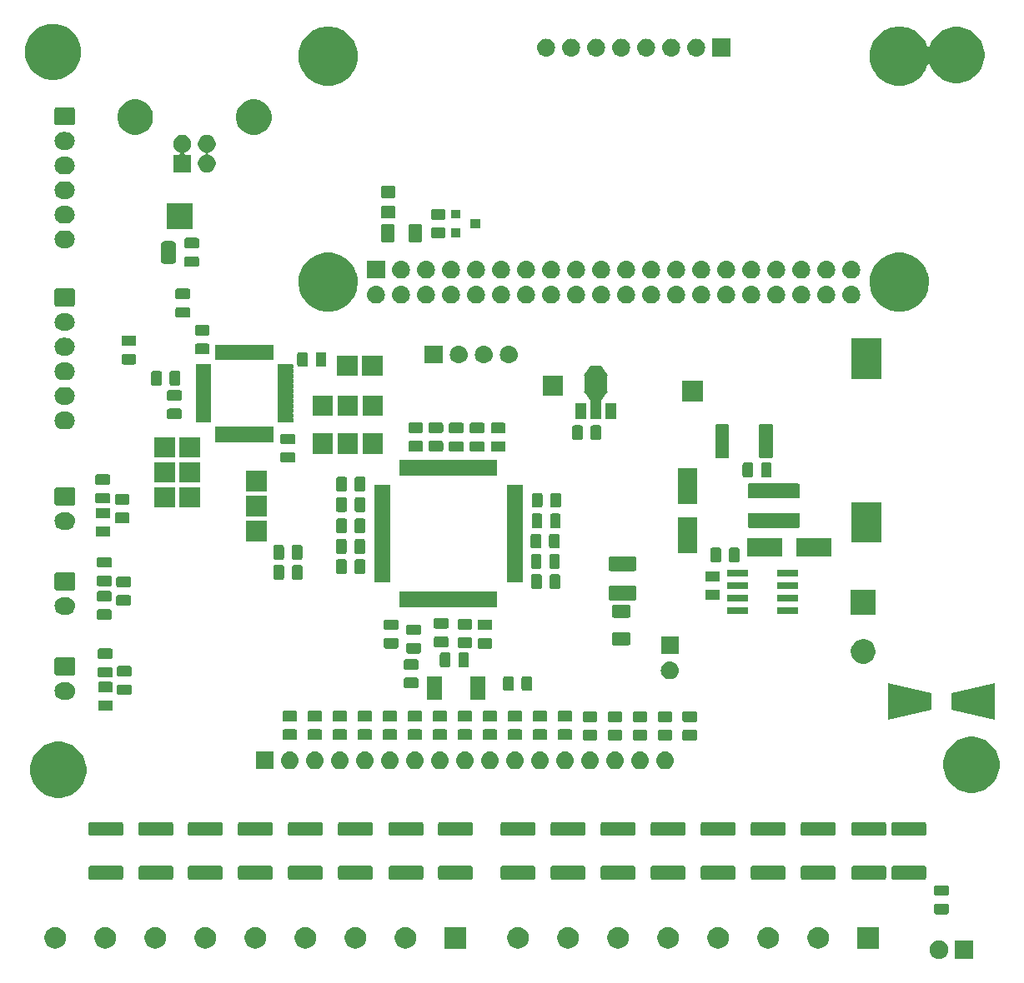
<source format=gbr>
%TF.GenerationSoftware,KiCad,Pcbnew,5.1.4*%
%TF.CreationDate,2019-11-11T16:17:41+01:00*%
%TF.ProjectId,main-board,6d61696e-2d62-46f6-9172-642e6b696361,rev?*%
%TF.SameCoordinates,Original*%
%TF.FileFunction,Soldermask,Top*%
%TF.FilePolarity,Negative*%
%FSLAX46Y46*%
G04 Gerber Fmt 4.6, Leading zero omitted, Abs format (unit mm)*
G04 Created by KiCad (PCBNEW 5.1.4) date 2019-11-11 16:17:41*
%MOMM*%
%LPD*%
G04 APERTURE LIST*
%ADD10C,0.100000*%
G04 APERTURE END LIST*
D10*
G36*
X190181000Y-141413000D02*
G01*
X188279000Y-141413000D01*
X188279000Y-139511000D01*
X190181000Y-139511000D01*
X190181000Y-141413000D01*
X190181000Y-141413000D01*
G37*
G36*
X186967395Y-139547546D02*
G01*
X187140466Y-139619234D01*
X187140467Y-139619235D01*
X187296227Y-139723310D01*
X187428690Y-139855773D01*
X187428691Y-139855775D01*
X187532766Y-140011534D01*
X187604454Y-140184605D01*
X187641000Y-140368333D01*
X187641000Y-140555667D01*
X187604454Y-140739395D01*
X187532766Y-140912466D01*
X187532765Y-140912467D01*
X187428690Y-141068227D01*
X187296227Y-141200690D01*
X187217818Y-141253081D01*
X187140466Y-141304766D01*
X186967395Y-141376454D01*
X186783667Y-141413000D01*
X186596333Y-141413000D01*
X186412605Y-141376454D01*
X186239534Y-141304766D01*
X186162182Y-141253081D01*
X186083773Y-141200690D01*
X185951310Y-141068227D01*
X185847235Y-140912467D01*
X185847234Y-140912466D01*
X185775546Y-140739395D01*
X185739000Y-140555667D01*
X185739000Y-140368333D01*
X185775546Y-140184605D01*
X185847234Y-140011534D01*
X185951309Y-139855775D01*
X185951310Y-139855773D01*
X186083773Y-139723310D01*
X186239533Y-139619235D01*
X186239534Y-139619234D01*
X186412605Y-139547546D01*
X186596333Y-139511000D01*
X186783667Y-139511000D01*
X186967395Y-139547546D01*
X186967395Y-139547546D01*
G37*
G36*
X138692800Y-140343800D02*
G01*
X136490800Y-140343800D01*
X136490800Y-138141800D01*
X138692800Y-138141800D01*
X138692800Y-140343800D01*
X138692800Y-140343800D01*
G37*
G36*
X180602800Y-140343800D02*
G01*
X178400800Y-140343800D01*
X178400800Y-138141800D01*
X180602800Y-138141800D01*
X180602800Y-140343800D01*
X180602800Y-140343800D01*
G37*
G36*
X97166594Y-138162955D02*
G01*
X97272950Y-138184111D01*
X97373134Y-138225609D01*
X97473320Y-138267107D01*
X97653644Y-138387595D01*
X97807005Y-138540956D01*
X97927493Y-138721280D01*
X98010489Y-138921651D01*
X98052800Y-139134360D01*
X98052800Y-139351240D01*
X98010489Y-139563949D01*
X97927493Y-139764320D01*
X97807005Y-139944644D01*
X97653644Y-140098005D01*
X97473320Y-140218493D01*
X97272950Y-140301489D01*
X97166595Y-140322644D01*
X97060240Y-140343800D01*
X96843360Y-140343800D01*
X96737005Y-140322644D01*
X96630650Y-140301489D01*
X96430280Y-140218493D01*
X96249956Y-140098005D01*
X96096595Y-139944644D01*
X95976107Y-139764320D01*
X95893111Y-139563949D01*
X95850800Y-139351240D01*
X95850800Y-139134360D01*
X95893111Y-138921651D01*
X95976107Y-138721280D01*
X96096595Y-138540956D01*
X96249956Y-138387595D01*
X96430280Y-138267107D01*
X96530466Y-138225609D01*
X96630650Y-138184111D01*
X96737006Y-138162955D01*
X96843360Y-138141800D01*
X97060240Y-138141800D01*
X97166594Y-138162955D01*
X97166594Y-138162955D01*
G37*
G36*
X102246594Y-138162955D02*
G01*
X102352950Y-138184111D01*
X102453134Y-138225609D01*
X102553320Y-138267107D01*
X102733644Y-138387595D01*
X102887005Y-138540956D01*
X103007493Y-138721280D01*
X103090489Y-138921651D01*
X103132800Y-139134360D01*
X103132800Y-139351240D01*
X103090489Y-139563949D01*
X103007493Y-139764320D01*
X102887005Y-139944644D01*
X102733644Y-140098005D01*
X102553320Y-140218493D01*
X102352950Y-140301489D01*
X102246595Y-140322644D01*
X102140240Y-140343800D01*
X101923360Y-140343800D01*
X101817005Y-140322644D01*
X101710650Y-140301489D01*
X101510280Y-140218493D01*
X101329956Y-140098005D01*
X101176595Y-139944644D01*
X101056107Y-139764320D01*
X100973111Y-139563949D01*
X100930800Y-139351240D01*
X100930800Y-139134360D01*
X100973111Y-138921651D01*
X101056107Y-138721280D01*
X101176595Y-138540956D01*
X101329956Y-138387595D01*
X101510280Y-138267107D01*
X101610466Y-138225609D01*
X101710650Y-138184111D01*
X101817006Y-138162955D01*
X101923360Y-138141800D01*
X102140240Y-138141800D01*
X102246594Y-138162955D01*
X102246594Y-138162955D01*
G37*
G36*
X107326594Y-138162955D02*
G01*
X107432950Y-138184111D01*
X107533134Y-138225609D01*
X107633320Y-138267107D01*
X107813644Y-138387595D01*
X107967005Y-138540956D01*
X108087493Y-138721280D01*
X108170489Y-138921651D01*
X108212800Y-139134360D01*
X108212800Y-139351240D01*
X108170489Y-139563949D01*
X108087493Y-139764320D01*
X107967005Y-139944644D01*
X107813644Y-140098005D01*
X107633320Y-140218493D01*
X107432950Y-140301489D01*
X107326595Y-140322644D01*
X107220240Y-140343800D01*
X107003360Y-140343800D01*
X106897005Y-140322644D01*
X106790650Y-140301489D01*
X106590280Y-140218493D01*
X106409956Y-140098005D01*
X106256595Y-139944644D01*
X106136107Y-139764320D01*
X106053111Y-139563949D01*
X106010800Y-139351240D01*
X106010800Y-139134360D01*
X106053111Y-138921651D01*
X106136107Y-138721280D01*
X106256595Y-138540956D01*
X106409956Y-138387595D01*
X106590280Y-138267107D01*
X106690466Y-138225609D01*
X106790650Y-138184111D01*
X106897006Y-138162955D01*
X107003360Y-138141800D01*
X107220240Y-138141800D01*
X107326594Y-138162955D01*
X107326594Y-138162955D01*
G37*
G36*
X112406594Y-138162955D02*
G01*
X112512950Y-138184111D01*
X112613134Y-138225609D01*
X112713320Y-138267107D01*
X112893644Y-138387595D01*
X113047005Y-138540956D01*
X113167493Y-138721280D01*
X113250489Y-138921651D01*
X113292800Y-139134360D01*
X113292800Y-139351240D01*
X113250489Y-139563949D01*
X113167493Y-139764320D01*
X113047005Y-139944644D01*
X112893644Y-140098005D01*
X112713320Y-140218493D01*
X112512950Y-140301489D01*
X112406595Y-140322644D01*
X112300240Y-140343800D01*
X112083360Y-140343800D01*
X111977005Y-140322644D01*
X111870650Y-140301489D01*
X111670280Y-140218493D01*
X111489956Y-140098005D01*
X111336595Y-139944644D01*
X111216107Y-139764320D01*
X111133111Y-139563949D01*
X111090800Y-139351240D01*
X111090800Y-139134360D01*
X111133111Y-138921651D01*
X111216107Y-138721280D01*
X111336595Y-138540956D01*
X111489956Y-138387595D01*
X111670280Y-138267107D01*
X111770466Y-138225609D01*
X111870650Y-138184111D01*
X111977006Y-138162955D01*
X112083360Y-138141800D01*
X112300240Y-138141800D01*
X112406594Y-138162955D01*
X112406594Y-138162955D01*
G37*
G36*
X117486594Y-138162955D02*
G01*
X117592950Y-138184111D01*
X117693134Y-138225609D01*
X117793320Y-138267107D01*
X117973644Y-138387595D01*
X118127005Y-138540956D01*
X118247493Y-138721280D01*
X118330489Y-138921651D01*
X118372800Y-139134360D01*
X118372800Y-139351240D01*
X118330489Y-139563949D01*
X118247493Y-139764320D01*
X118127005Y-139944644D01*
X117973644Y-140098005D01*
X117793320Y-140218493D01*
X117592950Y-140301489D01*
X117486595Y-140322644D01*
X117380240Y-140343800D01*
X117163360Y-140343800D01*
X117057005Y-140322644D01*
X116950650Y-140301489D01*
X116750280Y-140218493D01*
X116569956Y-140098005D01*
X116416595Y-139944644D01*
X116296107Y-139764320D01*
X116213111Y-139563949D01*
X116170800Y-139351240D01*
X116170800Y-139134360D01*
X116213111Y-138921651D01*
X116296107Y-138721280D01*
X116416595Y-138540956D01*
X116569956Y-138387595D01*
X116750280Y-138267107D01*
X116850466Y-138225609D01*
X116950650Y-138184111D01*
X117057006Y-138162955D01*
X117163360Y-138141800D01*
X117380240Y-138141800D01*
X117486594Y-138162955D01*
X117486594Y-138162955D01*
G37*
G36*
X122566594Y-138162955D02*
G01*
X122672950Y-138184111D01*
X122773134Y-138225609D01*
X122873320Y-138267107D01*
X123053644Y-138387595D01*
X123207005Y-138540956D01*
X123327493Y-138721280D01*
X123410489Y-138921651D01*
X123452800Y-139134360D01*
X123452800Y-139351240D01*
X123410489Y-139563949D01*
X123327493Y-139764320D01*
X123207005Y-139944644D01*
X123053644Y-140098005D01*
X122873320Y-140218493D01*
X122672950Y-140301489D01*
X122566595Y-140322644D01*
X122460240Y-140343800D01*
X122243360Y-140343800D01*
X122137005Y-140322644D01*
X122030650Y-140301489D01*
X121830280Y-140218493D01*
X121649956Y-140098005D01*
X121496595Y-139944644D01*
X121376107Y-139764320D01*
X121293111Y-139563949D01*
X121250800Y-139351240D01*
X121250800Y-139134360D01*
X121293111Y-138921651D01*
X121376107Y-138721280D01*
X121496595Y-138540956D01*
X121649956Y-138387595D01*
X121830280Y-138267107D01*
X121930466Y-138225609D01*
X122030650Y-138184111D01*
X122137006Y-138162955D01*
X122243360Y-138141800D01*
X122460240Y-138141800D01*
X122566594Y-138162955D01*
X122566594Y-138162955D01*
G37*
G36*
X127646594Y-138162955D02*
G01*
X127752950Y-138184111D01*
X127853134Y-138225609D01*
X127953320Y-138267107D01*
X128133644Y-138387595D01*
X128287005Y-138540956D01*
X128407493Y-138721280D01*
X128490489Y-138921651D01*
X128532800Y-139134360D01*
X128532800Y-139351240D01*
X128490489Y-139563949D01*
X128407493Y-139764320D01*
X128287005Y-139944644D01*
X128133644Y-140098005D01*
X127953320Y-140218493D01*
X127752950Y-140301489D01*
X127646595Y-140322644D01*
X127540240Y-140343800D01*
X127323360Y-140343800D01*
X127217005Y-140322644D01*
X127110650Y-140301489D01*
X126910280Y-140218493D01*
X126729956Y-140098005D01*
X126576595Y-139944644D01*
X126456107Y-139764320D01*
X126373111Y-139563949D01*
X126330800Y-139351240D01*
X126330800Y-139134360D01*
X126373111Y-138921651D01*
X126456107Y-138721280D01*
X126576595Y-138540956D01*
X126729956Y-138387595D01*
X126910280Y-138267107D01*
X127010466Y-138225609D01*
X127110650Y-138184111D01*
X127217006Y-138162955D01*
X127323360Y-138141800D01*
X127540240Y-138141800D01*
X127646594Y-138162955D01*
X127646594Y-138162955D01*
G37*
G36*
X144156594Y-138162955D02*
G01*
X144262950Y-138184111D01*
X144363134Y-138225609D01*
X144463320Y-138267107D01*
X144643644Y-138387595D01*
X144797005Y-138540956D01*
X144917493Y-138721280D01*
X145000489Y-138921651D01*
X145042800Y-139134360D01*
X145042800Y-139351240D01*
X145000489Y-139563949D01*
X144917493Y-139764320D01*
X144797005Y-139944644D01*
X144643644Y-140098005D01*
X144463320Y-140218493D01*
X144262950Y-140301489D01*
X144156595Y-140322644D01*
X144050240Y-140343800D01*
X143833360Y-140343800D01*
X143727005Y-140322644D01*
X143620650Y-140301489D01*
X143420280Y-140218493D01*
X143239956Y-140098005D01*
X143086595Y-139944644D01*
X142966107Y-139764320D01*
X142883111Y-139563949D01*
X142840800Y-139351240D01*
X142840800Y-139134360D01*
X142883111Y-138921651D01*
X142966107Y-138721280D01*
X143086595Y-138540956D01*
X143239956Y-138387595D01*
X143420280Y-138267107D01*
X143520466Y-138225609D01*
X143620650Y-138184111D01*
X143727006Y-138162955D01*
X143833360Y-138141800D01*
X144050240Y-138141800D01*
X144156594Y-138162955D01*
X144156594Y-138162955D01*
G37*
G36*
X132726594Y-138162955D02*
G01*
X132832950Y-138184111D01*
X132933134Y-138225609D01*
X133033320Y-138267107D01*
X133213644Y-138387595D01*
X133367005Y-138540956D01*
X133487493Y-138721280D01*
X133570489Y-138921651D01*
X133612800Y-139134360D01*
X133612800Y-139351240D01*
X133570489Y-139563949D01*
X133487493Y-139764320D01*
X133367005Y-139944644D01*
X133213644Y-140098005D01*
X133033320Y-140218493D01*
X132832950Y-140301489D01*
X132726595Y-140322644D01*
X132620240Y-140343800D01*
X132403360Y-140343800D01*
X132297005Y-140322644D01*
X132190650Y-140301489D01*
X131990280Y-140218493D01*
X131809956Y-140098005D01*
X131656595Y-139944644D01*
X131536107Y-139764320D01*
X131453111Y-139563949D01*
X131410800Y-139351240D01*
X131410800Y-139134360D01*
X131453111Y-138921651D01*
X131536107Y-138721280D01*
X131656595Y-138540956D01*
X131809956Y-138387595D01*
X131990280Y-138267107D01*
X132090466Y-138225609D01*
X132190650Y-138184111D01*
X132297006Y-138162955D01*
X132403360Y-138141800D01*
X132620240Y-138141800D01*
X132726594Y-138162955D01*
X132726594Y-138162955D01*
G37*
G36*
X174636594Y-138162955D02*
G01*
X174742950Y-138184111D01*
X174843134Y-138225609D01*
X174943320Y-138267107D01*
X175123644Y-138387595D01*
X175277005Y-138540956D01*
X175397493Y-138721280D01*
X175480489Y-138921651D01*
X175522800Y-139134360D01*
X175522800Y-139351240D01*
X175480489Y-139563949D01*
X175397493Y-139764320D01*
X175277005Y-139944644D01*
X175123644Y-140098005D01*
X174943320Y-140218493D01*
X174742950Y-140301489D01*
X174636595Y-140322644D01*
X174530240Y-140343800D01*
X174313360Y-140343800D01*
X174207005Y-140322644D01*
X174100650Y-140301489D01*
X173900280Y-140218493D01*
X173719956Y-140098005D01*
X173566595Y-139944644D01*
X173446107Y-139764320D01*
X173363111Y-139563949D01*
X173320800Y-139351240D01*
X173320800Y-139134360D01*
X173363111Y-138921651D01*
X173446107Y-138721280D01*
X173566595Y-138540956D01*
X173719956Y-138387595D01*
X173900280Y-138267107D01*
X174000466Y-138225609D01*
X174100650Y-138184111D01*
X174207006Y-138162955D01*
X174313360Y-138141800D01*
X174530240Y-138141800D01*
X174636594Y-138162955D01*
X174636594Y-138162955D01*
G37*
G36*
X169556594Y-138162955D02*
G01*
X169662950Y-138184111D01*
X169763134Y-138225609D01*
X169863320Y-138267107D01*
X170043644Y-138387595D01*
X170197005Y-138540956D01*
X170317493Y-138721280D01*
X170400489Y-138921651D01*
X170442800Y-139134360D01*
X170442800Y-139351240D01*
X170400489Y-139563949D01*
X170317493Y-139764320D01*
X170197005Y-139944644D01*
X170043644Y-140098005D01*
X169863320Y-140218493D01*
X169662950Y-140301489D01*
X169556595Y-140322644D01*
X169450240Y-140343800D01*
X169233360Y-140343800D01*
X169127005Y-140322644D01*
X169020650Y-140301489D01*
X168820280Y-140218493D01*
X168639956Y-140098005D01*
X168486595Y-139944644D01*
X168366107Y-139764320D01*
X168283111Y-139563949D01*
X168240800Y-139351240D01*
X168240800Y-139134360D01*
X168283111Y-138921651D01*
X168366107Y-138721280D01*
X168486595Y-138540956D01*
X168639956Y-138387595D01*
X168820280Y-138267107D01*
X168920466Y-138225609D01*
X169020650Y-138184111D01*
X169127006Y-138162955D01*
X169233360Y-138141800D01*
X169450240Y-138141800D01*
X169556594Y-138162955D01*
X169556594Y-138162955D01*
G37*
G36*
X164476594Y-138162955D02*
G01*
X164582950Y-138184111D01*
X164683134Y-138225609D01*
X164783320Y-138267107D01*
X164963644Y-138387595D01*
X165117005Y-138540956D01*
X165237493Y-138721280D01*
X165320489Y-138921651D01*
X165362800Y-139134360D01*
X165362800Y-139351240D01*
X165320489Y-139563949D01*
X165237493Y-139764320D01*
X165117005Y-139944644D01*
X164963644Y-140098005D01*
X164783320Y-140218493D01*
X164582950Y-140301489D01*
X164476595Y-140322644D01*
X164370240Y-140343800D01*
X164153360Y-140343800D01*
X164047005Y-140322644D01*
X163940650Y-140301489D01*
X163740280Y-140218493D01*
X163559956Y-140098005D01*
X163406595Y-139944644D01*
X163286107Y-139764320D01*
X163203111Y-139563949D01*
X163160800Y-139351240D01*
X163160800Y-139134360D01*
X163203111Y-138921651D01*
X163286107Y-138721280D01*
X163406595Y-138540956D01*
X163559956Y-138387595D01*
X163740280Y-138267107D01*
X163840466Y-138225609D01*
X163940650Y-138184111D01*
X164047006Y-138162955D01*
X164153360Y-138141800D01*
X164370240Y-138141800D01*
X164476594Y-138162955D01*
X164476594Y-138162955D01*
G37*
G36*
X154316594Y-138162955D02*
G01*
X154422950Y-138184111D01*
X154523134Y-138225609D01*
X154623320Y-138267107D01*
X154803644Y-138387595D01*
X154957005Y-138540956D01*
X155077493Y-138721280D01*
X155160489Y-138921651D01*
X155202800Y-139134360D01*
X155202800Y-139351240D01*
X155160489Y-139563949D01*
X155077493Y-139764320D01*
X154957005Y-139944644D01*
X154803644Y-140098005D01*
X154623320Y-140218493D01*
X154422950Y-140301489D01*
X154316595Y-140322644D01*
X154210240Y-140343800D01*
X153993360Y-140343800D01*
X153887005Y-140322644D01*
X153780650Y-140301489D01*
X153580280Y-140218493D01*
X153399956Y-140098005D01*
X153246595Y-139944644D01*
X153126107Y-139764320D01*
X153043111Y-139563949D01*
X153000800Y-139351240D01*
X153000800Y-139134360D01*
X153043111Y-138921651D01*
X153126107Y-138721280D01*
X153246595Y-138540956D01*
X153399956Y-138387595D01*
X153580280Y-138267107D01*
X153680466Y-138225609D01*
X153780650Y-138184111D01*
X153887006Y-138162955D01*
X153993360Y-138141800D01*
X154210240Y-138141800D01*
X154316594Y-138162955D01*
X154316594Y-138162955D01*
G37*
G36*
X149236594Y-138162955D02*
G01*
X149342950Y-138184111D01*
X149443134Y-138225609D01*
X149543320Y-138267107D01*
X149723644Y-138387595D01*
X149877005Y-138540956D01*
X149997493Y-138721280D01*
X150080489Y-138921651D01*
X150122800Y-139134360D01*
X150122800Y-139351240D01*
X150080489Y-139563949D01*
X149997493Y-139764320D01*
X149877005Y-139944644D01*
X149723644Y-140098005D01*
X149543320Y-140218493D01*
X149342950Y-140301489D01*
X149236595Y-140322644D01*
X149130240Y-140343800D01*
X148913360Y-140343800D01*
X148807005Y-140322644D01*
X148700650Y-140301489D01*
X148500280Y-140218493D01*
X148319956Y-140098005D01*
X148166595Y-139944644D01*
X148046107Y-139764320D01*
X147963111Y-139563949D01*
X147920800Y-139351240D01*
X147920800Y-139134360D01*
X147963111Y-138921651D01*
X148046107Y-138721280D01*
X148166595Y-138540956D01*
X148319956Y-138387595D01*
X148500280Y-138267107D01*
X148600466Y-138225609D01*
X148700650Y-138184111D01*
X148807006Y-138162955D01*
X148913360Y-138141800D01*
X149130240Y-138141800D01*
X149236594Y-138162955D01*
X149236594Y-138162955D01*
G37*
G36*
X159396594Y-138162955D02*
G01*
X159502950Y-138184111D01*
X159603134Y-138225609D01*
X159703320Y-138267107D01*
X159883644Y-138387595D01*
X160037005Y-138540956D01*
X160157493Y-138721280D01*
X160240489Y-138921651D01*
X160282800Y-139134360D01*
X160282800Y-139351240D01*
X160240489Y-139563949D01*
X160157493Y-139764320D01*
X160037005Y-139944644D01*
X159883644Y-140098005D01*
X159703320Y-140218493D01*
X159502950Y-140301489D01*
X159396595Y-140322644D01*
X159290240Y-140343800D01*
X159073360Y-140343800D01*
X158967005Y-140322644D01*
X158860650Y-140301489D01*
X158660280Y-140218493D01*
X158479956Y-140098005D01*
X158326595Y-139944644D01*
X158206107Y-139764320D01*
X158123111Y-139563949D01*
X158080800Y-139351240D01*
X158080800Y-139134360D01*
X158123111Y-138921651D01*
X158206107Y-138721280D01*
X158326595Y-138540956D01*
X158479956Y-138387595D01*
X158660280Y-138267107D01*
X158760466Y-138225609D01*
X158860650Y-138184111D01*
X158967006Y-138162955D01*
X159073360Y-138141800D01*
X159290240Y-138141800D01*
X159396594Y-138162955D01*
X159396594Y-138162955D01*
G37*
G36*
X187528468Y-135785565D02*
G01*
X187567138Y-135797296D01*
X187602777Y-135816346D01*
X187634017Y-135841983D01*
X187659654Y-135873223D01*
X187678704Y-135908862D01*
X187690435Y-135947532D01*
X187695000Y-135993888D01*
X187695000Y-136645112D01*
X187690435Y-136691468D01*
X187678704Y-136730138D01*
X187659654Y-136765777D01*
X187634017Y-136797017D01*
X187602777Y-136822654D01*
X187567138Y-136841704D01*
X187528468Y-136853435D01*
X187482112Y-136858000D01*
X186405888Y-136858000D01*
X186359532Y-136853435D01*
X186320862Y-136841704D01*
X186285223Y-136822654D01*
X186253983Y-136797017D01*
X186228346Y-136765777D01*
X186209296Y-136730138D01*
X186197565Y-136691468D01*
X186193000Y-136645112D01*
X186193000Y-135993888D01*
X186197565Y-135947532D01*
X186209296Y-135908862D01*
X186228346Y-135873223D01*
X186253983Y-135841983D01*
X186285223Y-135816346D01*
X186320862Y-135797296D01*
X186359532Y-135785565D01*
X186405888Y-135781000D01*
X187482112Y-135781000D01*
X187528468Y-135785565D01*
X187528468Y-135785565D01*
G37*
G36*
X187528468Y-133910565D02*
G01*
X187567138Y-133922296D01*
X187602777Y-133941346D01*
X187634017Y-133966983D01*
X187659654Y-133998223D01*
X187678704Y-134033862D01*
X187690435Y-134072532D01*
X187695000Y-134118888D01*
X187695000Y-134770112D01*
X187690435Y-134816468D01*
X187678704Y-134855138D01*
X187659654Y-134890777D01*
X187634017Y-134922017D01*
X187602777Y-134947654D01*
X187567138Y-134966704D01*
X187528468Y-134978435D01*
X187482112Y-134983000D01*
X186405888Y-134983000D01*
X186359532Y-134978435D01*
X186320862Y-134966704D01*
X186285223Y-134947654D01*
X186253983Y-134922017D01*
X186228346Y-134890777D01*
X186209296Y-134855138D01*
X186197565Y-134816468D01*
X186193000Y-134770112D01*
X186193000Y-134118888D01*
X186197565Y-134072532D01*
X186209296Y-134033862D01*
X186228346Y-133998223D01*
X186253983Y-133966983D01*
X186285223Y-133941346D01*
X186320862Y-133922296D01*
X186359532Y-133910565D01*
X186405888Y-133906000D01*
X187482112Y-133906000D01*
X187528468Y-133910565D01*
X187528468Y-133910565D01*
G37*
G36*
X108783781Y-131936295D02*
G01*
X108819816Y-131947227D01*
X108853024Y-131964977D01*
X108882134Y-131988866D01*
X108906023Y-132017976D01*
X108923773Y-132051184D01*
X108934705Y-132087219D01*
X108939000Y-132130831D01*
X108939000Y-133135169D01*
X108934705Y-133178781D01*
X108923773Y-133214816D01*
X108906023Y-133248024D01*
X108882134Y-133277134D01*
X108853024Y-133301023D01*
X108819816Y-133318773D01*
X108783781Y-133329705D01*
X108740169Y-133334000D01*
X105635831Y-133334000D01*
X105592219Y-133329705D01*
X105556184Y-133318773D01*
X105522976Y-133301023D01*
X105493866Y-133277134D01*
X105469977Y-133248024D01*
X105452227Y-133214816D01*
X105441295Y-133178781D01*
X105437000Y-133135169D01*
X105437000Y-132130831D01*
X105441295Y-132087219D01*
X105452227Y-132051184D01*
X105469977Y-132017976D01*
X105493866Y-131988866D01*
X105522976Y-131964977D01*
X105556184Y-131947227D01*
X105592219Y-131936295D01*
X105635831Y-131932000D01*
X108740169Y-131932000D01*
X108783781Y-131936295D01*
X108783781Y-131936295D01*
G37*
G36*
X103703781Y-131936295D02*
G01*
X103739816Y-131947227D01*
X103773024Y-131964977D01*
X103802134Y-131988866D01*
X103826023Y-132017976D01*
X103843773Y-132051184D01*
X103854705Y-132087219D01*
X103859000Y-132130831D01*
X103859000Y-133135169D01*
X103854705Y-133178781D01*
X103843773Y-133214816D01*
X103826023Y-133248024D01*
X103802134Y-133277134D01*
X103773024Y-133301023D01*
X103739816Y-133318773D01*
X103703781Y-133329705D01*
X103660169Y-133334000D01*
X100555831Y-133334000D01*
X100512219Y-133329705D01*
X100476184Y-133318773D01*
X100442976Y-133301023D01*
X100413866Y-133277134D01*
X100389977Y-133248024D01*
X100372227Y-133214816D01*
X100361295Y-133178781D01*
X100357000Y-133135169D01*
X100357000Y-132130831D01*
X100361295Y-132087219D01*
X100372227Y-132051184D01*
X100389977Y-132017976D01*
X100413866Y-131988866D01*
X100442976Y-131964977D01*
X100476184Y-131947227D01*
X100512219Y-131936295D01*
X100555831Y-131932000D01*
X103660169Y-131932000D01*
X103703781Y-131936295D01*
X103703781Y-131936295D01*
G37*
G36*
X113787581Y-131936295D02*
G01*
X113823616Y-131947227D01*
X113856824Y-131964977D01*
X113885934Y-131988866D01*
X113909823Y-132017976D01*
X113927573Y-132051184D01*
X113938505Y-132087219D01*
X113942800Y-132130831D01*
X113942800Y-133135169D01*
X113938505Y-133178781D01*
X113927573Y-133214816D01*
X113909823Y-133248024D01*
X113885934Y-133277134D01*
X113856824Y-133301023D01*
X113823616Y-133318773D01*
X113787581Y-133329705D01*
X113743969Y-133334000D01*
X110639631Y-133334000D01*
X110596019Y-133329705D01*
X110559984Y-133318773D01*
X110526776Y-133301023D01*
X110497666Y-133277134D01*
X110473777Y-133248024D01*
X110456027Y-133214816D01*
X110445095Y-133178781D01*
X110440800Y-133135169D01*
X110440800Y-132130831D01*
X110445095Y-132087219D01*
X110456027Y-132051184D01*
X110473777Y-132017976D01*
X110497666Y-131988866D01*
X110526776Y-131964977D01*
X110559984Y-131947227D01*
X110596019Y-131936295D01*
X110639631Y-131932000D01*
X113743969Y-131932000D01*
X113787581Y-131936295D01*
X113787581Y-131936295D01*
G37*
G36*
X118867581Y-131936295D02*
G01*
X118903616Y-131947227D01*
X118936824Y-131964977D01*
X118965934Y-131988866D01*
X118989823Y-132017976D01*
X119007573Y-132051184D01*
X119018505Y-132087219D01*
X119022800Y-132130831D01*
X119022800Y-133135169D01*
X119018505Y-133178781D01*
X119007573Y-133214816D01*
X118989823Y-133248024D01*
X118965934Y-133277134D01*
X118936824Y-133301023D01*
X118903616Y-133318773D01*
X118867581Y-133329705D01*
X118823969Y-133334000D01*
X115719631Y-133334000D01*
X115676019Y-133329705D01*
X115639984Y-133318773D01*
X115606776Y-133301023D01*
X115577666Y-133277134D01*
X115553777Y-133248024D01*
X115536027Y-133214816D01*
X115525095Y-133178781D01*
X115520800Y-133135169D01*
X115520800Y-132130831D01*
X115525095Y-132087219D01*
X115536027Y-132051184D01*
X115553777Y-132017976D01*
X115577666Y-131988866D01*
X115606776Y-131964977D01*
X115639984Y-131947227D01*
X115676019Y-131936295D01*
X115719631Y-131932000D01*
X118823969Y-131932000D01*
X118867581Y-131936295D01*
X118867581Y-131936295D01*
G37*
G36*
X123947581Y-131936295D02*
G01*
X123983616Y-131947227D01*
X124016824Y-131964977D01*
X124045934Y-131988866D01*
X124069823Y-132017976D01*
X124087573Y-132051184D01*
X124098505Y-132087219D01*
X124102800Y-132130831D01*
X124102800Y-133135169D01*
X124098505Y-133178781D01*
X124087573Y-133214816D01*
X124069823Y-133248024D01*
X124045934Y-133277134D01*
X124016824Y-133301023D01*
X123983616Y-133318773D01*
X123947581Y-133329705D01*
X123903969Y-133334000D01*
X120799631Y-133334000D01*
X120756019Y-133329705D01*
X120719984Y-133318773D01*
X120686776Y-133301023D01*
X120657666Y-133277134D01*
X120633777Y-133248024D01*
X120616027Y-133214816D01*
X120605095Y-133178781D01*
X120600800Y-133135169D01*
X120600800Y-132130831D01*
X120605095Y-132087219D01*
X120616027Y-132051184D01*
X120633777Y-132017976D01*
X120657666Y-131988866D01*
X120686776Y-131964977D01*
X120719984Y-131947227D01*
X120756019Y-131936295D01*
X120799631Y-131932000D01*
X123903969Y-131932000D01*
X123947581Y-131936295D01*
X123947581Y-131936295D01*
G37*
G36*
X129027581Y-131936295D02*
G01*
X129063616Y-131947227D01*
X129096824Y-131964977D01*
X129125934Y-131988866D01*
X129149823Y-132017976D01*
X129167573Y-132051184D01*
X129178505Y-132087219D01*
X129182800Y-132130831D01*
X129182800Y-133135169D01*
X129178505Y-133178781D01*
X129167573Y-133214816D01*
X129149823Y-133248024D01*
X129125934Y-133277134D01*
X129096824Y-133301023D01*
X129063616Y-133318773D01*
X129027581Y-133329705D01*
X128983969Y-133334000D01*
X125879631Y-133334000D01*
X125836019Y-133329705D01*
X125799984Y-133318773D01*
X125766776Y-133301023D01*
X125737666Y-133277134D01*
X125713777Y-133248024D01*
X125696027Y-133214816D01*
X125685095Y-133178781D01*
X125680800Y-133135169D01*
X125680800Y-132130831D01*
X125685095Y-132087219D01*
X125696027Y-132051184D01*
X125713777Y-132017976D01*
X125737666Y-131988866D01*
X125766776Y-131964977D01*
X125799984Y-131947227D01*
X125836019Y-131936295D01*
X125879631Y-131932000D01*
X128983969Y-131932000D01*
X129027581Y-131936295D01*
X129027581Y-131936295D01*
G37*
G36*
X134183781Y-131936295D02*
G01*
X134219816Y-131947227D01*
X134253024Y-131964977D01*
X134282134Y-131988866D01*
X134306023Y-132017976D01*
X134323773Y-132051184D01*
X134334705Y-132087219D01*
X134339000Y-132130831D01*
X134339000Y-133135169D01*
X134334705Y-133178781D01*
X134323773Y-133214816D01*
X134306023Y-133248024D01*
X134282134Y-133277134D01*
X134253024Y-133301023D01*
X134219816Y-133318773D01*
X134183781Y-133329705D01*
X134140169Y-133334000D01*
X131035831Y-133334000D01*
X130992219Y-133329705D01*
X130956184Y-133318773D01*
X130922976Y-133301023D01*
X130893866Y-133277134D01*
X130869977Y-133248024D01*
X130852227Y-133214816D01*
X130841295Y-133178781D01*
X130837000Y-133135169D01*
X130837000Y-132130831D01*
X130841295Y-132087219D01*
X130852227Y-132051184D01*
X130869977Y-132017976D01*
X130893866Y-131988866D01*
X130922976Y-131964977D01*
X130956184Y-131947227D01*
X130992219Y-131936295D01*
X131035831Y-131932000D01*
X134140169Y-131932000D01*
X134183781Y-131936295D01*
X134183781Y-131936295D01*
G37*
G36*
X139187581Y-131936295D02*
G01*
X139223616Y-131947227D01*
X139256824Y-131964977D01*
X139285934Y-131988866D01*
X139309823Y-132017976D01*
X139327573Y-132051184D01*
X139338505Y-132087219D01*
X139342800Y-132130831D01*
X139342800Y-133135169D01*
X139338505Y-133178781D01*
X139327573Y-133214816D01*
X139309823Y-133248024D01*
X139285934Y-133277134D01*
X139256824Y-133301023D01*
X139223616Y-133318773D01*
X139187581Y-133329705D01*
X139143969Y-133334000D01*
X136039631Y-133334000D01*
X135996019Y-133329705D01*
X135959984Y-133318773D01*
X135926776Y-133301023D01*
X135897666Y-133277134D01*
X135873777Y-133248024D01*
X135856027Y-133214816D01*
X135845095Y-133178781D01*
X135840800Y-133135169D01*
X135840800Y-132130831D01*
X135845095Y-132087219D01*
X135856027Y-132051184D01*
X135873777Y-132017976D01*
X135897666Y-131988866D01*
X135926776Y-131964977D01*
X135959984Y-131947227D01*
X135996019Y-131936295D01*
X136039631Y-131932000D01*
X139143969Y-131932000D01*
X139187581Y-131936295D01*
X139187581Y-131936295D01*
G37*
G36*
X150617581Y-131936295D02*
G01*
X150653616Y-131947227D01*
X150686824Y-131964977D01*
X150715934Y-131988866D01*
X150739823Y-132017976D01*
X150757573Y-132051184D01*
X150768505Y-132087219D01*
X150772800Y-132130831D01*
X150772800Y-133135169D01*
X150768505Y-133178781D01*
X150757573Y-133214816D01*
X150739823Y-133248024D01*
X150715934Y-133277134D01*
X150686824Y-133301023D01*
X150653616Y-133318773D01*
X150617581Y-133329705D01*
X150573969Y-133334000D01*
X147469631Y-133334000D01*
X147426019Y-133329705D01*
X147389984Y-133318773D01*
X147356776Y-133301023D01*
X147327666Y-133277134D01*
X147303777Y-133248024D01*
X147286027Y-133214816D01*
X147275095Y-133178781D01*
X147270800Y-133135169D01*
X147270800Y-132130831D01*
X147275095Y-132087219D01*
X147286027Y-132051184D01*
X147303777Y-132017976D01*
X147327666Y-131988866D01*
X147356776Y-131964977D01*
X147389984Y-131947227D01*
X147426019Y-131936295D01*
X147469631Y-131932000D01*
X150573969Y-131932000D01*
X150617581Y-131936295D01*
X150617581Y-131936295D01*
G37*
G36*
X155697581Y-131936295D02*
G01*
X155733616Y-131947227D01*
X155766824Y-131964977D01*
X155795934Y-131988866D01*
X155819823Y-132017976D01*
X155837573Y-132051184D01*
X155848505Y-132087219D01*
X155852800Y-132130831D01*
X155852800Y-133135169D01*
X155848505Y-133178781D01*
X155837573Y-133214816D01*
X155819823Y-133248024D01*
X155795934Y-133277134D01*
X155766824Y-133301023D01*
X155733616Y-133318773D01*
X155697581Y-133329705D01*
X155653969Y-133334000D01*
X152549631Y-133334000D01*
X152506019Y-133329705D01*
X152469984Y-133318773D01*
X152436776Y-133301023D01*
X152407666Y-133277134D01*
X152383777Y-133248024D01*
X152366027Y-133214816D01*
X152355095Y-133178781D01*
X152350800Y-133135169D01*
X152350800Y-132130831D01*
X152355095Y-132087219D01*
X152366027Y-132051184D01*
X152383777Y-132017976D01*
X152407666Y-131988866D01*
X152436776Y-131964977D01*
X152469984Y-131947227D01*
X152506019Y-131936295D01*
X152549631Y-131932000D01*
X155653969Y-131932000D01*
X155697581Y-131936295D01*
X155697581Y-131936295D01*
G37*
G36*
X160777581Y-131936295D02*
G01*
X160813616Y-131947227D01*
X160846824Y-131964977D01*
X160875934Y-131988866D01*
X160899823Y-132017976D01*
X160917573Y-132051184D01*
X160928505Y-132087219D01*
X160932800Y-132130831D01*
X160932800Y-133135169D01*
X160928505Y-133178781D01*
X160917573Y-133214816D01*
X160899823Y-133248024D01*
X160875934Y-133277134D01*
X160846824Y-133301023D01*
X160813616Y-133318773D01*
X160777581Y-133329705D01*
X160733969Y-133334000D01*
X157629631Y-133334000D01*
X157586019Y-133329705D01*
X157549984Y-133318773D01*
X157516776Y-133301023D01*
X157487666Y-133277134D01*
X157463777Y-133248024D01*
X157446027Y-133214816D01*
X157435095Y-133178781D01*
X157430800Y-133135169D01*
X157430800Y-132130831D01*
X157435095Y-132087219D01*
X157446027Y-132051184D01*
X157463777Y-132017976D01*
X157487666Y-131988866D01*
X157516776Y-131964977D01*
X157549984Y-131947227D01*
X157586019Y-131936295D01*
X157629631Y-131932000D01*
X160733969Y-131932000D01*
X160777581Y-131936295D01*
X160777581Y-131936295D01*
G37*
G36*
X165857581Y-131936295D02*
G01*
X165893616Y-131947227D01*
X165926824Y-131964977D01*
X165955934Y-131988866D01*
X165979823Y-132017976D01*
X165997573Y-132051184D01*
X166008505Y-132087219D01*
X166012800Y-132130831D01*
X166012800Y-133135169D01*
X166008505Y-133178781D01*
X165997573Y-133214816D01*
X165979823Y-133248024D01*
X165955934Y-133277134D01*
X165926824Y-133301023D01*
X165893616Y-133318773D01*
X165857581Y-133329705D01*
X165813969Y-133334000D01*
X162709631Y-133334000D01*
X162666019Y-133329705D01*
X162629984Y-133318773D01*
X162596776Y-133301023D01*
X162567666Y-133277134D01*
X162543777Y-133248024D01*
X162526027Y-133214816D01*
X162515095Y-133178781D01*
X162510800Y-133135169D01*
X162510800Y-132130831D01*
X162515095Y-132087219D01*
X162526027Y-132051184D01*
X162543777Y-132017976D01*
X162567666Y-131988866D01*
X162596776Y-131964977D01*
X162629984Y-131947227D01*
X162666019Y-131936295D01*
X162709631Y-131932000D01*
X165813969Y-131932000D01*
X165857581Y-131936295D01*
X165857581Y-131936295D01*
G37*
G36*
X170937581Y-131936295D02*
G01*
X170973616Y-131947227D01*
X171006824Y-131964977D01*
X171035934Y-131988866D01*
X171059823Y-132017976D01*
X171077573Y-132051184D01*
X171088505Y-132087219D01*
X171092800Y-132130831D01*
X171092800Y-133135169D01*
X171088505Y-133178781D01*
X171077573Y-133214816D01*
X171059823Y-133248024D01*
X171035934Y-133277134D01*
X171006824Y-133301023D01*
X170973616Y-133318773D01*
X170937581Y-133329705D01*
X170893969Y-133334000D01*
X167789631Y-133334000D01*
X167746019Y-133329705D01*
X167709984Y-133318773D01*
X167676776Y-133301023D01*
X167647666Y-133277134D01*
X167623777Y-133248024D01*
X167606027Y-133214816D01*
X167595095Y-133178781D01*
X167590800Y-133135169D01*
X167590800Y-132130831D01*
X167595095Y-132087219D01*
X167606027Y-132051184D01*
X167623777Y-132017976D01*
X167647666Y-131988866D01*
X167676776Y-131964977D01*
X167709984Y-131947227D01*
X167746019Y-131936295D01*
X167789631Y-131932000D01*
X170893969Y-131932000D01*
X170937581Y-131936295D01*
X170937581Y-131936295D01*
G37*
G36*
X185237781Y-131936295D02*
G01*
X185273816Y-131947227D01*
X185307024Y-131964977D01*
X185336134Y-131988866D01*
X185360023Y-132017976D01*
X185377773Y-132051184D01*
X185388705Y-132087219D01*
X185393000Y-132130831D01*
X185393000Y-133135169D01*
X185388705Y-133178781D01*
X185377773Y-133214816D01*
X185360023Y-133248024D01*
X185336134Y-133277134D01*
X185307024Y-133301023D01*
X185273816Y-133318773D01*
X185237781Y-133329705D01*
X185194169Y-133334000D01*
X182089831Y-133334000D01*
X182046219Y-133329705D01*
X182010184Y-133318773D01*
X181976976Y-133301023D01*
X181947866Y-133277134D01*
X181923977Y-133248024D01*
X181906227Y-133214816D01*
X181895295Y-133178781D01*
X181891000Y-133135169D01*
X181891000Y-132130831D01*
X181895295Y-132087219D01*
X181906227Y-132051184D01*
X181923977Y-132017976D01*
X181947866Y-131988866D01*
X181976976Y-131964977D01*
X182010184Y-131947227D01*
X182046219Y-131936295D01*
X182089831Y-131932000D01*
X185194169Y-131932000D01*
X185237781Y-131936295D01*
X185237781Y-131936295D01*
G37*
G36*
X176017581Y-131936295D02*
G01*
X176053616Y-131947227D01*
X176086824Y-131964977D01*
X176115934Y-131988866D01*
X176139823Y-132017976D01*
X176157573Y-132051184D01*
X176168505Y-132087219D01*
X176172800Y-132130831D01*
X176172800Y-133135169D01*
X176168505Y-133178781D01*
X176157573Y-133214816D01*
X176139823Y-133248024D01*
X176115934Y-133277134D01*
X176086824Y-133301023D01*
X176053616Y-133318773D01*
X176017581Y-133329705D01*
X175973969Y-133334000D01*
X172869631Y-133334000D01*
X172826019Y-133329705D01*
X172789984Y-133318773D01*
X172756776Y-133301023D01*
X172727666Y-133277134D01*
X172703777Y-133248024D01*
X172686027Y-133214816D01*
X172675095Y-133178781D01*
X172670800Y-133135169D01*
X172670800Y-132130831D01*
X172675095Y-132087219D01*
X172686027Y-132051184D01*
X172703777Y-132017976D01*
X172727666Y-131988866D01*
X172756776Y-131964977D01*
X172789984Y-131947227D01*
X172826019Y-131936295D01*
X172869631Y-131932000D01*
X175973969Y-131932000D01*
X176017581Y-131936295D01*
X176017581Y-131936295D01*
G37*
G36*
X181173781Y-131936295D02*
G01*
X181209816Y-131947227D01*
X181243024Y-131964977D01*
X181272134Y-131988866D01*
X181296023Y-132017976D01*
X181313773Y-132051184D01*
X181324705Y-132087219D01*
X181329000Y-132130831D01*
X181329000Y-133135169D01*
X181324705Y-133178781D01*
X181313773Y-133214816D01*
X181296023Y-133248024D01*
X181272134Y-133277134D01*
X181243024Y-133301023D01*
X181209816Y-133318773D01*
X181173781Y-133329705D01*
X181130169Y-133334000D01*
X178025831Y-133334000D01*
X177982219Y-133329705D01*
X177946184Y-133318773D01*
X177912976Y-133301023D01*
X177883866Y-133277134D01*
X177859977Y-133248024D01*
X177842227Y-133214816D01*
X177831295Y-133178781D01*
X177827000Y-133135169D01*
X177827000Y-132130831D01*
X177831295Y-132087219D01*
X177842227Y-132051184D01*
X177859977Y-132017976D01*
X177883866Y-131988866D01*
X177912976Y-131964977D01*
X177946184Y-131947227D01*
X177982219Y-131936295D01*
X178025831Y-131932000D01*
X181130169Y-131932000D01*
X181173781Y-131936295D01*
X181173781Y-131936295D01*
G37*
G36*
X145537581Y-131936295D02*
G01*
X145573616Y-131947227D01*
X145606824Y-131964977D01*
X145635934Y-131988866D01*
X145659823Y-132017976D01*
X145677573Y-132051184D01*
X145688505Y-132087219D01*
X145692800Y-132130831D01*
X145692800Y-133135169D01*
X145688505Y-133178781D01*
X145677573Y-133214816D01*
X145659823Y-133248024D01*
X145635934Y-133277134D01*
X145606824Y-133301023D01*
X145573616Y-133318773D01*
X145537581Y-133329705D01*
X145493969Y-133334000D01*
X142389631Y-133334000D01*
X142346019Y-133329705D01*
X142309984Y-133318773D01*
X142276776Y-133301023D01*
X142247666Y-133277134D01*
X142223777Y-133248024D01*
X142206027Y-133214816D01*
X142195095Y-133178781D01*
X142190800Y-133135169D01*
X142190800Y-132130831D01*
X142195095Y-132087219D01*
X142206027Y-132051184D01*
X142223777Y-132017976D01*
X142247666Y-131988866D01*
X142276776Y-131964977D01*
X142309984Y-131947227D01*
X142346019Y-131936295D01*
X142389631Y-131932000D01*
X145493969Y-131932000D01*
X145537581Y-131936295D01*
X145537581Y-131936295D01*
G37*
G36*
X118867581Y-127486295D02*
G01*
X118903616Y-127497227D01*
X118936824Y-127514977D01*
X118965934Y-127538866D01*
X118989823Y-127567976D01*
X119007573Y-127601184D01*
X119018505Y-127637219D01*
X119022800Y-127680831D01*
X119022800Y-128685169D01*
X119018505Y-128728781D01*
X119007573Y-128764816D01*
X118989823Y-128798024D01*
X118965934Y-128827134D01*
X118936824Y-128851023D01*
X118903616Y-128868773D01*
X118867581Y-128879705D01*
X118823969Y-128884000D01*
X115719631Y-128884000D01*
X115676019Y-128879705D01*
X115639984Y-128868773D01*
X115606776Y-128851023D01*
X115577666Y-128827134D01*
X115553777Y-128798024D01*
X115536027Y-128764816D01*
X115525095Y-128728781D01*
X115520800Y-128685169D01*
X115520800Y-127680831D01*
X115525095Y-127637219D01*
X115536027Y-127601184D01*
X115553777Y-127567976D01*
X115577666Y-127538866D01*
X115606776Y-127514977D01*
X115639984Y-127497227D01*
X115676019Y-127486295D01*
X115719631Y-127482000D01*
X118823969Y-127482000D01*
X118867581Y-127486295D01*
X118867581Y-127486295D01*
G37*
G36*
X170937581Y-127486295D02*
G01*
X170973616Y-127497227D01*
X171006824Y-127514977D01*
X171035934Y-127538866D01*
X171059823Y-127567976D01*
X171077573Y-127601184D01*
X171088505Y-127637219D01*
X171092800Y-127680831D01*
X171092800Y-128685169D01*
X171088505Y-128728781D01*
X171077573Y-128764816D01*
X171059823Y-128798024D01*
X171035934Y-128827134D01*
X171006824Y-128851023D01*
X170973616Y-128868773D01*
X170937581Y-128879705D01*
X170893969Y-128884000D01*
X167789631Y-128884000D01*
X167746019Y-128879705D01*
X167709984Y-128868773D01*
X167676776Y-128851023D01*
X167647666Y-128827134D01*
X167623777Y-128798024D01*
X167606027Y-128764816D01*
X167595095Y-128728781D01*
X167590800Y-128685169D01*
X167590800Y-127680831D01*
X167595095Y-127637219D01*
X167606027Y-127601184D01*
X167623777Y-127567976D01*
X167647666Y-127538866D01*
X167676776Y-127514977D01*
X167709984Y-127497227D01*
X167746019Y-127486295D01*
X167789631Y-127482000D01*
X170893969Y-127482000D01*
X170937581Y-127486295D01*
X170937581Y-127486295D01*
G37*
G36*
X160777581Y-127486295D02*
G01*
X160813616Y-127497227D01*
X160846824Y-127514977D01*
X160875934Y-127538866D01*
X160899823Y-127567976D01*
X160917573Y-127601184D01*
X160928505Y-127637219D01*
X160932800Y-127680831D01*
X160932800Y-128685169D01*
X160928505Y-128728781D01*
X160917573Y-128764816D01*
X160899823Y-128798024D01*
X160875934Y-128827134D01*
X160846824Y-128851023D01*
X160813616Y-128868773D01*
X160777581Y-128879705D01*
X160733969Y-128884000D01*
X157629631Y-128884000D01*
X157586019Y-128879705D01*
X157549984Y-128868773D01*
X157516776Y-128851023D01*
X157487666Y-128827134D01*
X157463777Y-128798024D01*
X157446027Y-128764816D01*
X157435095Y-128728781D01*
X157430800Y-128685169D01*
X157430800Y-127680831D01*
X157435095Y-127637219D01*
X157446027Y-127601184D01*
X157463777Y-127567976D01*
X157487666Y-127538866D01*
X157516776Y-127514977D01*
X157549984Y-127497227D01*
X157586019Y-127486295D01*
X157629631Y-127482000D01*
X160733969Y-127482000D01*
X160777581Y-127486295D01*
X160777581Y-127486295D01*
G37*
G36*
X129027581Y-127486295D02*
G01*
X129063616Y-127497227D01*
X129096824Y-127514977D01*
X129125934Y-127538866D01*
X129149823Y-127567976D01*
X129167573Y-127601184D01*
X129178505Y-127637219D01*
X129182800Y-127680831D01*
X129182800Y-128685169D01*
X129178505Y-128728781D01*
X129167573Y-128764816D01*
X129149823Y-128798024D01*
X129125934Y-128827134D01*
X129096824Y-128851023D01*
X129063616Y-128868773D01*
X129027581Y-128879705D01*
X128983969Y-128884000D01*
X125879631Y-128884000D01*
X125836019Y-128879705D01*
X125799984Y-128868773D01*
X125766776Y-128851023D01*
X125737666Y-128827134D01*
X125713777Y-128798024D01*
X125696027Y-128764816D01*
X125685095Y-128728781D01*
X125680800Y-128685169D01*
X125680800Y-127680831D01*
X125685095Y-127637219D01*
X125696027Y-127601184D01*
X125713777Y-127567976D01*
X125737666Y-127538866D01*
X125766776Y-127514977D01*
X125799984Y-127497227D01*
X125836019Y-127486295D01*
X125879631Y-127482000D01*
X128983969Y-127482000D01*
X129027581Y-127486295D01*
X129027581Y-127486295D01*
G37*
G36*
X155697581Y-127486295D02*
G01*
X155733616Y-127497227D01*
X155766824Y-127514977D01*
X155795934Y-127538866D01*
X155819823Y-127567976D01*
X155837573Y-127601184D01*
X155848505Y-127637219D01*
X155852800Y-127680831D01*
X155852800Y-128685169D01*
X155848505Y-128728781D01*
X155837573Y-128764816D01*
X155819823Y-128798024D01*
X155795934Y-128827134D01*
X155766824Y-128851023D01*
X155733616Y-128868773D01*
X155697581Y-128879705D01*
X155653969Y-128884000D01*
X152549631Y-128884000D01*
X152506019Y-128879705D01*
X152469984Y-128868773D01*
X152436776Y-128851023D01*
X152407666Y-128827134D01*
X152383777Y-128798024D01*
X152366027Y-128764816D01*
X152355095Y-128728781D01*
X152350800Y-128685169D01*
X152350800Y-127680831D01*
X152355095Y-127637219D01*
X152366027Y-127601184D01*
X152383777Y-127567976D01*
X152407666Y-127538866D01*
X152436776Y-127514977D01*
X152469984Y-127497227D01*
X152506019Y-127486295D01*
X152549631Y-127482000D01*
X155653969Y-127482000D01*
X155697581Y-127486295D01*
X155697581Y-127486295D01*
G37*
G36*
X134183781Y-127486295D02*
G01*
X134219816Y-127497227D01*
X134253024Y-127514977D01*
X134282134Y-127538866D01*
X134306023Y-127567976D01*
X134323773Y-127601184D01*
X134334705Y-127637219D01*
X134339000Y-127680831D01*
X134339000Y-128685169D01*
X134334705Y-128728781D01*
X134323773Y-128764816D01*
X134306023Y-128798024D01*
X134282134Y-128827134D01*
X134253024Y-128851023D01*
X134219816Y-128868773D01*
X134183781Y-128879705D01*
X134140169Y-128884000D01*
X131035831Y-128884000D01*
X130992219Y-128879705D01*
X130956184Y-128868773D01*
X130922976Y-128851023D01*
X130893866Y-128827134D01*
X130869977Y-128798024D01*
X130852227Y-128764816D01*
X130841295Y-128728781D01*
X130837000Y-128685169D01*
X130837000Y-127680831D01*
X130841295Y-127637219D01*
X130852227Y-127601184D01*
X130869977Y-127567976D01*
X130893866Y-127538866D01*
X130922976Y-127514977D01*
X130956184Y-127497227D01*
X130992219Y-127486295D01*
X131035831Y-127482000D01*
X134140169Y-127482000D01*
X134183781Y-127486295D01*
X134183781Y-127486295D01*
G37*
G36*
X181173781Y-127486295D02*
G01*
X181209816Y-127497227D01*
X181243024Y-127514977D01*
X181272134Y-127538866D01*
X181296023Y-127567976D01*
X181313773Y-127601184D01*
X181324705Y-127637219D01*
X181329000Y-127680831D01*
X181329000Y-128685169D01*
X181324705Y-128728781D01*
X181313773Y-128764816D01*
X181296023Y-128798024D01*
X181272134Y-128827134D01*
X181243024Y-128851023D01*
X181209816Y-128868773D01*
X181173781Y-128879705D01*
X181130169Y-128884000D01*
X178025831Y-128884000D01*
X177982219Y-128879705D01*
X177946184Y-128868773D01*
X177912976Y-128851023D01*
X177883866Y-128827134D01*
X177859977Y-128798024D01*
X177842227Y-128764816D01*
X177831295Y-128728781D01*
X177827000Y-128685169D01*
X177827000Y-127680831D01*
X177831295Y-127637219D01*
X177842227Y-127601184D01*
X177859977Y-127567976D01*
X177883866Y-127538866D01*
X177912976Y-127514977D01*
X177946184Y-127497227D01*
X177982219Y-127486295D01*
X178025831Y-127482000D01*
X181130169Y-127482000D01*
X181173781Y-127486295D01*
X181173781Y-127486295D01*
G37*
G36*
X139187581Y-127486295D02*
G01*
X139223616Y-127497227D01*
X139256824Y-127514977D01*
X139285934Y-127538866D01*
X139309823Y-127567976D01*
X139327573Y-127601184D01*
X139338505Y-127637219D01*
X139342800Y-127680831D01*
X139342800Y-128685169D01*
X139338505Y-128728781D01*
X139327573Y-128764816D01*
X139309823Y-128798024D01*
X139285934Y-128827134D01*
X139256824Y-128851023D01*
X139223616Y-128868773D01*
X139187581Y-128879705D01*
X139143969Y-128884000D01*
X136039631Y-128884000D01*
X135996019Y-128879705D01*
X135959984Y-128868773D01*
X135926776Y-128851023D01*
X135897666Y-128827134D01*
X135873777Y-128798024D01*
X135856027Y-128764816D01*
X135845095Y-128728781D01*
X135840800Y-128685169D01*
X135840800Y-127680831D01*
X135845095Y-127637219D01*
X135856027Y-127601184D01*
X135873777Y-127567976D01*
X135897666Y-127538866D01*
X135926776Y-127514977D01*
X135959984Y-127497227D01*
X135996019Y-127486295D01*
X136039631Y-127482000D01*
X139143969Y-127482000D01*
X139187581Y-127486295D01*
X139187581Y-127486295D01*
G37*
G36*
X145537581Y-127486295D02*
G01*
X145573616Y-127497227D01*
X145606824Y-127514977D01*
X145635934Y-127538866D01*
X145659823Y-127567976D01*
X145677573Y-127601184D01*
X145688505Y-127637219D01*
X145692800Y-127680831D01*
X145692800Y-128685169D01*
X145688505Y-128728781D01*
X145677573Y-128764816D01*
X145659823Y-128798024D01*
X145635934Y-128827134D01*
X145606824Y-128851023D01*
X145573616Y-128868773D01*
X145537581Y-128879705D01*
X145493969Y-128884000D01*
X142389631Y-128884000D01*
X142346019Y-128879705D01*
X142309984Y-128868773D01*
X142276776Y-128851023D01*
X142247666Y-128827134D01*
X142223777Y-128798024D01*
X142206027Y-128764816D01*
X142195095Y-128728781D01*
X142190800Y-128685169D01*
X142190800Y-127680831D01*
X142195095Y-127637219D01*
X142206027Y-127601184D01*
X142223777Y-127567976D01*
X142247666Y-127538866D01*
X142276776Y-127514977D01*
X142309984Y-127497227D01*
X142346019Y-127486295D01*
X142389631Y-127482000D01*
X145493969Y-127482000D01*
X145537581Y-127486295D01*
X145537581Y-127486295D01*
G37*
G36*
X165857581Y-127486295D02*
G01*
X165893616Y-127497227D01*
X165926824Y-127514977D01*
X165955934Y-127538866D01*
X165979823Y-127567976D01*
X165997573Y-127601184D01*
X166008505Y-127637219D01*
X166012800Y-127680831D01*
X166012800Y-128685169D01*
X166008505Y-128728781D01*
X165997573Y-128764816D01*
X165979823Y-128798024D01*
X165955934Y-128827134D01*
X165926824Y-128851023D01*
X165893616Y-128868773D01*
X165857581Y-128879705D01*
X165813969Y-128884000D01*
X162709631Y-128884000D01*
X162666019Y-128879705D01*
X162629984Y-128868773D01*
X162596776Y-128851023D01*
X162567666Y-128827134D01*
X162543777Y-128798024D01*
X162526027Y-128764816D01*
X162515095Y-128728781D01*
X162510800Y-128685169D01*
X162510800Y-127680831D01*
X162515095Y-127637219D01*
X162526027Y-127601184D01*
X162543777Y-127567976D01*
X162567666Y-127538866D01*
X162596776Y-127514977D01*
X162629984Y-127497227D01*
X162666019Y-127486295D01*
X162709631Y-127482000D01*
X165813969Y-127482000D01*
X165857581Y-127486295D01*
X165857581Y-127486295D01*
G37*
G36*
X113787581Y-127486295D02*
G01*
X113823616Y-127497227D01*
X113856824Y-127514977D01*
X113885934Y-127538866D01*
X113909823Y-127567976D01*
X113927573Y-127601184D01*
X113938505Y-127637219D01*
X113942800Y-127680831D01*
X113942800Y-128685169D01*
X113938505Y-128728781D01*
X113927573Y-128764816D01*
X113909823Y-128798024D01*
X113885934Y-128827134D01*
X113856824Y-128851023D01*
X113823616Y-128868773D01*
X113787581Y-128879705D01*
X113743969Y-128884000D01*
X110639631Y-128884000D01*
X110596019Y-128879705D01*
X110559984Y-128868773D01*
X110526776Y-128851023D01*
X110497666Y-128827134D01*
X110473777Y-128798024D01*
X110456027Y-128764816D01*
X110445095Y-128728781D01*
X110440800Y-128685169D01*
X110440800Y-127680831D01*
X110445095Y-127637219D01*
X110456027Y-127601184D01*
X110473777Y-127567976D01*
X110497666Y-127538866D01*
X110526776Y-127514977D01*
X110559984Y-127497227D01*
X110596019Y-127486295D01*
X110639631Y-127482000D01*
X113743969Y-127482000D01*
X113787581Y-127486295D01*
X113787581Y-127486295D01*
G37*
G36*
X108783781Y-127486295D02*
G01*
X108819816Y-127497227D01*
X108853024Y-127514977D01*
X108882134Y-127538866D01*
X108906023Y-127567976D01*
X108923773Y-127601184D01*
X108934705Y-127637219D01*
X108939000Y-127680831D01*
X108939000Y-128685169D01*
X108934705Y-128728781D01*
X108923773Y-128764816D01*
X108906023Y-128798024D01*
X108882134Y-128827134D01*
X108853024Y-128851023D01*
X108819816Y-128868773D01*
X108783781Y-128879705D01*
X108740169Y-128884000D01*
X105635831Y-128884000D01*
X105592219Y-128879705D01*
X105556184Y-128868773D01*
X105522976Y-128851023D01*
X105493866Y-128827134D01*
X105469977Y-128798024D01*
X105452227Y-128764816D01*
X105441295Y-128728781D01*
X105437000Y-128685169D01*
X105437000Y-127680831D01*
X105441295Y-127637219D01*
X105452227Y-127601184D01*
X105469977Y-127567976D01*
X105493866Y-127538866D01*
X105522976Y-127514977D01*
X105556184Y-127497227D01*
X105592219Y-127486295D01*
X105635831Y-127482000D01*
X108740169Y-127482000D01*
X108783781Y-127486295D01*
X108783781Y-127486295D01*
G37*
G36*
X103703781Y-127486295D02*
G01*
X103739816Y-127497227D01*
X103773024Y-127514977D01*
X103802134Y-127538866D01*
X103826023Y-127567976D01*
X103843773Y-127601184D01*
X103854705Y-127637219D01*
X103859000Y-127680831D01*
X103859000Y-128685169D01*
X103854705Y-128728781D01*
X103843773Y-128764816D01*
X103826023Y-128798024D01*
X103802134Y-128827134D01*
X103773024Y-128851023D01*
X103739816Y-128868773D01*
X103703781Y-128879705D01*
X103660169Y-128884000D01*
X100555831Y-128884000D01*
X100512219Y-128879705D01*
X100476184Y-128868773D01*
X100442976Y-128851023D01*
X100413866Y-128827134D01*
X100389977Y-128798024D01*
X100372227Y-128764816D01*
X100361295Y-128728781D01*
X100357000Y-128685169D01*
X100357000Y-127680831D01*
X100361295Y-127637219D01*
X100372227Y-127601184D01*
X100389977Y-127567976D01*
X100413866Y-127538866D01*
X100442976Y-127514977D01*
X100476184Y-127497227D01*
X100512219Y-127486295D01*
X100555831Y-127482000D01*
X103660169Y-127482000D01*
X103703781Y-127486295D01*
X103703781Y-127486295D01*
G37*
G36*
X123947581Y-127486295D02*
G01*
X123983616Y-127497227D01*
X124016824Y-127514977D01*
X124045934Y-127538866D01*
X124069823Y-127567976D01*
X124087573Y-127601184D01*
X124098505Y-127637219D01*
X124102800Y-127680831D01*
X124102800Y-128685169D01*
X124098505Y-128728781D01*
X124087573Y-128764816D01*
X124069823Y-128798024D01*
X124045934Y-128827134D01*
X124016824Y-128851023D01*
X123983616Y-128868773D01*
X123947581Y-128879705D01*
X123903969Y-128884000D01*
X120799631Y-128884000D01*
X120756019Y-128879705D01*
X120719984Y-128868773D01*
X120686776Y-128851023D01*
X120657666Y-128827134D01*
X120633777Y-128798024D01*
X120616027Y-128764816D01*
X120605095Y-128728781D01*
X120600800Y-128685169D01*
X120600800Y-127680831D01*
X120605095Y-127637219D01*
X120616027Y-127601184D01*
X120633777Y-127567976D01*
X120657666Y-127538866D01*
X120686776Y-127514977D01*
X120719984Y-127497227D01*
X120756019Y-127486295D01*
X120799631Y-127482000D01*
X123903969Y-127482000D01*
X123947581Y-127486295D01*
X123947581Y-127486295D01*
G37*
G36*
X185237781Y-127486295D02*
G01*
X185273816Y-127497227D01*
X185307024Y-127514977D01*
X185336134Y-127538866D01*
X185360023Y-127567976D01*
X185377773Y-127601184D01*
X185388705Y-127637219D01*
X185393000Y-127680831D01*
X185393000Y-128685169D01*
X185388705Y-128728781D01*
X185377773Y-128764816D01*
X185360023Y-128798024D01*
X185336134Y-128827134D01*
X185307024Y-128851023D01*
X185273816Y-128868773D01*
X185237781Y-128879705D01*
X185194169Y-128884000D01*
X182089831Y-128884000D01*
X182046219Y-128879705D01*
X182010184Y-128868773D01*
X181976976Y-128851023D01*
X181947866Y-128827134D01*
X181923977Y-128798024D01*
X181906227Y-128764816D01*
X181895295Y-128728781D01*
X181891000Y-128685169D01*
X181891000Y-127680831D01*
X181895295Y-127637219D01*
X181906227Y-127601184D01*
X181923977Y-127567976D01*
X181947866Y-127538866D01*
X181976976Y-127514977D01*
X182010184Y-127497227D01*
X182046219Y-127486295D01*
X182089831Y-127482000D01*
X185194169Y-127482000D01*
X185237781Y-127486295D01*
X185237781Y-127486295D01*
G37*
G36*
X150617581Y-127486295D02*
G01*
X150653616Y-127497227D01*
X150686824Y-127514977D01*
X150715934Y-127538866D01*
X150739823Y-127567976D01*
X150757573Y-127601184D01*
X150768505Y-127637219D01*
X150772800Y-127680831D01*
X150772800Y-128685169D01*
X150768505Y-128728781D01*
X150757573Y-128764816D01*
X150739823Y-128798024D01*
X150715934Y-128827134D01*
X150686824Y-128851023D01*
X150653616Y-128868773D01*
X150617581Y-128879705D01*
X150573969Y-128884000D01*
X147469631Y-128884000D01*
X147426019Y-128879705D01*
X147389984Y-128868773D01*
X147356776Y-128851023D01*
X147327666Y-128827134D01*
X147303777Y-128798024D01*
X147286027Y-128764816D01*
X147275095Y-128728781D01*
X147270800Y-128685169D01*
X147270800Y-127680831D01*
X147275095Y-127637219D01*
X147286027Y-127601184D01*
X147303777Y-127567976D01*
X147327666Y-127538866D01*
X147356776Y-127514977D01*
X147389984Y-127497227D01*
X147426019Y-127486295D01*
X147469631Y-127482000D01*
X150573969Y-127482000D01*
X150617581Y-127486295D01*
X150617581Y-127486295D01*
G37*
G36*
X176017581Y-127486295D02*
G01*
X176053616Y-127497227D01*
X176086824Y-127514977D01*
X176115934Y-127538866D01*
X176139823Y-127567976D01*
X176157573Y-127601184D01*
X176168505Y-127637219D01*
X176172800Y-127680831D01*
X176172800Y-128685169D01*
X176168505Y-128728781D01*
X176157573Y-128764816D01*
X176139823Y-128798024D01*
X176115934Y-128827134D01*
X176086824Y-128851023D01*
X176053616Y-128868773D01*
X176017581Y-128879705D01*
X175973969Y-128884000D01*
X172869631Y-128884000D01*
X172826019Y-128879705D01*
X172789984Y-128868773D01*
X172756776Y-128851023D01*
X172727666Y-128827134D01*
X172703777Y-128798024D01*
X172686027Y-128764816D01*
X172675095Y-128728781D01*
X172670800Y-128685169D01*
X172670800Y-127680831D01*
X172675095Y-127637219D01*
X172686027Y-127601184D01*
X172703777Y-127567976D01*
X172727666Y-127538866D01*
X172756776Y-127514977D01*
X172789984Y-127497227D01*
X172826019Y-127486295D01*
X172869631Y-127482000D01*
X175973969Y-127482000D01*
X176017581Y-127486295D01*
X176017581Y-127486295D01*
G37*
G36*
X98113606Y-119432562D02*
G01*
X98632455Y-119647476D01*
X99099407Y-119959484D01*
X99496516Y-120356593D01*
X99808524Y-120823545D01*
X100023438Y-121342394D01*
X100031953Y-121385201D01*
X100133000Y-121893200D01*
X100133000Y-122454800D01*
X100124485Y-122497606D01*
X100023438Y-123005606D01*
X99808524Y-123524455D01*
X99570611Y-123880516D01*
X99496517Y-123991406D01*
X99099406Y-124388517D01*
X99006524Y-124450579D01*
X98632455Y-124700524D01*
X98113606Y-124915438D01*
X97562800Y-125025000D01*
X97001200Y-125025000D01*
X96450394Y-124915438D01*
X95931545Y-124700524D01*
X95557476Y-124450579D01*
X95464594Y-124388517D01*
X95067483Y-123991406D01*
X94993389Y-123880516D01*
X94755476Y-123524455D01*
X94540562Y-123005606D01*
X94439515Y-122497606D01*
X94431000Y-122454800D01*
X94431000Y-121893200D01*
X94532047Y-121385201D01*
X94540562Y-121342394D01*
X94755476Y-120823545D01*
X95067484Y-120356593D01*
X95464593Y-119959484D01*
X95931545Y-119647476D01*
X96450394Y-119432562D01*
X97001200Y-119323000D01*
X97562800Y-119323000D01*
X98113606Y-119432562D01*
X98113606Y-119432562D01*
G37*
G36*
X190508331Y-118861850D02*
G01*
X190823606Y-118924562D01*
X191342455Y-119139476D01*
X191716524Y-119389421D01*
X191781089Y-119432562D01*
X191809407Y-119451484D01*
X192206516Y-119848593D01*
X192518524Y-120315545D01*
X192733438Y-120834394D01*
X192772779Y-121032173D01*
X192834486Y-121342395D01*
X192843000Y-121385201D01*
X192843000Y-121946799D01*
X192733438Y-122497606D01*
X192518524Y-123016455D01*
X192206516Y-123483407D01*
X191809407Y-123880516D01*
X191342455Y-124192524D01*
X190823606Y-124407438D01*
X190272800Y-124517000D01*
X189711200Y-124517000D01*
X189160394Y-124407438D01*
X188641545Y-124192524D01*
X188174593Y-123880516D01*
X187777484Y-123483407D01*
X187465476Y-123016455D01*
X187250562Y-122497606D01*
X187141000Y-121946799D01*
X187141000Y-121385201D01*
X187149515Y-121342395D01*
X187211221Y-121032173D01*
X187250562Y-120834394D01*
X187465476Y-120315545D01*
X187777484Y-119848593D01*
X188174593Y-119451484D01*
X188202912Y-119432562D01*
X188267476Y-119389421D01*
X188641545Y-119139476D01*
X189160394Y-118924562D01*
X189475669Y-118861850D01*
X189711200Y-118815000D01*
X190272800Y-118815000D01*
X190508331Y-118861850D01*
X190508331Y-118861850D01*
G37*
G36*
X156447443Y-120314319D02*
G01*
X156513627Y-120320837D01*
X156683466Y-120372357D01*
X156839991Y-120456022D01*
X156875729Y-120485352D01*
X156977186Y-120568614D01*
X157060448Y-120670071D01*
X157089778Y-120705809D01*
X157173443Y-120862334D01*
X157224963Y-121032173D01*
X157242359Y-121208800D01*
X157224963Y-121385427D01*
X157173443Y-121555266D01*
X157089778Y-121711791D01*
X157060448Y-121747529D01*
X156977186Y-121848986D01*
X156875729Y-121932248D01*
X156839991Y-121961578D01*
X156683466Y-122045243D01*
X156513627Y-122096763D01*
X156447443Y-122103281D01*
X156381260Y-122109800D01*
X156292740Y-122109800D01*
X156226557Y-122103281D01*
X156160373Y-122096763D01*
X155990534Y-122045243D01*
X155834009Y-121961578D01*
X155798271Y-121932248D01*
X155696814Y-121848986D01*
X155613552Y-121747529D01*
X155584222Y-121711791D01*
X155500557Y-121555266D01*
X155449037Y-121385427D01*
X155431641Y-121208800D01*
X155449037Y-121032173D01*
X155500557Y-120862334D01*
X155584222Y-120705809D01*
X155613552Y-120670071D01*
X155696814Y-120568614D01*
X155798271Y-120485352D01*
X155834009Y-120456022D01*
X155990534Y-120372357D01*
X156160373Y-120320837D01*
X156226557Y-120314319D01*
X156292740Y-120307800D01*
X156381260Y-120307800D01*
X156447443Y-120314319D01*
X156447443Y-120314319D01*
G37*
G36*
X131047443Y-120314319D02*
G01*
X131113627Y-120320837D01*
X131283466Y-120372357D01*
X131439991Y-120456022D01*
X131475729Y-120485352D01*
X131577186Y-120568614D01*
X131660448Y-120670071D01*
X131689778Y-120705809D01*
X131773443Y-120862334D01*
X131824963Y-121032173D01*
X131842359Y-121208800D01*
X131824963Y-121385427D01*
X131773443Y-121555266D01*
X131689778Y-121711791D01*
X131660448Y-121747529D01*
X131577186Y-121848986D01*
X131475729Y-121932248D01*
X131439991Y-121961578D01*
X131283466Y-122045243D01*
X131113627Y-122096763D01*
X131047443Y-122103281D01*
X130981260Y-122109800D01*
X130892740Y-122109800D01*
X130826557Y-122103281D01*
X130760373Y-122096763D01*
X130590534Y-122045243D01*
X130434009Y-121961578D01*
X130398271Y-121932248D01*
X130296814Y-121848986D01*
X130213552Y-121747529D01*
X130184222Y-121711791D01*
X130100557Y-121555266D01*
X130049037Y-121385427D01*
X130031641Y-121208800D01*
X130049037Y-121032173D01*
X130100557Y-120862334D01*
X130184222Y-120705809D01*
X130213552Y-120670071D01*
X130296814Y-120568614D01*
X130398271Y-120485352D01*
X130434009Y-120456022D01*
X130590534Y-120372357D01*
X130760373Y-120320837D01*
X130826557Y-120314319D01*
X130892740Y-120307800D01*
X130981260Y-120307800D01*
X131047443Y-120314319D01*
X131047443Y-120314319D01*
G37*
G36*
X128507443Y-120314319D02*
G01*
X128573627Y-120320837D01*
X128743466Y-120372357D01*
X128899991Y-120456022D01*
X128935729Y-120485352D01*
X129037186Y-120568614D01*
X129120448Y-120670071D01*
X129149778Y-120705809D01*
X129233443Y-120862334D01*
X129284963Y-121032173D01*
X129302359Y-121208800D01*
X129284963Y-121385427D01*
X129233443Y-121555266D01*
X129149778Y-121711791D01*
X129120448Y-121747529D01*
X129037186Y-121848986D01*
X128935729Y-121932248D01*
X128899991Y-121961578D01*
X128743466Y-122045243D01*
X128573627Y-122096763D01*
X128507443Y-122103281D01*
X128441260Y-122109800D01*
X128352740Y-122109800D01*
X128286557Y-122103281D01*
X128220373Y-122096763D01*
X128050534Y-122045243D01*
X127894009Y-121961578D01*
X127858271Y-121932248D01*
X127756814Y-121848986D01*
X127673552Y-121747529D01*
X127644222Y-121711791D01*
X127560557Y-121555266D01*
X127509037Y-121385427D01*
X127491641Y-121208800D01*
X127509037Y-121032173D01*
X127560557Y-120862334D01*
X127644222Y-120705809D01*
X127673552Y-120670071D01*
X127756814Y-120568614D01*
X127858271Y-120485352D01*
X127894009Y-120456022D01*
X128050534Y-120372357D01*
X128220373Y-120320837D01*
X128286557Y-120314319D01*
X128352740Y-120307800D01*
X128441260Y-120307800D01*
X128507443Y-120314319D01*
X128507443Y-120314319D01*
G37*
G36*
X123427443Y-120314319D02*
G01*
X123493627Y-120320837D01*
X123663466Y-120372357D01*
X123819991Y-120456022D01*
X123855729Y-120485352D01*
X123957186Y-120568614D01*
X124040448Y-120670071D01*
X124069778Y-120705809D01*
X124153443Y-120862334D01*
X124204963Y-121032173D01*
X124222359Y-121208800D01*
X124204963Y-121385427D01*
X124153443Y-121555266D01*
X124069778Y-121711791D01*
X124040448Y-121747529D01*
X123957186Y-121848986D01*
X123855729Y-121932248D01*
X123819991Y-121961578D01*
X123663466Y-122045243D01*
X123493627Y-122096763D01*
X123427443Y-122103281D01*
X123361260Y-122109800D01*
X123272740Y-122109800D01*
X123206557Y-122103281D01*
X123140373Y-122096763D01*
X122970534Y-122045243D01*
X122814009Y-121961578D01*
X122778271Y-121932248D01*
X122676814Y-121848986D01*
X122593552Y-121747529D01*
X122564222Y-121711791D01*
X122480557Y-121555266D01*
X122429037Y-121385427D01*
X122411641Y-121208800D01*
X122429037Y-121032173D01*
X122480557Y-120862334D01*
X122564222Y-120705809D01*
X122593552Y-120670071D01*
X122676814Y-120568614D01*
X122778271Y-120485352D01*
X122814009Y-120456022D01*
X122970534Y-120372357D01*
X123140373Y-120320837D01*
X123206557Y-120314319D01*
X123272740Y-120307800D01*
X123361260Y-120307800D01*
X123427443Y-120314319D01*
X123427443Y-120314319D01*
G37*
G36*
X120887443Y-120314319D02*
G01*
X120953627Y-120320837D01*
X121123466Y-120372357D01*
X121279991Y-120456022D01*
X121315729Y-120485352D01*
X121417186Y-120568614D01*
X121500448Y-120670071D01*
X121529778Y-120705809D01*
X121613443Y-120862334D01*
X121664963Y-121032173D01*
X121682359Y-121208800D01*
X121664963Y-121385427D01*
X121613443Y-121555266D01*
X121529778Y-121711791D01*
X121500448Y-121747529D01*
X121417186Y-121848986D01*
X121315729Y-121932248D01*
X121279991Y-121961578D01*
X121123466Y-122045243D01*
X120953627Y-122096763D01*
X120887443Y-122103281D01*
X120821260Y-122109800D01*
X120732740Y-122109800D01*
X120666557Y-122103281D01*
X120600373Y-122096763D01*
X120430534Y-122045243D01*
X120274009Y-121961578D01*
X120238271Y-121932248D01*
X120136814Y-121848986D01*
X120053552Y-121747529D01*
X120024222Y-121711791D01*
X119940557Y-121555266D01*
X119889037Y-121385427D01*
X119871641Y-121208800D01*
X119889037Y-121032173D01*
X119940557Y-120862334D01*
X120024222Y-120705809D01*
X120053552Y-120670071D01*
X120136814Y-120568614D01*
X120238271Y-120485352D01*
X120274009Y-120456022D01*
X120430534Y-120372357D01*
X120600373Y-120320837D01*
X120666557Y-120314319D01*
X120732740Y-120307800D01*
X120821260Y-120307800D01*
X120887443Y-120314319D01*
X120887443Y-120314319D01*
G37*
G36*
X119138000Y-122109800D02*
G01*
X117336000Y-122109800D01*
X117336000Y-120307800D01*
X119138000Y-120307800D01*
X119138000Y-122109800D01*
X119138000Y-122109800D01*
G37*
G36*
X125967443Y-120314319D02*
G01*
X126033627Y-120320837D01*
X126203466Y-120372357D01*
X126359991Y-120456022D01*
X126395729Y-120485352D01*
X126497186Y-120568614D01*
X126580448Y-120670071D01*
X126609778Y-120705809D01*
X126693443Y-120862334D01*
X126744963Y-121032173D01*
X126762359Y-121208800D01*
X126744963Y-121385427D01*
X126693443Y-121555266D01*
X126609778Y-121711791D01*
X126580448Y-121747529D01*
X126497186Y-121848986D01*
X126395729Y-121932248D01*
X126359991Y-121961578D01*
X126203466Y-122045243D01*
X126033627Y-122096763D01*
X125967443Y-122103281D01*
X125901260Y-122109800D01*
X125812740Y-122109800D01*
X125746557Y-122103281D01*
X125680373Y-122096763D01*
X125510534Y-122045243D01*
X125354009Y-121961578D01*
X125318271Y-121932248D01*
X125216814Y-121848986D01*
X125133552Y-121747529D01*
X125104222Y-121711791D01*
X125020557Y-121555266D01*
X124969037Y-121385427D01*
X124951641Y-121208800D01*
X124969037Y-121032173D01*
X125020557Y-120862334D01*
X125104222Y-120705809D01*
X125133552Y-120670071D01*
X125216814Y-120568614D01*
X125318271Y-120485352D01*
X125354009Y-120456022D01*
X125510534Y-120372357D01*
X125680373Y-120320837D01*
X125746557Y-120314319D01*
X125812740Y-120307800D01*
X125901260Y-120307800D01*
X125967443Y-120314319D01*
X125967443Y-120314319D01*
G37*
G36*
X158987443Y-120314319D02*
G01*
X159053627Y-120320837D01*
X159223466Y-120372357D01*
X159379991Y-120456022D01*
X159415729Y-120485352D01*
X159517186Y-120568614D01*
X159600448Y-120670071D01*
X159629778Y-120705809D01*
X159713443Y-120862334D01*
X159764963Y-121032173D01*
X159782359Y-121208800D01*
X159764963Y-121385427D01*
X159713443Y-121555266D01*
X159629778Y-121711791D01*
X159600448Y-121747529D01*
X159517186Y-121848986D01*
X159415729Y-121932248D01*
X159379991Y-121961578D01*
X159223466Y-122045243D01*
X159053627Y-122096763D01*
X158987443Y-122103281D01*
X158921260Y-122109800D01*
X158832740Y-122109800D01*
X158766557Y-122103281D01*
X158700373Y-122096763D01*
X158530534Y-122045243D01*
X158374009Y-121961578D01*
X158338271Y-121932248D01*
X158236814Y-121848986D01*
X158153552Y-121747529D01*
X158124222Y-121711791D01*
X158040557Y-121555266D01*
X157989037Y-121385427D01*
X157971641Y-121208800D01*
X157989037Y-121032173D01*
X158040557Y-120862334D01*
X158124222Y-120705809D01*
X158153552Y-120670071D01*
X158236814Y-120568614D01*
X158338271Y-120485352D01*
X158374009Y-120456022D01*
X158530534Y-120372357D01*
X158700373Y-120320837D01*
X158766557Y-120314319D01*
X158832740Y-120307800D01*
X158921260Y-120307800D01*
X158987443Y-120314319D01*
X158987443Y-120314319D01*
G37*
G36*
X153907443Y-120314319D02*
G01*
X153973627Y-120320837D01*
X154143466Y-120372357D01*
X154299991Y-120456022D01*
X154335729Y-120485352D01*
X154437186Y-120568614D01*
X154520448Y-120670071D01*
X154549778Y-120705809D01*
X154633443Y-120862334D01*
X154684963Y-121032173D01*
X154702359Y-121208800D01*
X154684963Y-121385427D01*
X154633443Y-121555266D01*
X154549778Y-121711791D01*
X154520448Y-121747529D01*
X154437186Y-121848986D01*
X154335729Y-121932248D01*
X154299991Y-121961578D01*
X154143466Y-122045243D01*
X153973627Y-122096763D01*
X153907443Y-122103281D01*
X153841260Y-122109800D01*
X153752740Y-122109800D01*
X153686557Y-122103281D01*
X153620373Y-122096763D01*
X153450534Y-122045243D01*
X153294009Y-121961578D01*
X153258271Y-121932248D01*
X153156814Y-121848986D01*
X153073552Y-121747529D01*
X153044222Y-121711791D01*
X152960557Y-121555266D01*
X152909037Y-121385427D01*
X152891641Y-121208800D01*
X152909037Y-121032173D01*
X152960557Y-120862334D01*
X153044222Y-120705809D01*
X153073552Y-120670071D01*
X153156814Y-120568614D01*
X153258271Y-120485352D01*
X153294009Y-120456022D01*
X153450534Y-120372357D01*
X153620373Y-120320837D01*
X153686557Y-120314319D01*
X153752740Y-120307800D01*
X153841260Y-120307800D01*
X153907443Y-120314319D01*
X153907443Y-120314319D01*
G37*
G36*
X148827443Y-120314319D02*
G01*
X148893627Y-120320837D01*
X149063466Y-120372357D01*
X149219991Y-120456022D01*
X149255729Y-120485352D01*
X149357186Y-120568614D01*
X149440448Y-120670071D01*
X149469778Y-120705809D01*
X149553443Y-120862334D01*
X149604963Y-121032173D01*
X149622359Y-121208800D01*
X149604963Y-121385427D01*
X149553443Y-121555266D01*
X149469778Y-121711791D01*
X149440448Y-121747529D01*
X149357186Y-121848986D01*
X149255729Y-121932248D01*
X149219991Y-121961578D01*
X149063466Y-122045243D01*
X148893627Y-122096763D01*
X148827443Y-122103281D01*
X148761260Y-122109800D01*
X148672740Y-122109800D01*
X148606557Y-122103281D01*
X148540373Y-122096763D01*
X148370534Y-122045243D01*
X148214009Y-121961578D01*
X148178271Y-121932248D01*
X148076814Y-121848986D01*
X147993552Y-121747529D01*
X147964222Y-121711791D01*
X147880557Y-121555266D01*
X147829037Y-121385427D01*
X147811641Y-121208800D01*
X147829037Y-121032173D01*
X147880557Y-120862334D01*
X147964222Y-120705809D01*
X147993552Y-120670071D01*
X148076814Y-120568614D01*
X148178271Y-120485352D01*
X148214009Y-120456022D01*
X148370534Y-120372357D01*
X148540373Y-120320837D01*
X148606557Y-120314319D01*
X148672740Y-120307800D01*
X148761260Y-120307800D01*
X148827443Y-120314319D01*
X148827443Y-120314319D01*
G37*
G36*
X146287443Y-120314319D02*
G01*
X146353627Y-120320837D01*
X146523466Y-120372357D01*
X146679991Y-120456022D01*
X146715729Y-120485352D01*
X146817186Y-120568614D01*
X146900448Y-120670071D01*
X146929778Y-120705809D01*
X147013443Y-120862334D01*
X147064963Y-121032173D01*
X147082359Y-121208800D01*
X147064963Y-121385427D01*
X147013443Y-121555266D01*
X146929778Y-121711791D01*
X146900448Y-121747529D01*
X146817186Y-121848986D01*
X146715729Y-121932248D01*
X146679991Y-121961578D01*
X146523466Y-122045243D01*
X146353627Y-122096763D01*
X146287443Y-122103281D01*
X146221260Y-122109800D01*
X146132740Y-122109800D01*
X146066557Y-122103281D01*
X146000373Y-122096763D01*
X145830534Y-122045243D01*
X145674009Y-121961578D01*
X145638271Y-121932248D01*
X145536814Y-121848986D01*
X145453552Y-121747529D01*
X145424222Y-121711791D01*
X145340557Y-121555266D01*
X145289037Y-121385427D01*
X145271641Y-121208800D01*
X145289037Y-121032173D01*
X145340557Y-120862334D01*
X145424222Y-120705809D01*
X145453552Y-120670071D01*
X145536814Y-120568614D01*
X145638271Y-120485352D01*
X145674009Y-120456022D01*
X145830534Y-120372357D01*
X146000373Y-120320837D01*
X146066557Y-120314319D01*
X146132740Y-120307800D01*
X146221260Y-120307800D01*
X146287443Y-120314319D01*
X146287443Y-120314319D01*
G37*
G36*
X143747443Y-120314319D02*
G01*
X143813627Y-120320837D01*
X143983466Y-120372357D01*
X144139991Y-120456022D01*
X144175729Y-120485352D01*
X144277186Y-120568614D01*
X144360448Y-120670071D01*
X144389778Y-120705809D01*
X144473443Y-120862334D01*
X144524963Y-121032173D01*
X144542359Y-121208800D01*
X144524963Y-121385427D01*
X144473443Y-121555266D01*
X144389778Y-121711791D01*
X144360448Y-121747529D01*
X144277186Y-121848986D01*
X144175729Y-121932248D01*
X144139991Y-121961578D01*
X143983466Y-122045243D01*
X143813627Y-122096763D01*
X143747443Y-122103281D01*
X143681260Y-122109800D01*
X143592740Y-122109800D01*
X143526557Y-122103281D01*
X143460373Y-122096763D01*
X143290534Y-122045243D01*
X143134009Y-121961578D01*
X143098271Y-121932248D01*
X142996814Y-121848986D01*
X142913552Y-121747529D01*
X142884222Y-121711791D01*
X142800557Y-121555266D01*
X142749037Y-121385427D01*
X142731641Y-121208800D01*
X142749037Y-121032173D01*
X142800557Y-120862334D01*
X142884222Y-120705809D01*
X142913552Y-120670071D01*
X142996814Y-120568614D01*
X143098271Y-120485352D01*
X143134009Y-120456022D01*
X143290534Y-120372357D01*
X143460373Y-120320837D01*
X143526557Y-120314319D01*
X143592740Y-120307800D01*
X143681260Y-120307800D01*
X143747443Y-120314319D01*
X143747443Y-120314319D01*
G37*
G36*
X141207443Y-120314319D02*
G01*
X141273627Y-120320837D01*
X141443466Y-120372357D01*
X141599991Y-120456022D01*
X141635729Y-120485352D01*
X141737186Y-120568614D01*
X141820448Y-120670071D01*
X141849778Y-120705809D01*
X141933443Y-120862334D01*
X141984963Y-121032173D01*
X142002359Y-121208800D01*
X141984963Y-121385427D01*
X141933443Y-121555266D01*
X141849778Y-121711791D01*
X141820448Y-121747529D01*
X141737186Y-121848986D01*
X141635729Y-121932248D01*
X141599991Y-121961578D01*
X141443466Y-122045243D01*
X141273627Y-122096763D01*
X141207443Y-122103281D01*
X141141260Y-122109800D01*
X141052740Y-122109800D01*
X140986557Y-122103281D01*
X140920373Y-122096763D01*
X140750534Y-122045243D01*
X140594009Y-121961578D01*
X140558271Y-121932248D01*
X140456814Y-121848986D01*
X140373552Y-121747529D01*
X140344222Y-121711791D01*
X140260557Y-121555266D01*
X140209037Y-121385427D01*
X140191641Y-121208800D01*
X140209037Y-121032173D01*
X140260557Y-120862334D01*
X140344222Y-120705809D01*
X140373552Y-120670071D01*
X140456814Y-120568614D01*
X140558271Y-120485352D01*
X140594009Y-120456022D01*
X140750534Y-120372357D01*
X140920373Y-120320837D01*
X140986557Y-120314319D01*
X141052740Y-120307800D01*
X141141260Y-120307800D01*
X141207443Y-120314319D01*
X141207443Y-120314319D01*
G37*
G36*
X138667443Y-120314319D02*
G01*
X138733627Y-120320837D01*
X138903466Y-120372357D01*
X139059991Y-120456022D01*
X139095729Y-120485352D01*
X139197186Y-120568614D01*
X139280448Y-120670071D01*
X139309778Y-120705809D01*
X139393443Y-120862334D01*
X139444963Y-121032173D01*
X139462359Y-121208800D01*
X139444963Y-121385427D01*
X139393443Y-121555266D01*
X139309778Y-121711791D01*
X139280448Y-121747529D01*
X139197186Y-121848986D01*
X139095729Y-121932248D01*
X139059991Y-121961578D01*
X138903466Y-122045243D01*
X138733627Y-122096763D01*
X138667443Y-122103281D01*
X138601260Y-122109800D01*
X138512740Y-122109800D01*
X138446557Y-122103281D01*
X138380373Y-122096763D01*
X138210534Y-122045243D01*
X138054009Y-121961578D01*
X138018271Y-121932248D01*
X137916814Y-121848986D01*
X137833552Y-121747529D01*
X137804222Y-121711791D01*
X137720557Y-121555266D01*
X137669037Y-121385427D01*
X137651641Y-121208800D01*
X137669037Y-121032173D01*
X137720557Y-120862334D01*
X137804222Y-120705809D01*
X137833552Y-120670071D01*
X137916814Y-120568614D01*
X138018271Y-120485352D01*
X138054009Y-120456022D01*
X138210534Y-120372357D01*
X138380373Y-120320837D01*
X138446557Y-120314319D01*
X138512740Y-120307800D01*
X138601260Y-120307800D01*
X138667443Y-120314319D01*
X138667443Y-120314319D01*
G37*
G36*
X136127443Y-120314319D02*
G01*
X136193627Y-120320837D01*
X136363466Y-120372357D01*
X136519991Y-120456022D01*
X136555729Y-120485352D01*
X136657186Y-120568614D01*
X136740448Y-120670071D01*
X136769778Y-120705809D01*
X136853443Y-120862334D01*
X136904963Y-121032173D01*
X136922359Y-121208800D01*
X136904963Y-121385427D01*
X136853443Y-121555266D01*
X136769778Y-121711791D01*
X136740448Y-121747529D01*
X136657186Y-121848986D01*
X136555729Y-121932248D01*
X136519991Y-121961578D01*
X136363466Y-122045243D01*
X136193627Y-122096763D01*
X136127443Y-122103281D01*
X136061260Y-122109800D01*
X135972740Y-122109800D01*
X135906557Y-122103281D01*
X135840373Y-122096763D01*
X135670534Y-122045243D01*
X135514009Y-121961578D01*
X135478271Y-121932248D01*
X135376814Y-121848986D01*
X135293552Y-121747529D01*
X135264222Y-121711791D01*
X135180557Y-121555266D01*
X135129037Y-121385427D01*
X135111641Y-121208800D01*
X135129037Y-121032173D01*
X135180557Y-120862334D01*
X135264222Y-120705809D01*
X135293552Y-120670071D01*
X135376814Y-120568614D01*
X135478271Y-120485352D01*
X135514009Y-120456022D01*
X135670534Y-120372357D01*
X135840373Y-120320837D01*
X135906557Y-120314319D01*
X135972740Y-120307800D01*
X136061260Y-120307800D01*
X136127443Y-120314319D01*
X136127443Y-120314319D01*
G37*
G36*
X133587443Y-120314319D02*
G01*
X133653627Y-120320837D01*
X133823466Y-120372357D01*
X133979991Y-120456022D01*
X134015729Y-120485352D01*
X134117186Y-120568614D01*
X134200448Y-120670071D01*
X134229778Y-120705809D01*
X134313443Y-120862334D01*
X134364963Y-121032173D01*
X134382359Y-121208800D01*
X134364963Y-121385427D01*
X134313443Y-121555266D01*
X134229778Y-121711791D01*
X134200448Y-121747529D01*
X134117186Y-121848986D01*
X134015729Y-121932248D01*
X133979991Y-121961578D01*
X133823466Y-122045243D01*
X133653627Y-122096763D01*
X133587443Y-122103281D01*
X133521260Y-122109800D01*
X133432740Y-122109800D01*
X133366557Y-122103281D01*
X133300373Y-122096763D01*
X133130534Y-122045243D01*
X132974009Y-121961578D01*
X132938271Y-121932248D01*
X132836814Y-121848986D01*
X132753552Y-121747529D01*
X132724222Y-121711791D01*
X132640557Y-121555266D01*
X132589037Y-121385427D01*
X132571641Y-121208800D01*
X132589037Y-121032173D01*
X132640557Y-120862334D01*
X132724222Y-120705809D01*
X132753552Y-120670071D01*
X132836814Y-120568614D01*
X132938271Y-120485352D01*
X132974009Y-120456022D01*
X133130534Y-120372357D01*
X133300373Y-120320837D01*
X133366557Y-120314319D01*
X133432740Y-120307800D01*
X133521260Y-120307800D01*
X133587443Y-120314319D01*
X133587443Y-120314319D01*
G37*
G36*
X151367443Y-120314319D02*
G01*
X151433627Y-120320837D01*
X151603466Y-120372357D01*
X151759991Y-120456022D01*
X151795729Y-120485352D01*
X151897186Y-120568614D01*
X151980448Y-120670071D01*
X152009778Y-120705809D01*
X152093443Y-120862334D01*
X152144963Y-121032173D01*
X152162359Y-121208800D01*
X152144963Y-121385427D01*
X152093443Y-121555266D01*
X152009778Y-121711791D01*
X151980448Y-121747529D01*
X151897186Y-121848986D01*
X151795729Y-121932248D01*
X151759991Y-121961578D01*
X151603466Y-122045243D01*
X151433627Y-122096763D01*
X151367443Y-122103281D01*
X151301260Y-122109800D01*
X151212740Y-122109800D01*
X151146557Y-122103281D01*
X151080373Y-122096763D01*
X150910534Y-122045243D01*
X150754009Y-121961578D01*
X150718271Y-121932248D01*
X150616814Y-121848986D01*
X150533552Y-121747529D01*
X150504222Y-121711791D01*
X150420557Y-121555266D01*
X150369037Y-121385427D01*
X150351641Y-121208800D01*
X150369037Y-121032173D01*
X150420557Y-120862334D01*
X150504222Y-120705809D01*
X150533552Y-120670071D01*
X150616814Y-120568614D01*
X150718271Y-120485352D01*
X150754009Y-120456022D01*
X150910534Y-120372357D01*
X151080373Y-120320837D01*
X151146557Y-120314319D01*
X151212740Y-120307800D01*
X151301260Y-120307800D01*
X151367443Y-120314319D01*
X151367443Y-120314319D01*
G37*
G36*
X161976068Y-118109465D02*
G01*
X162014738Y-118121196D01*
X162050377Y-118140246D01*
X162081617Y-118165883D01*
X162107254Y-118197123D01*
X162126304Y-118232762D01*
X162138035Y-118271432D01*
X162142600Y-118317788D01*
X162142600Y-118969012D01*
X162138035Y-119015368D01*
X162126304Y-119054038D01*
X162107254Y-119089677D01*
X162081617Y-119120917D01*
X162050377Y-119146554D01*
X162014738Y-119165604D01*
X161976068Y-119177335D01*
X161929712Y-119181900D01*
X160853488Y-119181900D01*
X160807132Y-119177335D01*
X160768462Y-119165604D01*
X160732823Y-119146554D01*
X160701583Y-119120917D01*
X160675946Y-119089677D01*
X160656896Y-119054038D01*
X160645165Y-119015368D01*
X160640600Y-118969012D01*
X160640600Y-118317788D01*
X160645165Y-118271432D01*
X160656896Y-118232762D01*
X160675946Y-118197123D01*
X160701583Y-118165883D01*
X160732823Y-118140246D01*
X160768462Y-118121196D01*
X160807132Y-118109465D01*
X160853488Y-118104900D01*
X161929712Y-118104900D01*
X161976068Y-118109465D01*
X161976068Y-118109465D01*
G37*
G36*
X159461468Y-118107165D02*
G01*
X159500138Y-118118896D01*
X159535777Y-118137946D01*
X159567017Y-118163583D01*
X159592654Y-118194823D01*
X159611704Y-118230462D01*
X159623435Y-118269132D01*
X159628000Y-118315488D01*
X159628000Y-118966712D01*
X159623435Y-119013068D01*
X159611704Y-119051738D01*
X159592654Y-119087377D01*
X159567017Y-119118617D01*
X159535777Y-119144254D01*
X159500138Y-119163304D01*
X159461468Y-119175035D01*
X159415112Y-119179600D01*
X158338888Y-119179600D01*
X158292532Y-119175035D01*
X158253862Y-119163304D01*
X158218223Y-119144254D01*
X158186983Y-119118617D01*
X158161346Y-119087377D01*
X158142296Y-119051738D01*
X158130565Y-119013068D01*
X158126000Y-118966712D01*
X158126000Y-118315488D01*
X158130565Y-118269132D01*
X158142296Y-118230462D01*
X158161346Y-118194823D01*
X158186983Y-118163583D01*
X158218223Y-118137946D01*
X158253862Y-118118896D01*
X158292532Y-118107165D01*
X158338888Y-118102600D01*
X159415112Y-118102600D01*
X159461468Y-118107165D01*
X159461468Y-118107165D01*
G37*
G36*
X151841468Y-118107165D02*
G01*
X151880138Y-118118896D01*
X151915777Y-118137946D01*
X151947017Y-118163583D01*
X151972654Y-118194823D01*
X151991704Y-118230462D01*
X152003435Y-118269132D01*
X152008000Y-118315488D01*
X152008000Y-118966712D01*
X152003435Y-119013068D01*
X151991704Y-119051738D01*
X151972654Y-119087377D01*
X151947017Y-119118617D01*
X151915777Y-119144254D01*
X151880138Y-119163304D01*
X151841468Y-119175035D01*
X151795112Y-119179600D01*
X150718888Y-119179600D01*
X150672532Y-119175035D01*
X150633862Y-119163304D01*
X150598223Y-119144254D01*
X150566983Y-119118617D01*
X150541346Y-119087377D01*
X150522296Y-119051738D01*
X150510565Y-119013068D01*
X150506000Y-118966712D01*
X150506000Y-118315488D01*
X150510565Y-118269132D01*
X150522296Y-118230462D01*
X150541346Y-118194823D01*
X150566983Y-118163583D01*
X150598223Y-118137946D01*
X150633862Y-118118896D01*
X150672532Y-118107165D01*
X150718888Y-118102600D01*
X151795112Y-118102600D01*
X151841468Y-118107165D01*
X151841468Y-118107165D01*
G37*
G36*
X154381468Y-118107165D02*
G01*
X154420138Y-118118896D01*
X154455777Y-118137946D01*
X154487017Y-118163583D01*
X154512654Y-118194823D01*
X154531704Y-118230462D01*
X154543435Y-118269132D01*
X154548000Y-118315488D01*
X154548000Y-118966712D01*
X154543435Y-119013068D01*
X154531704Y-119051738D01*
X154512654Y-119087377D01*
X154487017Y-119118617D01*
X154455777Y-119144254D01*
X154420138Y-119163304D01*
X154381468Y-119175035D01*
X154335112Y-119179600D01*
X153258888Y-119179600D01*
X153212532Y-119175035D01*
X153173862Y-119163304D01*
X153138223Y-119144254D01*
X153106983Y-119118617D01*
X153081346Y-119087377D01*
X153062296Y-119051738D01*
X153050565Y-119013068D01*
X153046000Y-118966712D01*
X153046000Y-118315488D01*
X153050565Y-118269132D01*
X153062296Y-118230462D01*
X153081346Y-118194823D01*
X153106983Y-118163583D01*
X153138223Y-118137946D01*
X153173862Y-118118896D01*
X153212532Y-118107165D01*
X153258888Y-118102600D01*
X154335112Y-118102600D01*
X154381468Y-118107165D01*
X154381468Y-118107165D01*
G37*
G36*
X156921468Y-118107165D02*
G01*
X156960138Y-118118896D01*
X156995777Y-118137946D01*
X157027017Y-118163583D01*
X157052654Y-118194823D01*
X157071704Y-118230462D01*
X157083435Y-118269132D01*
X157088000Y-118315488D01*
X157088000Y-118966712D01*
X157083435Y-119013068D01*
X157071704Y-119051738D01*
X157052654Y-119087377D01*
X157027017Y-119118617D01*
X156995777Y-119144254D01*
X156960138Y-119163304D01*
X156921468Y-119175035D01*
X156875112Y-119179600D01*
X155798888Y-119179600D01*
X155752532Y-119175035D01*
X155713862Y-119163304D01*
X155678223Y-119144254D01*
X155646983Y-119118617D01*
X155621346Y-119087377D01*
X155602296Y-119051738D01*
X155590565Y-119013068D01*
X155586000Y-118966712D01*
X155586000Y-118315488D01*
X155590565Y-118269132D01*
X155602296Y-118230462D01*
X155621346Y-118194823D01*
X155646983Y-118163583D01*
X155678223Y-118137946D01*
X155713862Y-118118896D01*
X155752532Y-118107165D01*
X155798888Y-118102600D01*
X156875112Y-118102600D01*
X156921468Y-118107165D01*
X156921468Y-118107165D01*
G37*
G36*
X126441468Y-118058665D02*
G01*
X126480138Y-118070396D01*
X126515777Y-118089446D01*
X126547017Y-118115083D01*
X126572654Y-118146323D01*
X126591704Y-118181962D01*
X126603435Y-118220632D01*
X126608000Y-118266988D01*
X126608000Y-118918212D01*
X126603435Y-118964568D01*
X126591704Y-119003238D01*
X126572654Y-119038877D01*
X126547017Y-119070117D01*
X126515777Y-119095754D01*
X126480138Y-119114804D01*
X126441468Y-119126535D01*
X126395112Y-119131100D01*
X125318888Y-119131100D01*
X125272532Y-119126535D01*
X125233862Y-119114804D01*
X125198223Y-119095754D01*
X125166983Y-119070117D01*
X125141346Y-119038877D01*
X125122296Y-119003238D01*
X125110565Y-118964568D01*
X125106000Y-118918212D01*
X125106000Y-118266988D01*
X125110565Y-118220632D01*
X125122296Y-118181962D01*
X125141346Y-118146323D01*
X125166983Y-118115083D01*
X125198223Y-118089446D01*
X125233862Y-118070396D01*
X125272532Y-118058665D01*
X125318888Y-118054100D01*
X126395112Y-118054100D01*
X126441468Y-118058665D01*
X126441468Y-118058665D01*
G37*
G36*
X136601468Y-118058665D02*
G01*
X136640138Y-118070396D01*
X136675777Y-118089446D01*
X136707017Y-118115083D01*
X136732654Y-118146323D01*
X136751704Y-118181962D01*
X136763435Y-118220632D01*
X136768000Y-118266988D01*
X136768000Y-118918212D01*
X136763435Y-118964568D01*
X136751704Y-119003238D01*
X136732654Y-119038877D01*
X136707017Y-119070117D01*
X136675777Y-119095754D01*
X136640138Y-119114804D01*
X136601468Y-119126535D01*
X136555112Y-119131100D01*
X135478888Y-119131100D01*
X135432532Y-119126535D01*
X135393862Y-119114804D01*
X135358223Y-119095754D01*
X135326983Y-119070117D01*
X135301346Y-119038877D01*
X135282296Y-119003238D01*
X135270565Y-118964568D01*
X135266000Y-118918212D01*
X135266000Y-118266988D01*
X135270565Y-118220632D01*
X135282296Y-118181962D01*
X135301346Y-118146323D01*
X135326983Y-118115083D01*
X135358223Y-118089446D01*
X135393862Y-118070396D01*
X135432532Y-118058665D01*
X135478888Y-118054100D01*
X136555112Y-118054100D01*
X136601468Y-118058665D01*
X136601468Y-118058665D01*
G37*
G36*
X134061468Y-118058665D02*
G01*
X134100138Y-118070396D01*
X134135777Y-118089446D01*
X134167017Y-118115083D01*
X134192654Y-118146323D01*
X134211704Y-118181962D01*
X134223435Y-118220632D01*
X134228000Y-118266988D01*
X134228000Y-118918212D01*
X134223435Y-118964568D01*
X134211704Y-119003238D01*
X134192654Y-119038877D01*
X134167017Y-119070117D01*
X134135777Y-119095754D01*
X134100138Y-119114804D01*
X134061468Y-119126535D01*
X134015112Y-119131100D01*
X132938888Y-119131100D01*
X132892532Y-119126535D01*
X132853862Y-119114804D01*
X132818223Y-119095754D01*
X132786983Y-119070117D01*
X132761346Y-119038877D01*
X132742296Y-119003238D01*
X132730565Y-118964568D01*
X132726000Y-118918212D01*
X132726000Y-118266988D01*
X132730565Y-118220632D01*
X132742296Y-118181962D01*
X132761346Y-118146323D01*
X132786983Y-118115083D01*
X132818223Y-118089446D01*
X132853862Y-118070396D01*
X132892532Y-118058665D01*
X132938888Y-118054100D01*
X134015112Y-118054100D01*
X134061468Y-118058665D01*
X134061468Y-118058665D01*
G37*
G36*
X149301468Y-118058665D02*
G01*
X149340138Y-118070396D01*
X149375777Y-118089446D01*
X149407017Y-118115083D01*
X149432654Y-118146323D01*
X149451704Y-118181962D01*
X149463435Y-118220632D01*
X149468000Y-118266988D01*
X149468000Y-118918212D01*
X149463435Y-118964568D01*
X149451704Y-119003238D01*
X149432654Y-119038877D01*
X149407017Y-119070117D01*
X149375777Y-119095754D01*
X149340138Y-119114804D01*
X149301468Y-119126535D01*
X149255112Y-119131100D01*
X148178888Y-119131100D01*
X148132532Y-119126535D01*
X148093862Y-119114804D01*
X148058223Y-119095754D01*
X148026983Y-119070117D01*
X148001346Y-119038877D01*
X147982296Y-119003238D01*
X147970565Y-118964568D01*
X147966000Y-118918212D01*
X147966000Y-118266988D01*
X147970565Y-118220632D01*
X147982296Y-118181962D01*
X148001346Y-118146323D01*
X148026983Y-118115083D01*
X148058223Y-118089446D01*
X148093862Y-118070396D01*
X148132532Y-118058665D01*
X148178888Y-118054100D01*
X149255112Y-118054100D01*
X149301468Y-118058665D01*
X149301468Y-118058665D01*
G37*
G36*
X128981468Y-118058665D02*
G01*
X129020138Y-118070396D01*
X129055777Y-118089446D01*
X129087017Y-118115083D01*
X129112654Y-118146323D01*
X129131704Y-118181962D01*
X129143435Y-118220632D01*
X129148000Y-118266988D01*
X129148000Y-118918212D01*
X129143435Y-118964568D01*
X129131704Y-119003238D01*
X129112654Y-119038877D01*
X129087017Y-119070117D01*
X129055777Y-119095754D01*
X129020138Y-119114804D01*
X128981468Y-119126535D01*
X128935112Y-119131100D01*
X127858888Y-119131100D01*
X127812532Y-119126535D01*
X127773862Y-119114804D01*
X127738223Y-119095754D01*
X127706983Y-119070117D01*
X127681346Y-119038877D01*
X127662296Y-119003238D01*
X127650565Y-118964568D01*
X127646000Y-118918212D01*
X127646000Y-118266988D01*
X127650565Y-118220632D01*
X127662296Y-118181962D01*
X127681346Y-118146323D01*
X127706983Y-118115083D01*
X127738223Y-118089446D01*
X127773862Y-118070396D01*
X127812532Y-118058665D01*
X127858888Y-118054100D01*
X128935112Y-118054100D01*
X128981468Y-118058665D01*
X128981468Y-118058665D01*
G37*
G36*
X141681468Y-118058665D02*
G01*
X141720138Y-118070396D01*
X141755777Y-118089446D01*
X141787017Y-118115083D01*
X141812654Y-118146323D01*
X141831704Y-118181962D01*
X141843435Y-118220632D01*
X141848000Y-118266988D01*
X141848000Y-118918212D01*
X141843435Y-118964568D01*
X141831704Y-119003238D01*
X141812654Y-119038877D01*
X141787017Y-119070117D01*
X141755777Y-119095754D01*
X141720138Y-119114804D01*
X141681468Y-119126535D01*
X141635112Y-119131100D01*
X140558888Y-119131100D01*
X140512532Y-119126535D01*
X140473862Y-119114804D01*
X140438223Y-119095754D01*
X140406983Y-119070117D01*
X140381346Y-119038877D01*
X140362296Y-119003238D01*
X140350565Y-118964568D01*
X140346000Y-118918212D01*
X140346000Y-118266988D01*
X140350565Y-118220632D01*
X140362296Y-118181962D01*
X140381346Y-118146323D01*
X140406983Y-118115083D01*
X140438223Y-118089446D01*
X140473862Y-118070396D01*
X140512532Y-118058665D01*
X140558888Y-118054100D01*
X141635112Y-118054100D01*
X141681468Y-118058665D01*
X141681468Y-118058665D01*
G37*
G36*
X121361468Y-118058665D02*
G01*
X121400138Y-118070396D01*
X121435777Y-118089446D01*
X121467017Y-118115083D01*
X121492654Y-118146323D01*
X121511704Y-118181962D01*
X121523435Y-118220632D01*
X121528000Y-118266988D01*
X121528000Y-118918212D01*
X121523435Y-118964568D01*
X121511704Y-119003238D01*
X121492654Y-119038877D01*
X121467017Y-119070117D01*
X121435777Y-119095754D01*
X121400138Y-119114804D01*
X121361468Y-119126535D01*
X121315112Y-119131100D01*
X120238888Y-119131100D01*
X120192532Y-119126535D01*
X120153862Y-119114804D01*
X120118223Y-119095754D01*
X120086983Y-119070117D01*
X120061346Y-119038877D01*
X120042296Y-119003238D01*
X120030565Y-118964568D01*
X120026000Y-118918212D01*
X120026000Y-118266988D01*
X120030565Y-118220632D01*
X120042296Y-118181962D01*
X120061346Y-118146323D01*
X120086983Y-118115083D01*
X120118223Y-118089446D01*
X120153862Y-118070396D01*
X120192532Y-118058665D01*
X120238888Y-118054100D01*
X121315112Y-118054100D01*
X121361468Y-118058665D01*
X121361468Y-118058665D01*
G37*
G36*
X144221468Y-118058665D02*
G01*
X144260138Y-118070396D01*
X144295777Y-118089446D01*
X144327017Y-118115083D01*
X144352654Y-118146323D01*
X144371704Y-118181962D01*
X144383435Y-118220632D01*
X144388000Y-118266988D01*
X144388000Y-118918212D01*
X144383435Y-118964568D01*
X144371704Y-119003238D01*
X144352654Y-119038877D01*
X144327017Y-119070117D01*
X144295777Y-119095754D01*
X144260138Y-119114804D01*
X144221468Y-119126535D01*
X144175112Y-119131100D01*
X143098888Y-119131100D01*
X143052532Y-119126535D01*
X143013862Y-119114804D01*
X142978223Y-119095754D01*
X142946983Y-119070117D01*
X142921346Y-119038877D01*
X142902296Y-119003238D01*
X142890565Y-118964568D01*
X142886000Y-118918212D01*
X142886000Y-118266988D01*
X142890565Y-118220632D01*
X142902296Y-118181962D01*
X142921346Y-118146323D01*
X142946983Y-118115083D01*
X142978223Y-118089446D01*
X143013862Y-118070396D01*
X143052532Y-118058665D01*
X143098888Y-118054100D01*
X144175112Y-118054100D01*
X144221468Y-118058665D01*
X144221468Y-118058665D01*
G37*
G36*
X123901468Y-118058665D02*
G01*
X123940138Y-118070396D01*
X123975777Y-118089446D01*
X124007017Y-118115083D01*
X124032654Y-118146323D01*
X124051704Y-118181962D01*
X124063435Y-118220632D01*
X124068000Y-118266988D01*
X124068000Y-118918212D01*
X124063435Y-118964568D01*
X124051704Y-119003238D01*
X124032654Y-119038877D01*
X124007017Y-119070117D01*
X123975777Y-119095754D01*
X123940138Y-119114804D01*
X123901468Y-119126535D01*
X123855112Y-119131100D01*
X122778888Y-119131100D01*
X122732532Y-119126535D01*
X122693862Y-119114804D01*
X122658223Y-119095754D01*
X122626983Y-119070117D01*
X122601346Y-119038877D01*
X122582296Y-119003238D01*
X122570565Y-118964568D01*
X122566000Y-118918212D01*
X122566000Y-118266988D01*
X122570565Y-118220632D01*
X122582296Y-118181962D01*
X122601346Y-118146323D01*
X122626983Y-118115083D01*
X122658223Y-118089446D01*
X122693862Y-118070396D01*
X122732532Y-118058665D01*
X122778888Y-118054100D01*
X123855112Y-118054100D01*
X123901468Y-118058665D01*
X123901468Y-118058665D01*
G37*
G36*
X146761468Y-118058665D02*
G01*
X146800138Y-118070396D01*
X146835777Y-118089446D01*
X146867017Y-118115083D01*
X146892654Y-118146323D01*
X146911704Y-118181962D01*
X146923435Y-118220632D01*
X146928000Y-118266988D01*
X146928000Y-118918212D01*
X146923435Y-118964568D01*
X146911704Y-119003238D01*
X146892654Y-119038877D01*
X146867017Y-119070117D01*
X146835777Y-119095754D01*
X146800138Y-119114804D01*
X146761468Y-119126535D01*
X146715112Y-119131100D01*
X145638888Y-119131100D01*
X145592532Y-119126535D01*
X145553862Y-119114804D01*
X145518223Y-119095754D01*
X145486983Y-119070117D01*
X145461346Y-119038877D01*
X145442296Y-119003238D01*
X145430565Y-118964568D01*
X145426000Y-118918212D01*
X145426000Y-118266988D01*
X145430565Y-118220632D01*
X145442296Y-118181962D01*
X145461346Y-118146323D01*
X145486983Y-118115083D01*
X145518223Y-118089446D01*
X145553862Y-118070396D01*
X145592532Y-118058665D01*
X145638888Y-118054100D01*
X146715112Y-118054100D01*
X146761468Y-118058665D01*
X146761468Y-118058665D01*
G37*
G36*
X131521468Y-118058665D02*
G01*
X131560138Y-118070396D01*
X131595777Y-118089446D01*
X131627017Y-118115083D01*
X131652654Y-118146323D01*
X131671704Y-118181962D01*
X131683435Y-118220632D01*
X131688000Y-118266988D01*
X131688000Y-118918212D01*
X131683435Y-118964568D01*
X131671704Y-119003238D01*
X131652654Y-119038877D01*
X131627017Y-119070117D01*
X131595777Y-119095754D01*
X131560138Y-119114804D01*
X131521468Y-119126535D01*
X131475112Y-119131100D01*
X130398888Y-119131100D01*
X130352532Y-119126535D01*
X130313862Y-119114804D01*
X130278223Y-119095754D01*
X130246983Y-119070117D01*
X130221346Y-119038877D01*
X130202296Y-119003238D01*
X130190565Y-118964568D01*
X130186000Y-118918212D01*
X130186000Y-118266988D01*
X130190565Y-118220632D01*
X130202296Y-118181962D01*
X130221346Y-118146323D01*
X130246983Y-118115083D01*
X130278223Y-118089446D01*
X130313862Y-118070396D01*
X130352532Y-118058665D01*
X130398888Y-118054100D01*
X131475112Y-118054100D01*
X131521468Y-118058665D01*
X131521468Y-118058665D01*
G37*
G36*
X139141468Y-118058665D02*
G01*
X139180138Y-118070396D01*
X139215777Y-118089446D01*
X139247017Y-118115083D01*
X139272654Y-118146323D01*
X139291704Y-118181962D01*
X139303435Y-118220632D01*
X139308000Y-118266988D01*
X139308000Y-118918212D01*
X139303435Y-118964568D01*
X139291704Y-119003238D01*
X139272654Y-119038877D01*
X139247017Y-119070117D01*
X139215777Y-119095754D01*
X139180138Y-119114804D01*
X139141468Y-119126535D01*
X139095112Y-119131100D01*
X138018888Y-119131100D01*
X137972532Y-119126535D01*
X137933862Y-119114804D01*
X137898223Y-119095754D01*
X137866983Y-119070117D01*
X137841346Y-119038877D01*
X137822296Y-119003238D01*
X137810565Y-118964568D01*
X137806000Y-118918212D01*
X137806000Y-118266988D01*
X137810565Y-118220632D01*
X137822296Y-118181962D01*
X137841346Y-118146323D01*
X137866983Y-118115083D01*
X137898223Y-118089446D01*
X137933862Y-118070396D01*
X137972532Y-118058665D01*
X138018888Y-118054100D01*
X139095112Y-118054100D01*
X139141468Y-118058665D01*
X139141468Y-118058665D01*
G37*
G36*
X161976068Y-116234465D02*
G01*
X162014738Y-116246196D01*
X162050377Y-116265246D01*
X162081617Y-116290883D01*
X162107254Y-116322123D01*
X162126304Y-116357762D01*
X162138035Y-116396432D01*
X162142600Y-116442788D01*
X162142600Y-117094012D01*
X162138035Y-117140368D01*
X162126304Y-117179038D01*
X162107254Y-117214677D01*
X162081617Y-117245917D01*
X162050377Y-117271554D01*
X162014738Y-117290604D01*
X161976068Y-117302335D01*
X161929712Y-117306900D01*
X160853488Y-117306900D01*
X160807132Y-117302335D01*
X160768462Y-117290604D01*
X160732823Y-117271554D01*
X160701583Y-117245917D01*
X160675946Y-117214677D01*
X160656896Y-117179038D01*
X160645165Y-117140368D01*
X160640600Y-117094012D01*
X160640600Y-116442788D01*
X160645165Y-116396432D01*
X160656896Y-116357762D01*
X160675946Y-116322123D01*
X160701583Y-116290883D01*
X160732823Y-116265246D01*
X160768462Y-116246196D01*
X160807132Y-116234465D01*
X160853488Y-116229900D01*
X161929712Y-116229900D01*
X161976068Y-116234465D01*
X161976068Y-116234465D01*
G37*
G36*
X154381468Y-116232165D02*
G01*
X154420138Y-116243896D01*
X154455777Y-116262946D01*
X154487017Y-116288583D01*
X154512654Y-116319823D01*
X154531704Y-116355462D01*
X154543435Y-116394132D01*
X154548000Y-116440488D01*
X154548000Y-117091712D01*
X154543435Y-117138068D01*
X154531704Y-117176738D01*
X154512654Y-117212377D01*
X154487017Y-117243617D01*
X154455777Y-117269254D01*
X154420138Y-117288304D01*
X154381468Y-117300035D01*
X154335112Y-117304600D01*
X153258888Y-117304600D01*
X153212532Y-117300035D01*
X153173862Y-117288304D01*
X153138223Y-117269254D01*
X153106983Y-117243617D01*
X153081346Y-117212377D01*
X153062296Y-117176738D01*
X153050565Y-117138068D01*
X153046000Y-117091712D01*
X153046000Y-116440488D01*
X153050565Y-116394132D01*
X153062296Y-116355462D01*
X153081346Y-116319823D01*
X153106983Y-116288583D01*
X153138223Y-116262946D01*
X153173862Y-116243896D01*
X153212532Y-116232165D01*
X153258888Y-116227600D01*
X154335112Y-116227600D01*
X154381468Y-116232165D01*
X154381468Y-116232165D01*
G37*
G36*
X159461468Y-116232165D02*
G01*
X159500138Y-116243896D01*
X159535777Y-116262946D01*
X159567017Y-116288583D01*
X159592654Y-116319823D01*
X159611704Y-116355462D01*
X159623435Y-116394132D01*
X159628000Y-116440488D01*
X159628000Y-117091712D01*
X159623435Y-117138068D01*
X159611704Y-117176738D01*
X159592654Y-117212377D01*
X159567017Y-117243617D01*
X159535777Y-117269254D01*
X159500138Y-117288304D01*
X159461468Y-117300035D01*
X159415112Y-117304600D01*
X158338888Y-117304600D01*
X158292532Y-117300035D01*
X158253862Y-117288304D01*
X158218223Y-117269254D01*
X158186983Y-117243617D01*
X158161346Y-117212377D01*
X158142296Y-117176738D01*
X158130565Y-117138068D01*
X158126000Y-117091712D01*
X158126000Y-116440488D01*
X158130565Y-116394132D01*
X158142296Y-116355462D01*
X158161346Y-116319823D01*
X158186983Y-116288583D01*
X158218223Y-116262946D01*
X158253862Y-116243896D01*
X158292532Y-116232165D01*
X158338888Y-116227600D01*
X159415112Y-116227600D01*
X159461468Y-116232165D01*
X159461468Y-116232165D01*
G37*
G36*
X156921468Y-116232165D02*
G01*
X156960138Y-116243896D01*
X156995777Y-116262946D01*
X157027017Y-116288583D01*
X157052654Y-116319823D01*
X157071704Y-116355462D01*
X157083435Y-116394132D01*
X157088000Y-116440488D01*
X157088000Y-117091712D01*
X157083435Y-117138068D01*
X157071704Y-117176738D01*
X157052654Y-117212377D01*
X157027017Y-117243617D01*
X156995777Y-117269254D01*
X156960138Y-117288304D01*
X156921468Y-117300035D01*
X156875112Y-117304600D01*
X155798888Y-117304600D01*
X155752532Y-117300035D01*
X155713862Y-117288304D01*
X155678223Y-117269254D01*
X155646983Y-117243617D01*
X155621346Y-117212377D01*
X155602296Y-117176738D01*
X155590565Y-117138068D01*
X155586000Y-117091712D01*
X155586000Y-116440488D01*
X155590565Y-116394132D01*
X155602296Y-116355462D01*
X155621346Y-116319823D01*
X155646983Y-116288583D01*
X155678223Y-116262946D01*
X155713862Y-116243896D01*
X155752532Y-116232165D01*
X155798888Y-116227600D01*
X156875112Y-116227600D01*
X156921468Y-116232165D01*
X156921468Y-116232165D01*
G37*
G36*
X151841468Y-116232165D02*
G01*
X151880138Y-116243896D01*
X151915777Y-116262946D01*
X151947017Y-116288583D01*
X151972654Y-116319823D01*
X151991704Y-116355462D01*
X152003435Y-116394132D01*
X152008000Y-116440488D01*
X152008000Y-117091712D01*
X152003435Y-117138068D01*
X151991704Y-117176738D01*
X151972654Y-117212377D01*
X151947017Y-117243617D01*
X151915777Y-117269254D01*
X151880138Y-117288304D01*
X151841468Y-117300035D01*
X151795112Y-117304600D01*
X150718888Y-117304600D01*
X150672532Y-117300035D01*
X150633862Y-117288304D01*
X150598223Y-117269254D01*
X150566983Y-117243617D01*
X150541346Y-117212377D01*
X150522296Y-117176738D01*
X150510565Y-117138068D01*
X150506000Y-117091712D01*
X150506000Y-116440488D01*
X150510565Y-116394132D01*
X150522296Y-116355462D01*
X150541346Y-116319823D01*
X150566983Y-116288583D01*
X150598223Y-116262946D01*
X150633862Y-116243896D01*
X150672532Y-116232165D01*
X150718888Y-116227600D01*
X151795112Y-116227600D01*
X151841468Y-116232165D01*
X151841468Y-116232165D01*
G37*
G36*
X131521468Y-116183665D02*
G01*
X131560138Y-116195396D01*
X131595777Y-116214446D01*
X131627017Y-116240083D01*
X131652654Y-116271323D01*
X131671704Y-116306962D01*
X131683435Y-116345632D01*
X131688000Y-116391988D01*
X131688000Y-117043212D01*
X131683435Y-117089568D01*
X131671704Y-117128238D01*
X131652654Y-117163877D01*
X131627017Y-117195117D01*
X131595777Y-117220754D01*
X131560138Y-117239804D01*
X131521468Y-117251535D01*
X131475112Y-117256100D01*
X130398888Y-117256100D01*
X130352532Y-117251535D01*
X130313862Y-117239804D01*
X130278223Y-117220754D01*
X130246983Y-117195117D01*
X130221346Y-117163877D01*
X130202296Y-117128238D01*
X130190565Y-117089568D01*
X130186000Y-117043212D01*
X130186000Y-116391988D01*
X130190565Y-116345632D01*
X130202296Y-116306962D01*
X130221346Y-116271323D01*
X130246983Y-116240083D01*
X130278223Y-116214446D01*
X130313862Y-116195396D01*
X130352532Y-116183665D01*
X130398888Y-116179100D01*
X131475112Y-116179100D01*
X131521468Y-116183665D01*
X131521468Y-116183665D01*
G37*
G36*
X128981468Y-116183665D02*
G01*
X129020138Y-116195396D01*
X129055777Y-116214446D01*
X129087017Y-116240083D01*
X129112654Y-116271323D01*
X129131704Y-116306962D01*
X129143435Y-116345632D01*
X129148000Y-116391988D01*
X129148000Y-117043212D01*
X129143435Y-117089568D01*
X129131704Y-117128238D01*
X129112654Y-117163877D01*
X129087017Y-117195117D01*
X129055777Y-117220754D01*
X129020138Y-117239804D01*
X128981468Y-117251535D01*
X128935112Y-117256100D01*
X127858888Y-117256100D01*
X127812532Y-117251535D01*
X127773862Y-117239804D01*
X127738223Y-117220754D01*
X127706983Y-117195117D01*
X127681346Y-117163877D01*
X127662296Y-117128238D01*
X127650565Y-117089568D01*
X127646000Y-117043212D01*
X127646000Y-116391988D01*
X127650565Y-116345632D01*
X127662296Y-116306962D01*
X127681346Y-116271323D01*
X127706983Y-116240083D01*
X127738223Y-116214446D01*
X127773862Y-116195396D01*
X127812532Y-116183665D01*
X127858888Y-116179100D01*
X128935112Y-116179100D01*
X128981468Y-116183665D01*
X128981468Y-116183665D01*
G37*
G36*
X126441468Y-116183665D02*
G01*
X126480138Y-116195396D01*
X126515777Y-116214446D01*
X126547017Y-116240083D01*
X126572654Y-116271323D01*
X126591704Y-116306962D01*
X126603435Y-116345632D01*
X126608000Y-116391988D01*
X126608000Y-117043212D01*
X126603435Y-117089568D01*
X126591704Y-117128238D01*
X126572654Y-117163877D01*
X126547017Y-117195117D01*
X126515777Y-117220754D01*
X126480138Y-117239804D01*
X126441468Y-117251535D01*
X126395112Y-117256100D01*
X125318888Y-117256100D01*
X125272532Y-117251535D01*
X125233862Y-117239804D01*
X125198223Y-117220754D01*
X125166983Y-117195117D01*
X125141346Y-117163877D01*
X125122296Y-117128238D01*
X125110565Y-117089568D01*
X125106000Y-117043212D01*
X125106000Y-116391988D01*
X125110565Y-116345632D01*
X125122296Y-116306962D01*
X125141346Y-116271323D01*
X125166983Y-116240083D01*
X125198223Y-116214446D01*
X125233862Y-116195396D01*
X125272532Y-116183665D01*
X125318888Y-116179100D01*
X126395112Y-116179100D01*
X126441468Y-116183665D01*
X126441468Y-116183665D01*
G37*
G36*
X123901468Y-116183665D02*
G01*
X123940138Y-116195396D01*
X123975777Y-116214446D01*
X124007017Y-116240083D01*
X124032654Y-116271323D01*
X124051704Y-116306962D01*
X124063435Y-116345632D01*
X124068000Y-116391988D01*
X124068000Y-117043212D01*
X124063435Y-117089568D01*
X124051704Y-117128238D01*
X124032654Y-117163877D01*
X124007017Y-117195117D01*
X123975777Y-117220754D01*
X123940138Y-117239804D01*
X123901468Y-117251535D01*
X123855112Y-117256100D01*
X122778888Y-117256100D01*
X122732532Y-117251535D01*
X122693862Y-117239804D01*
X122658223Y-117220754D01*
X122626983Y-117195117D01*
X122601346Y-117163877D01*
X122582296Y-117128238D01*
X122570565Y-117089568D01*
X122566000Y-117043212D01*
X122566000Y-116391988D01*
X122570565Y-116345632D01*
X122582296Y-116306962D01*
X122601346Y-116271323D01*
X122626983Y-116240083D01*
X122658223Y-116214446D01*
X122693862Y-116195396D01*
X122732532Y-116183665D01*
X122778888Y-116179100D01*
X123855112Y-116179100D01*
X123901468Y-116183665D01*
X123901468Y-116183665D01*
G37*
G36*
X144221468Y-116183665D02*
G01*
X144260138Y-116195396D01*
X144295777Y-116214446D01*
X144327017Y-116240083D01*
X144352654Y-116271323D01*
X144371704Y-116306962D01*
X144383435Y-116345632D01*
X144388000Y-116391988D01*
X144388000Y-117043212D01*
X144383435Y-117089568D01*
X144371704Y-117128238D01*
X144352654Y-117163877D01*
X144327017Y-117195117D01*
X144295777Y-117220754D01*
X144260138Y-117239804D01*
X144221468Y-117251535D01*
X144175112Y-117256100D01*
X143098888Y-117256100D01*
X143052532Y-117251535D01*
X143013862Y-117239804D01*
X142978223Y-117220754D01*
X142946983Y-117195117D01*
X142921346Y-117163877D01*
X142902296Y-117128238D01*
X142890565Y-117089568D01*
X142886000Y-117043212D01*
X142886000Y-116391988D01*
X142890565Y-116345632D01*
X142902296Y-116306962D01*
X142921346Y-116271323D01*
X142946983Y-116240083D01*
X142978223Y-116214446D01*
X143013862Y-116195396D01*
X143052532Y-116183665D01*
X143098888Y-116179100D01*
X144175112Y-116179100D01*
X144221468Y-116183665D01*
X144221468Y-116183665D01*
G37*
G36*
X149301468Y-116183665D02*
G01*
X149340138Y-116195396D01*
X149375777Y-116214446D01*
X149407017Y-116240083D01*
X149432654Y-116271323D01*
X149451704Y-116306962D01*
X149463435Y-116345632D01*
X149468000Y-116391988D01*
X149468000Y-117043212D01*
X149463435Y-117089568D01*
X149451704Y-117128238D01*
X149432654Y-117163877D01*
X149407017Y-117195117D01*
X149375777Y-117220754D01*
X149340138Y-117239804D01*
X149301468Y-117251535D01*
X149255112Y-117256100D01*
X148178888Y-117256100D01*
X148132532Y-117251535D01*
X148093862Y-117239804D01*
X148058223Y-117220754D01*
X148026983Y-117195117D01*
X148001346Y-117163877D01*
X147982296Y-117128238D01*
X147970565Y-117089568D01*
X147966000Y-117043212D01*
X147966000Y-116391988D01*
X147970565Y-116345632D01*
X147982296Y-116306962D01*
X148001346Y-116271323D01*
X148026983Y-116240083D01*
X148058223Y-116214446D01*
X148093862Y-116195396D01*
X148132532Y-116183665D01*
X148178888Y-116179100D01*
X149255112Y-116179100D01*
X149301468Y-116183665D01*
X149301468Y-116183665D01*
G37*
G36*
X141681468Y-116183665D02*
G01*
X141720138Y-116195396D01*
X141755777Y-116214446D01*
X141787017Y-116240083D01*
X141812654Y-116271323D01*
X141831704Y-116306962D01*
X141843435Y-116345632D01*
X141848000Y-116391988D01*
X141848000Y-117043212D01*
X141843435Y-117089568D01*
X141831704Y-117128238D01*
X141812654Y-117163877D01*
X141787017Y-117195117D01*
X141755777Y-117220754D01*
X141720138Y-117239804D01*
X141681468Y-117251535D01*
X141635112Y-117256100D01*
X140558888Y-117256100D01*
X140512532Y-117251535D01*
X140473862Y-117239804D01*
X140438223Y-117220754D01*
X140406983Y-117195117D01*
X140381346Y-117163877D01*
X140362296Y-117128238D01*
X140350565Y-117089568D01*
X140346000Y-117043212D01*
X140346000Y-116391988D01*
X140350565Y-116345632D01*
X140362296Y-116306962D01*
X140381346Y-116271323D01*
X140406983Y-116240083D01*
X140438223Y-116214446D01*
X140473862Y-116195396D01*
X140512532Y-116183665D01*
X140558888Y-116179100D01*
X141635112Y-116179100D01*
X141681468Y-116183665D01*
X141681468Y-116183665D01*
G37*
G36*
X146761468Y-116183665D02*
G01*
X146800138Y-116195396D01*
X146835777Y-116214446D01*
X146867017Y-116240083D01*
X146892654Y-116271323D01*
X146911704Y-116306962D01*
X146923435Y-116345632D01*
X146928000Y-116391988D01*
X146928000Y-117043212D01*
X146923435Y-117089568D01*
X146911704Y-117128238D01*
X146892654Y-117163877D01*
X146867017Y-117195117D01*
X146835777Y-117220754D01*
X146800138Y-117239804D01*
X146761468Y-117251535D01*
X146715112Y-117256100D01*
X145638888Y-117256100D01*
X145592532Y-117251535D01*
X145553862Y-117239804D01*
X145518223Y-117220754D01*
X145486983Y-117195117D01*
X145461346Y-117163877D01*
X145442296Y-117128238D01*
X145430565Y-117089568D01*
X145426000Y-117043212D01*
X145426000Y-116391988D01*
X145430565Y-116345632D01*
X145442296Y-116306962D01*
X145461346Y-116271323D01*
X145486983Y-116240083D01*
X145518223Y-116214446D01*
X145553862Y-116195396D01*
X145592532Y-116183665D01*
X145638888Y-116179100D01*
X146715112Y-116179100D01*
X146761468Y-116183665D01*
X146761468Y-116183665D01*
G37*
G36*
X121361468Y-116183665D02*
G01*
X121400138Y-116195396D01*
X121435777Y-116214446D01*
X121467017Y-116240083D01*
X121492654Y-116271323D01*
X121511704Y-116306962D01*
X121523435Y-116345632D01*
X121528000Y-116391988D01*
X121528000Y-117043212D01*
X121523435Y-117089568D01*
X121511704Y-117128238D01*
X121492654Y-117163877D01*
X121467017Y-117195117D01*
X121435777Y-117220754D01*
X121400138Y-117239804D01*
X121361468Y-117251535D01*
X121315112Y-117256100D01*
X120238888Y-117256100D01*
X120192532Y-117251535D01*
X120153862Y-117239804D01*
X120118223Y-117220754D01*
X120086983Y-117195117D01*
X120061346Y-117163877D01*
X120042296Y-117128238D01*
X120030565Y-117089568D01*
X120026000Y-117043212D01*
X120026000Y-116391988D01*
X120030565Y-116345632D01*
X120042296Y-116306962D01*
X120061346Y-116271323D01*
X120086983Y-116240083D01*
X120118223Y-116214446D01*
X120153862Y-116195396D01*
X120192532Y-116183665D01*
X120238888Y-116179100D01*
X121315112Y-116179100D01*
X121361468Y-116183665D01*
X121361468Y-116183665D01*
G37*
G36*
X134061468Y-116183665D02*
G01*
X134100138Y-116195396D01*
X134135777Y-116214446D01*
X134167017Y-116240083D01*
X134192654Y-116271323D01*
X134211704Y-116306962D01*
X134223435Y-116345632D01*
X134228000Y-116391988D01*
X134228000Y-117043212D01*
X134223435Y-117089568D01*
X134211704Y-117128238D01*
X134192654Y-117163877D01*
X134167017Y-117195117D01*
X134135777Y-117220754D01*
X134100138Y-117239804D01*
X134061468Y-117251535D01*
X134015112Y-117256100D01*
X132938888Y-117256100D01*
X132892532Y-117251535D01*
X132853862Y-117239804D01*
X132818223Y-117220754D01*
X132786983Y-117195117D01*
X132761346Y-117163877D01*
X132742296Y-117128238D01*
X132730565Y-117089568D01*
X132726000Y-117043212D01*
X132726000Y-116391988D01*
X132730565Y-116345632D01*
X132742296Y-116306962D01*
X132761346Y-116271323D01*
X132786983Y-116240083D01*
X132818223Y-116214446D01*
X132853862Y-116195396D01*
X132892532Y-116183665D01*
X132938888Y-116179100D01*
X134015112Y-116179100D01*
X134061468Y-116183665D01*
X134061468Y-116183665D01*
G37*
G36*
X139141468Y-116183665D02*
G01*
X139180138Y-116195396D01*
X139215777Y-116214446D01*
X139247017Y-116240083D01*
X139272654Y-116271323D01*
X139291704Y-116306962D01*
X139303435Y-116345632D01*
X139308000Y-116391988D01*
X139308000Y-117043212D01*
X139303435Y-117089568D01*
X139291704Y-117128238D01*
X139272654Y-117163877D01*
X139247017Y-117195117D01*
X139215777Y-117220754D01*
X139180138Y-117239804D01*
X139141468Y-117251535D01*
X139095112Y-117256100D01*
X138018888Y-117256100D01*
X137972532Y-117251535D01*
X137933862Y-117239804D01*
X137898223Y-117220754D01*
X137866983Y-117195117D01*
X137841346Y-117163877D01*
X137822296Y-117128238D01*
X137810565Y-117089568D01*
X137806000Y-117043212D01*
X137806000Y-116391988D01*
X137810565Y-116345632D01*
X137822296Y-116306962D01*
X137841346Y-116271323D01*
X137866983Y-116240083D01*
X137898223Y-116214446D01*
X137933862Y-116195396D01*
X137972532Y-116183665D01*
X138018888Y-116179100D01*
X139095112Y-116179100D01*
X139141468Y-116183665D01*
X139141468Y-116183665D01*
G37*
G36*
X136601468Y-116183665D02*
G01*
X136640138Y-116195396D01*
X136675777Y-116214446D01*
X136707017Y-116240083D01*
X136732654Y-116271323D01*
X136751704Y-116306962D01*
X136763435Y-116345632D01*
X136768000Y-116391988D01*
X136768000Y-117043212D01*
X136763435Y-117089568D01*
X136751704Y-117128238D01*
X136732654Y-117163877D01*
X136707017Y-117195117D01*
X136675777Y-117220754D01*
X136640138Y-117239804D01*
X136601468Y-117251535D01*
X136555112Y-117256100D01*
X135478888Y-117256100D01*
X135432532Y-117251535D01*
X135393862Y-117239804D01*
X135358223Y-117220754D01*
X135326983Y-117195117D01*
X135301346Y-117163877D01*
X135282296Y-117128238D01*
X135270565Y-117089568D01*
X135266000Y-117043212D01*
X135266000Y-116391988D01*
X135270565Y-116345632D01*
X135282296Y-116306962D01*
X135301346Y-116271323D01*
X135326983Y-116240083D01*
X135358223Y-116214446D01*
X135393862Y-116195396D01*
X135432532Y-116183665D01*
X135478888Y-116179100D01*
X136555112Y-116179100D01*
X136601468Y-116183665D01*
X136601468Y-116183665D01*
G37*
G36*
X185970800Y-114373899D02*
G01*
X185970800Y-116054901D01*
X181568800Y-117078622D01*
X181568800Y-113350178D01*
X185970800Y-114373899D01*
X185970800Y-114373899D01*
G37*
G36*
X192370800Y-117078622D02*
G01*
X187968800Y-116054901D01*
X187968800Y-114373899D01*
X192370800Y-113350178D01*
X192370800Y-117078622D01*
X192370800Y-117078622D01*
G37*
G36*
X102641668Y-115107665D02*
G01*
X102680338Y-115119396D01*
X102715977Y-115138446D01*
X102747217Y-115164083D01*
X102772854Y-115195323D01*
X102791904Y-115230962D01*
X102803635Y-115269632D01*
X102808200Y-115315988D01*
X102808200Y-115967212D01*
X102803635Y-116013568D01*
X102791904Y-116052238D01*
X102772854Y-116087877D01*
X102747217Y-116119117D01*
X102715977Y-116144754D01*
X102680338Y-116163804D01*
X102641668Y-116175535D01*
X102595312Y-116180100D01*
X101519088Y-116180100D01*
X101472732Y-116175535D01*
X101434062Y-116163804D01*
X101398423Y-116144754D01*
X101367183Y-116119117D01*
X101341546Y-116087877D01*
X101322496Y-116052238D01*
X101310765Y-116013568D01*
X101306200Y-115967212D01*
X101306200Y-115315988D01*
X101310765Y-115269632D01*
X101322496Y-115230962D01*
X101341546Y-115195323D01*
X101367183Y-115164083D01*
X101398423Y-115138446D01*
X101434062Y-115119396D01*
X101472732Y-115107665D01*
X101519088Y-115103100D01*
X102595312Y-115103100D01*
X102641668Y-115107665D01*
X102641668Y-115107665D01*
G37*
G36*
X136219000Y-115094600D02*
G01*
X134717000Y-115094600D01*
X134717000Y-112692600D01*
X136219000Y-112692600D01*
X136219000Y-115094600D01*
X136219000Y-115094600D01*
G37*
G36*
X140619000Y-115094600D02*
G01*
X139117000Y-115094600D01*
X139117000Y-112692600D01*
X140619000Y-112692600D01*
X140619000Y-115094600D01*
X140619000Y-115094600D01*
G37*
G36*
X98198045Y-113263446D02*
G01*
X98269027Y-113270437D01*
X98438866Y-113321957D01*
X98595391Y-113405622D01*
X98631129Y-113434952D01*
X98732586Y-113518214D01*
X98789055Y-113587023D01*
X98845178Y-113655409D01*
X98928843Y-113811934D01*
X98980363Y-113981773D01*
X98997759Y-114158400D01*
X98980363Y-114335027D01*
X98947325Y-114443938D01*
X98928842Y-114504868D01*
X98911959Y-114536454D01*
X98845178Y-114661391D01*
X98819565Y-114692600D01*
X98732586Y-114798586D01*
X98631129Y-114881848D01*
X98595391Y-114911178D01*
X98438866Y-114994843D01*
X98269027Y-115046363D01*
X98202842Y-115052882D01*
X98136660Y-115059400D01*
X97748140Y-115059400D01*
X97681958Y-115052882D01*
X97615773Y-115046363D01*
X97445934Y-114994843D01*
X97289409Y-114911178D01*
X97253671Y-114881848D01*
X97152214Y-114798586D01*
X97065235Y-114692600D01*
X97039622Y-114661391D01*
X96972841Y-114536454D01*
X96955958Y-114504868D01*
X96937475Y-114443938D01*
X96904437Y-114335027D01*
X96887041Y-114158400D01*
X96904437Y-113981773D01*
X96955957Y-113811934D01*
X97039622Y-113655409D01*
X97095745Y-113587023D01*
X97152214Y-113518214D01*
X97253671Y-113434952D01*
X97289409Y-113405622D01*
X97445934Y-113321957D01*
X97615773Y-113270437D01*
X97686755Y-113263446D01*
X97748140Y-113257400D01*
X98136660Y-113257400D01*
X98198045Y-113263446D01*
X98198045Y-113263446D01*
G37*
G36*
X104559368Y-113499365D02*
G01*
X104598038Y-113511096D01*
X104633677Y-113530146D01*
X104664917Y-113555783D01*
X104690554Y-113587023D01*
X104709604Y-113622662D01*
X104721335Y-113661332D01*
X104725900Y-113707688D01*
X104725900Y-114358912D01*
X104721335Y-114405268D01*
X104709604Y-114443938D01*
X104690554Y-114479577D01*
X104664917Y-114510817D01*
X104633677Y-114536454D01*
X104598038Y-114555504D01*
X104559368Y-114567235D01*
X104513012Y-114571800D01*
X103436788Y-114571800D01*
X103390432Y-114567235D01*
X103351762Y-114555504D01*
X103316123Y-114536454D01*
X103284883Y-114510817D01*
X103259246Y-114479577D01*
X103240196Y-114443938D01*
X103228465Y-114405268D01*
X103223900Y-114358912D01*
X103223900Y-113707688D01*
X103228465Y-113661332D01*
X103240196Y-113622662D01*
X103259246Y-113587023D01*
X103284883Y-113555783D01*
X103316123Y-113530146D01*
X103351762Y-113511096D01*
X103390432Y-113499365D01*
X103436788Y-113494800D01*
X104513012Y-113494800D01*
X104559368Y-113499365D01*
X104559368Y-113499365D01*
G37*
G36*
X102641668Y-113232665D02*
G01*
X102680338Y-113244396D01*
X102715977Y-113263446D01*
X102747217Y-113289083D01*
X102772854Y-113320323D01*
X102791904Y-113355962D01*
X102803635Y-113394632D01*
X102808200Y-113440988D01*
X102808200Y-114092212D01*
X102803635Y-114138568D01*
X102791904Y-114177238D01*
X102772854Y-114212877D01*
X102747217Y-114244117D01*
X102715977Y-114269754D01*
X102680338Y-114288804D01*
X102641668Y-114300535D01*
X102595312Y-114305100D01*
X101519088Y-114305100D01*
X101472732Y-114300535D01*
X101434062Y-114288804D01*
X101398423Y-114269754D01*
X101367183Y-114244117D01*
X101341546Y-114212877D01*
X101322496Y-114177238D01*
X101310765Y-114138568D01*
X101306200Y-114092212D01*
X101306200Y-113440988D01*
X101310765Y-113394632D01*
X101322496Y-113355962D01*
X101341546Y-113320323D01*
X101367183Y-113289083D01*
X101398423Y-113263446D01*
X101434062Y-113244396D01*
X101472732Y-113232665D01*
X101519088Y-113228100D01*
X102595312Y-113228100D01*
X102641668Y-113232665D01*
X102641668Y-113232665D01*
G37*
G36*
X145223568Y-112664565D02*
G01*
X145262238Y-112676296D01*
X145297877Y-112695346D01*
X145329117Y-112720983D01*
X145354754Y-112752223D01*
X145373804Y-112787862D01*
X145385535Y-112826532D01*
X145390100Y-112872888D01*
X145390100Y-113949112D01*
X145385535Y-113995468D01*
X145373804Y-114034138D01*
X145354754Y-114069777D01*
X145329117Y-114101017D01*
X145297877Y-114126654D01*
X145262238Y-114145704D01*
X145223568Y-114157435D01*
X145177212Y-114162000D01*
X144525988Y-114162000D01*
X144479632Y-114157435D01*
X144440962Y-114145704D01*
X144405323Y-114126654D01*
X144374083Y-114101017D01*
X144348446Y-114069777D01*
X144329396Y-114034138D01*
X144317665Y-113995468D01*
X144313100Y-113949112D01*
X144313100Y-112872888D01*
X144317665Y-112826532D01*
X144329396Y-112787862D01*
X144348446Y-112752223D01*
X144374083Y-112720983D01*
X144405323Y-112695346D01*
X144440962Y-112676296D01*
X144479632Y-112664565D01*
X144525988Y-112660000D01*
X145177212Y-112660000D01*
X145223568Y-112664565D01*
X145223568Y-112664565D01*
G37*
G36*
X143348568Y-112664565D02*
G01*
X143387238Y-112676296D01*
X143422877Y-112695346D01*
X143454117Y-112720983D01*
X143479754Y-112752223D01*
X143498804Y-112787862D01*
X143510535Y-112826532D01*
X143515100Y-112872888D01*
X143515100Y-113949112D01*
X143510535Y-113995468D01*
X143498804Y-114034138D01*
X143479754Y-114069777D01*
X143454117Y-114101017D01*
X143422877Y-114126654D01*
X143387238Y-114145704D01*
X143348568Y-114157435D01*
X143302212Y-114162000D01*
X142650988Y-114162000D01*
X142604632Y-114157435D01*
X142565962Y-114145704D01*
X142530323Y-114126654D01*
X142499083Y-114101017D01*
X142473446Y-114069777D01*
X142454396Y-114034138D01*
X142442665Y-113995468D01*
X142438100Y-113949112D01*
X142438100Y-112872888D01*
X142442665Y-112826532D01*
X142454396Y-112787862D01*
X142473446Y-112752223D01*
X142499083Y-112720983D01*
X142530323Y-112695346D01*
X142565962Y-112676296D01*
X142604632Y-112664565D01*
X142650988Y-112660000D01*
X143302212Y-112660000D01*
X143348568Y-112664565D01*
X143348568Y-112664565D01*
G37*
G36*
X133680468Y-112798565D02*
G01*
X133719138Y-112810296D01*
X133754777Y-112829346D01*
X133786017Y-112854983D01*
X133811654Y-112886223D01*
X133830704Y-112921862D01*
X133842435Y-112960532D01*
X133847000Y-113006888D01*
X133847000Y-113658112D01*
X133842435Y-113704468D01*
X133830704Y-113743138D01*
X133811654Y-113778777D01*
X133786017Y-113810017D01*
X133754777Y-113835654D01*
X133719138Y-113854704D01*
X133680468Y-113866435D01*
X133634112Y-113871000D01*
X132557888Y-113871000D01*
X132511532Y-113866435D01*
X132472862Y-113854704D01*
X132437223Y-113835654D01*
X132405983Y-113810017D01*
X132380346Y-113778777D01*
X132361296Y-113743138D01*
X132349565Y-113704468D01*
X132345000Y-113658112D01*
X132345000Y-113006888D01*
X132349565Y-112960532D01*
X132361296Y-112921862D01*
X132380346Y-112886223D01*
X132405983Y-112854983D01*
X132437223Y-112829346D01*
X132472862Y-112810296D01*
X132511532Y-112798565D01*
X132557888Y-112794000D01*
X133634112Y-112794000D01*
X133680468Y-112798565D01*
X133680468Y-112798565D01*
G37*
G36*
X159470043Y-111170319D02*
G01*
X159536227Y-111176837D01*
X159706066Y-111228357D01*
X159862591Y-111312022D01*
X159898329Y-111341352D01*
X159999786Y-111424614D01*
X160083048Y-111526071D01*
X160112378Y-111561809D01*
X160123592Y-111582788D01*
X160193542Y-111713654D01*
X160196043Y-111718334D01*
X160247563Y-111888173D01*
X160264959Y-112064800D01*
X160247563Y-112241427D01*
X160196043Y-112411266D01*
X160112378Y-112567791D01*
X160083048Y-112603529D01*
X159999786Y-112704986D01*
X159922143Y-112768705D01*
X159862591Y-112817578D01*
X159706066Y-112901243D01*
X159536227Y-112952763D01*
X159470043Y-112959281D01*
X159403860Y-112965800D01*
X159315340Y-112965800D01*
X159249157Y-112959281D01*
X159182973Y-112952763D01*
X159013134Y-112901243D01*
X158856609Y-112817578D01*
X158797057Y-112768705D01*
X158719414Y-112704986D01*
X158636152Y-112603529D01*
X158606822Y-112567791D01*
X158523157Y-112411266D01*
X158471637Y-112241427D01*
X158454241Y-112064800D01*
X158471637Y-111888173D01*
X158523157Y-111718334D01*
X158525659Y-111713654D01*
X158595608Y-111582788D01*
X158606822Y-111561809D01*
X158636152Y-111526071D01*
X158719414Y-111424614D01*
X158820871Y-111341352D01*
X158856609Y-111312022D01*
X159013134Y-111228357D01*
X159182973Y-111176837D01*
X159249157Y-111170319D01*
X159315340Y-111163800D01*
X159403860Y-111163800D01*
X159470043Y-111170319D01*
X159470043Y-111170319D01*
G37*
G36*
X102628968Y-111716765D02*
G01*
X102667638Y-111728496D01*
X102703277Y-111747546D01*
X102734517Y-111773183D01*
X102760154Y-111804423D01*
X102779204Y-111840062D01*
X102790935Y-111878732D01*
X102795500Y-111925088D01*
X102795500Y-112576312D01*
X102790935Y-112622668D01*
X102779204Y-112661338D01*
X102760154Y-112696977D01*
X102734517Y-112728217D01*
X102703277Y-112753854D01*
X102667638Y-112772904D01*
X102628968Y-112784635D01*
X102582612Y-112789200D01*
X101506388Y-112789200D01*
X101460032Y-112784635D01*
X101421362Y-112772904D01*
X101385723Y-112753854D01*
X101354483Y-112728217D01*
X101328846Y-112696977D01*
X101309796Y-112661338D01*
X101298065Y-112622668D01*
X101293500Y-112576312D01*
X101293500Y-111925088D01*
X101298065Y-111878732D01*
X101309796Y-111840062D01*
X101328846Y-111804423D01*
X101354483Y-111773183D01*
X101385723Y-111747546D01*
X101421362Y-111728496D01*
X101460032Y-111716765D01*
X101506388Y-111712200D01*
X102582612Y-111712200D01*
X102628968Y-111716765D01*
X102628968Y-111716765D01*
G37*
G36*
X104559368Y-111624365D02*
G01*
X104598038Y-111636096D01*
X104633677Y-111655146D01*
X104664917Y-111680783D01*
X104690554Y-111712023D01*
X104709604Y-111747662D01*
X104721335Y-111786332D01*
X104725900Y-111832688D01*
X104725900Y-112483912D01*
X104721335Y-112530268D01*
X104709604Y-112568938D01*
X104690554Y-112604577D01*
X104664917Y-112635817D01*
X104633677Y-112661454D01*
X104598038Y-112680504D01*
X104559368Y-112692235D01*
X104513012Y-112696800D01*
X103436788Y-112696800D01*
X103390432Y-112692235D01*
X103351762Y-112680504D01*
X103316123Y-112661454D01*
X103284883Y-112635817D01*
X103259246Y-112604577D01*
X103240196Y-112568938D01*
X103228465Y-112530268D01*
X103223900Y-112483912D01*
X103223900Y-111832688D01*
X103228465Y-111786332D01*
X103240196Y-111747662D01*
X103259246Y-111712023D01*
X103284883Y-111680783D01*
X103316123Y-111655146D01*
X103351762Y-111636096D01*
X103390432Y-111624365D01*
X103436788Y-111619800D01*
X104513012Y-111619800D01*
X104559368Y-111624365D01*
X104559368Y-111624365D01*
G37*
G36*
X98851000Y-110761389D02*
G01*
X98884052Y-110771415D01*
X98914503Y-110787692D01*
X98941199Y-110809601D01*
X98963108Y-110836297D01*
X98979385Y-110866748D01*
X98989411Y-110899800D01*
X98993400Y-110940303D01*
X98993400Y-112376497D01*
X98989411Y-112417000D01*
X98979385Y-112450052D01*
X98963108Y-112480503D01*
X98941199Y-112507199D01*
X98914503Y-112529108D01*
X98884052Y-112545385D01*
X98851000Y-112555411D01*
X98810497Y-112559400D01*
X97074303Y-112559400D01*
X97033800Y-112555411D01*
X97000748Y-112545385D01*
X96970297Y-112529108D01*
X96943601Y-112507199D01*
X96921692Y-112480503D01*
X96905415Y-112450052D01*
X96895389Y-112417000D01*
X96891400Y-112376497D01*
X96891400Y-110940303D01*
X96895389Y-110899800D01*
X96905415Y-110866748D01*
X96921692Y-110836297D01*
X96943601Y-110809601D01*
X96970297Y-110787692D01*
X97000748Y-110771415D01*
X97033800Y-110761389D01*
X97074303Y-110757400D01*
X98810497Y-110757400D01*
X98851000Y-110761389D01*
X98851000Y-110761389D01*
G37*
G36*
X133680468Y-110923565D02*
G01*
X133719138Y-110935296D01*
X133754777Y-110954346D01*
X133786017Y-110979983D01*
X133811654Y-111011223D01*
X133830704Y-111046862D01*
X133842435Y-111085532D01*
X133847000Y-111131888D01*
X133847000Y-111783112D01*
X133842435Y-111829468D01*
X133830704Y-111868138D01*
X133811654Y-111903777D01*
X133786017Y-111935017D01*
X133754777Y-111960654D01*
X133719138Y-111979704D01*
X133680468Y-111991435D01*
X133634112Y-111996000D01*
X132557888Y-111996000D01*
X132511532Y-111991435D01*
X132472862Y-111979704D01*
X132437223Y-111960654D01*
X132405983Y-111935017D01*
X132380346Y-111903777D01*
X132361296Y-111868138D01*
X132349565Y-111829468D01*
X132345000Y-111783112D01*
X132345000Y-111131888D01*
X132349565Y-111085532D01*
X132361296Y-111046862D01*
X132380346Y-111011223D01*
X132405983Y-110979983D01*
X132437223Y-110954346D01*
X132472862Y-110935296D01*
X132511532Y-110923565D01*
X132557888Y-110919000D01*
X133634112Y-110919000D01*
X133680468Y-110923565D01*
X133680468Y-110923565D01*
G37*
G36*
X138801968Y-110251565D02*
G01*
X138840638Y-110263296D01*
X138876277Y-110282346D01*
X138907517Y-110307983D01*
X138933154Y-110339223D01*
X138952204Y-110374862D01*
X138963935Y-110413532D01*
X138968500Y-110459888D01*
X138968500Y-111536112D01*
X138963935Y-111582468D01*
X138952204Y-111621138D01*
X138933154Y-111656777D01*
X138907517Y-111688017D01*
X138876277Y-111713654D01*
X138840638Y-111732704D01*
X138801968Y-111744435D01*
X138755612Y-111749000D01*
X138104388Y-111749000D01*
X138058032Y-111744435D01*
X138019362Y-111732704D01*
X137983723Y-111713654D01*
X137952483Y-111688017D01*
X137926846Y-111656777D01*
X137907796Y-111621138D01*
X137896065Y-111582468D01*
X137891500Y-111536112D01*
X137891500Y-110459888D01*
X137896065Y-110413532D01*
X137907796Y-110374862D01*
X137926846Y-110339223D01*
X137952483Y-110307983D01*
X137983723Y-110282346D01*
X138019362Y-110263296D01*
X138058032Y-110251565D01*
X138104388Y-110247000D01*
X138755612Y-110247000D01*
X138801968Y-110251565D01*
X138801968Y-110251565D01*
G37*
G36*
X136926968Y-110251565D02*
G01*
X136965638Y-110263296D01*
X137001277Y-110282346D01*
X137032517Y-110307983D01*
X137058154Y-110339223D01*
X137077204Y-110374862D01*
X137088935Y-110413532D01*
X137093500Y-110459888D01*
X137093500Y-111536112D01*
X137088935Y-111582468D01*
X137077204Y-111621138D01*
X137058154Y-111656777D01*
X137032517Y-111688017D01*
X137001277Y-111713654D01*
X136965638Y-111732704D01*
X136926968Y-111744435D01*
X136880612Y-111749000D01*
X136229388Y-111749000D01*
X136183032Y-111744435D01*
X136144362Y-111732704D01*
X136108723Y-111713654D01*
X136077483Y-111688017D01*
X136051846Y-111656777D01*
X136032796Y-111621138D01*
X136021065Y-111582468D01*
X136016500Y-111536112D01*
X136016500Y-110459888D01*
X136021065Y-110413532D01*
X136032796Y-110374862D01*
X136051846Y-110339223D01*
X136077483Y-110307983D01*
X136108723Y-110282346D01*
X136144362Y-110263296D01*
X136183032Y-110251565D01*
X136229388Y-110247000D01*
X136880612Y-110247000D01*
X136926968Y-110251565D01*
X136926968Y-110251565D01*
G37*
G36*
X179339464Y-108934022D02*
G01*
X179371403Y-108940375D01*
X179599071Y-109034678D01*
X179803966Y-109171585D01*
X179978215Y-109345834D01*
X180115122Y-109550729D01*
X180115123Y-109550731D01*
X180209425Y-109778397D01*
X180257500Y-110020086D01*
X180257500Y-110266514D01*
X180249251Y-110307983D01*
X180209425Y-110508203D01*
X180115122Y-110735871D01*
X179978215Y-110940766D01*
X179803966Y-111115015D01*
X179599071Y-111251922D01*
X179599070Y-111251923D01*
X179599069Y-111251923D01*
X179371403Y-111346225D01*
X179129714Y-111394300D01*
X178883286Y-111394300D01*
X178641597Y-111346225D01*
X178413931Y-111251923D01*
X178413930Y-111251923D01*
X178413929Y-111251922D01*
X178209034Y-111115015D01*
X178034785Y-110940766D01*
X177897878Y-110735871D01*
X177803575Y-110508203D01*
X177763749Y-110307983D01*
X177755500Y-110266514D01*
X177755500Y-110020086D01*
X177803575Y-109778397D01*
X177897877Y-109550731D01*
X177897878Y-109550729D01*
X178034785Y-109345834D01*
X178209034Y-109171585D01*
X178413929Y-109034678D01*
X178641597Y-108940375D01*
X178673536Y-108934022D01*
X178883286Y-108892300D01*
X179129714Y-108892300D01*
X179339464Y-108934022D01*
X179339464Y-108934022D01*
G37*
G36*
X102628968Y-109841765D02*
G01*
X102667638Y-109853496D01*
X102703277Y-109872546D01*
X102734517Y-109898183D01*
X102760154Y-109929423D01*
X102779204Y-109965062D01*
X102790935Y-110003732D01*
X102795500Y-110050088D01*
X102795500Y-110701312D01*
X102790935Y-110747668D01*
X102779204Y-110786338D01*
X102760154Y-110821977D01*
X102734517Y-110853217D01*
X102703277Y-110878854D01*
X102667638Y-110897904D01*
X102628968Y-110909635D01*
X102582612Y-110914200D01*
X101506388Y-110914200D01*
X101460032Y-110909635D01*
X101421362Y-110897904D01*
X101385723Y-110878854D01*
X101354483Y-110853217D01*
X101328846Y-110821977D01*
X101309796Y-110786338D01*
X101298065Y-110747668D01*
X101293500Y-110701312D01*
X101293500Y-110050088D01*
X101298065Y-110003732D01*
X101309796Y-109965062D01*
X101328846Y-109929423D01*
X101354483Y-109898183D01*
X101385723Y-109872546D01*
X101421362Y-109853496D01*
X101460032Y-109841765D01*
X101506388Y-109837200D01*
X102582612Y-109837200D01*
X102628968Y-109841765D01*
X102628968Y-109841765D01*
G37*
G36*
X160260600Y-110425800D02*
G01*
X158458600Y-110425800D01*
X158458600Y-108623800D01*
X160260600Y-108623800D01*
X160260600Y-110425800D01*
X160260600Y-110425800D01*
G37*
G36*
X133934468Y-109291065D02*
G01*
X133973138Y-109302796D01*
X134008777Y-109321846D01*
X134040017Y-109347483D01*
X134065654Y-109378723D01*
X134084704Y-109414362D01*
X134096435Y-109453032D01*
X134101000Y-109499388D01*
X134101000Y-110150612D01*
X134096435Y-110196968D01*
X134084704Y-110235638D01*
X134065654Y-110271277D01*
X134040017Y-110302517D01*
X134008777Y-110328154D01*
X133973138Y-110347204D01*
X133934468Y-110358935D01*
X133888112Y-110363500D01*
X132811888Y-110363500D01*
X132765532Y-110358935D01*
X132726862Y-110347204D01*
X132691223Y-110328154D01*
X132659983Y-110302517D01*
X132634346Y-110271277D01*
X132615296Y-110235638D01*
X132603565Y-110196968D01*
X132599000Y-110150612D01*
X132599000Y-109499388D01*
X132603565Y-109453032D01*
X132615296Y-109414362D01*
X132634346Y-109378723D01*
X132659983Y-109347483D01*
X132691223Y-109321846D01*
X132726862Y-109302796D01*
X132765532Y-109291065D01*
X132811888Y-109286500D01*
X133888112Y-109286500D01*
X133934468Y-109291065D01*
X133934468Y-109291065D01*
G37*
G36*
X141173468Y-108783065D02*
G01*
X141212138Y-108794796D01*
X141247777Y-108813846D01*
X141279017Y-108839483D01*
X141304654Y-108870723D01*
X141323704Y-108906362D01*
X141335435Y-108945032D01*
X141340000Y-108991388D01*
X141340000Y-109642612D01*
X141335435Y-109688968D01*
X141323704Y-109727638D01*
X141304654Y-109763277D01*
X141279017Y-109794517D01*
X141247777Y-109820154D01*
X141212138Y-109839204D01*
X141173468Y-109850935D01*
X141127112Y-109855500D01*
X140050888Y-109855500D01*
X140004532Y-109850935D01*
X139965862Y-109839204D01*
X139930223Y-109820154D01*
X139898983Y-109794517D01*
X139873346Y-109763277D01*
X139854296Y-109727638D01*
X139842565Y-109688968D01*
X139838000Y-109642612D01*
X139838000Y-108991388D01*
X139842565Y-108945032D01*
X139854296Y-108906362D01*
X139873346Y-108870723D01*
X139898983Y-108839483D01*
X139930223Y-108813846D01*
X139965862Y-108794796D01*
X140004532Y-108783065D01*
X140050888Y-108778500D01*
X141127112Y-108778500D01*
X141173468Y-108783065D01*
X141173468Y-108783065D01*
G37*
G36*
X131648468Y-108783065D02*
G01*
X131687138Y-108794796D01*
X131722777Y-108813846D01*
X131754017Y-108839483D01*
X131779654Y-108870723D01*
X131798704Y-108906362D01*
X131810435Y-108945032D01*
X131815000Y-108991388D01*
X131815000Y-109642612D01*
X131810435Y-109688968D01*
X131798704Y-109727638D01*
X131779654Y-109763277D01*
X131754017Y-109794517D01*
X131722777Y-109820154D01*
X131687138Y-109839204D01*
X131648468Y-109850935D01*
X131602112Y-109855500D01*
X130525888Y-109855500D01*
X130479532Y-109850935D01*
X130440862Y-109839204D01*
X130405223Y-109820154D01*
X130373983Y-109794517D01*
X130348346Y-109763277D01*
X130329296Y-109727638D01*
X130317565Y-109688968D01*
X130313000Y-109642612D01*
X130313000Y-108991388D01*
X130317565Y-108945032D01*
X130329296Y-108906362D01*
X130348346Y-108870723D01*
X130373983Y-108839483D01*
X130405223Y-108813846D01*
X130440862Y-108794796D01*
X130479532Y-108783065D01*
X130525888Y-108778500D01*
X131602112Y-108778500D01*
X131648468Y-108783065D01*
X131648468Y-108783065D01*
G37*
G36*
X139141468Y-108721865D02*
G01*
X139180138Y-108733596D01*
X139215777Y-108752646D01*
X139247017Y-108778283D01*
X139272654Y-108809523D01*
X139291704Y-108845162D01*
X139303435Y-108883832D01*
X139308000Y-108930188D01*
X139308000Y-109581412D01*
X139303435Y-109627768D01*
X139291704Y-109666438D01*
X139272654Y-109702077D01*
X139247017Y-109733317D01*
X139215777Y-109758954D01*
X139180138Y-109778004D01*
X139141468Y-109789735D01*
X139095112Y-109794300D01*
X138018888Y-109794300D01*
X137972532Y-109789735D01*
X137933862Y-109778004D01*
X137898223Y-109758954D01*
X137866983Y-109733317D01*
X137841346Y-109702077D01*
X137822296Y-109666438D01*
X137810565Y-109627768D01*
X137806000Y-109581412D01*
X137806000Y-108930188D01*
X137810565Y-108883832D01*
X137822296Y-108845162D01*
X137841346Y-108809523D01*
X137866983Y-108778283D01*
X137898223Y-108752646D01*
X137933862Y-108733596D01*
X137972532Y-108721865D01*
X138018888Y-108717300D01*
X139095112Y-108717300D01*
X139141468Y-108721865D01*
X139141468Y-108721865D01*
G37*
G36*
X136728468Y-108630665D02*
G01*
X136767138Y-108642396D01*
X136802777Y-108661446D01*
X136834017Y-108687083D01*
X136859654Y-108718323D01*
X136878704Y-108753962D01*
X136890435Y-108792632D01*
X136895000Y-108838988D01*
X136895000Y-109490212D01*
X136890435Y-109536568D01*
X136878704Y-109575238D01*
X136859654Y-109610877D01*
X136834017Y-109642117D01*
X136802777Y-109667754D01*
X136767138Y-109686804D01*
X136728468Y-109698535D01*
X136682112Y-109703100D01*
X135605888Y-109703100D01*
X135559532Y-109698535D01*
X135520862Y-109686804D01*
X135485223Y-109667754D01*
X135453983Y-109642117D01*
X135428346Y-109610877D01*
X135409296Y-109575238D01*
X135397565Y-109536568D01*
X135393000Y-109490212D01*
X135393000Y-108838988D01*
X135397565Y-108792632D01*
X135409296Y-108753962D01*
X135428346Y-108718323D01*
X135453983Y-108687083D01*
X135485223Y-108661446D01*
X135520862Y-108642396D01*
X135559532Y-108630665D01*
X135605888Y-108626100D01*
X136682112Y-108626100D01*
X136728468Y-108630665D01*
X136728468Y-108630665D01*
G37*
G36*
X155200604Y-108170347D02*
G01*
X155237144Y-108181432D01*
X155270821Y-108199433D01*
X155300341Y-108223659D01*
X155324567Y-108253179D01*
X155342568Y-108286856D01*
X155353653Y-108323396D01*
X155358000Y-108367538D01*
X155358000Y-109316462D01*
X155353653Y-109360604D01*
X155342568Y-109397144D01*
X155324567Y-109430821D01*
X155300341Y-109460341D01*
X155270821Y-109484567D01*
X155237144Y-109502568D01*
X155200604Y-109513653D01*
X155156462Y-109518000D01*
X153707538Y-109518000D01*
X153663396Y-109513653D01*
X153626856Y-109502568D01*
X153593179Y-109484567D01*
X153563659Y-109460341D01*
X153539433Y-109430821D01*
X153521432Y-109397144D01*
X153510347Y-109360604D01*
X153506000Y-109316462D01*
X153506000Y-108367538D01*
X153510347Y-108323396D01*
X153521432Y-108286856D01*
X153539433Y-108253179D01*
X153563659Y-108223659D01*
X153593179Y-108199433D01*
X153626856Y-108181432D01*
X153663396Y-108170347D01*
X153707538Y-108166000D01*
X155156462Y-108166000D01*
X155200604Y-108170347D01*
X155200604Y-108170347D01*
G37*
G36*
X133934468Y-107416065D02*
G01*
X133973138Y-107427796D01*
X134008777Y-107446846D01*
X134040017Y-107472483D01*
X134065654Y-107503723D01*
X134084704Y-107539362D01*
X134096435Y-107578032D01*
X134101000Y-107624388D01*
X134101000Y-108275612D01*
X134096435Y-108321968D01*
X134084704Y-108360638D01*
X134065654Y-108396277D01*
X134040017Y-108427517D01*
X134008777Y-108453154D01*
X133973138Y-108472204D01*
X133934468Y-108483935D01*
X133888112Y-108488500D01*
X132811888Y-108488500D01*
X132765532Y-108483935D01*
X132726862Y-108472204D01*
X132691223Y-108453154D01*
X132659983Y-108427517D01*
X132634346Y-108396277D01*
X132615296Y-108360638D01*
X132603565Y-108321968D01*
X132599000Y-108275612D01*
X132599000Y-107624388D01*
X132603565Y-107578032D01*
X132615296Y-107539362D01*
X132634346Y-107503723D01*
X132659983Y-107472483D01*
X132691223Y-107446846D01*
X132726862Y-107427796D01*
X132765532Y-107416065D01*
X132811888Y-107411500D01*
X133888112Y-107411500D01*
X133934468Y-107416065D01*
X133934468Y-107416065D01*
G37*
G36*
X131648468Y-106908065D02*
G01*
X131687138Y-106919796D01*
X131722777Y-106938846D01*
X131754017Y-106964483D01*
X131779654Y-106995723D01*
X131798704Y-107031362D01*
X131810435Y-107070032D01*
X131815000Y-107116388D01*
X131815000Y-107767612D01*
X131810435Y-107813968D01*
X131798704Y-107852638D01*
X131779654Y-107888277D01*
X131754017Y-107919517D01*
X131722777Y-107945154D01*
X131687138Y-107964204D01*
X131648468Y-107975935D01*
X131602112Y-107980500D01*
X130525888Y-107980500D01*
X130479532Y-107975935D01*
X130440862Y-107964204D01*
X130405223Y-107945154D01*
X130373983Y-107919517D01*
X130348346Y-107888277D01*
X130329296Y-107852638D01*
X130317565Y-107813968D01*
X130313000Y-107767612D01*
X130313000Y-107116388D01*
X130317565Y-107070032D01*
X130329296Y-107031362D01*
X130348346Y-106995723D01*
X130373983Y-106964483D01*
X130405223Y-106938846D01*
X130440862Y-106919796D01*
X130479532Y-106908065D01*
X130525888Y-106903500D01*
X131602112Y-106903500D01*
X131648468Y-106908065D01*
X131648468Y-106908065D01*
G37*
G36*
X141173468Y-106908065D02*
G01*
X141212138Y-106919796D01*
X141247777Y-106938846D01*
X141279017Y-106964483D01*
X141304654Y-106995723D01*
X141323704Y-107031362D01*
X141335435Y-107070032D01*
X141340000Y-107116388D01*
X141340000Y-107767612D01*
X141335435Y-107813968D01*
X141323704Y-107852638D01*
X141304654Y-107888277D01*
X141279017Y-107919517D01*
X141247777Y-107945154D01*
X141212138Y-107964204D01*
X141173468Y-107975935D01*
X141127112Y-107980500D01*
X140050888Y-107980500D01*
X140004532Y-107975935D01*
X139965862Y-107964204D01*
X139930223Y-107945154D01*
X139898983Y-107919517D01*
X139873346Y-107888277D01*
X139854296Y-107852638D01*
X139842565Y-107813968D01*
X139838000Y-107767612D01*
X139838000Y-107116388D01*
X139842565Y-107070032D01*
X139854296Y-107031362D01*
X139873346Y-106995723D01*
X139898983Y-106964483D01*
X139930223Y-106938846D01*
X139965862Y-106919796D01*
X140004532Y-106908065D01*
X140050888Y-106903500D01*
X141127112Y-106903500D01*
X141173468Y-106908065D01*
X141173468Y-106908065D01*
G37*
G36*
X139141468Y-106846865D02*
G01*
X139180138Y-106858596D01*
X139215777Y-106877646D01*
X139247017Y-106903283D01*
X139272654Y-106934523D01*
X139291704Y-106970162D01*
X139303435Y-107008832D01*
X139308000Y-107055188D01*
X139308000Y-107706412D01*
X139303435Y-107752768D01*
X139291704Y-107791438D01*
X139272654Y-107827077D01*
X139247017Y-107858317D01*
X139215777Y-107883954D01*
X139180138Y-107903004D01*
X139141468Y-107914735D01*
X139095112Y-107919300D01*
X138018888Y-107919300D01*
X137972532Y-107914735D01*
X137933862Y-107903004D01*
X137898223Y-107883954D01*
X137866983Y-107858317D01*
X137841346Y-107827077D01*
X137822296Y-107791438D01*
X137810565Y-107752768D01*
X137806000Y-107706412D01*
X137806000Y-107055188D01*
X137810565Y-107008832D01*
X137822296Y-106970162D01*
X137841346Y-106934523D01*
X137866983Y-106903283D01*
X137898223Y-106877646D01*
X137933862Y-106858596D01*
X137972532Y-106846865D01*
X138018888Y-106842300D01*
X139095112Y-106842300D01*
X139141468Y-106846865D01*
X139141468Y-106846865D01*
G37*
G36*
X136728468Y-106755665D02*
G01*
X136767138Y-106767396D01*
X136802777Y-106786446D01*
X136834017Y-106812083D01*
X136859654Y-106843323D01*
X136878704Y-106878962D01*
X136890435Y-106917632D01*
X136895000Y-106963988D01*
X136895000Y-107615212D01*
X136890435Y-107661568D01*
X136878704Y-107700238D01*
X136859654Y-107735877D01*
X136834017Y-107767117D01*
X136802777Y-107792754D01*
X136767138Y-107811804D01*
X136728468Y-107823535D01*
X136682112Y-107828100D01*
X135605888Y-107828100D01*
X135559532Y-107823535D01*
X135520862Y-107811804D01*
X135485223Y-107792754D01*
X135453983Y-107767117D01*
X135428346Y-107735877D01*
X135409296Y-107700238D01*
X135397565Y-107661568D01*
X135393000Y-107615212D01*
X135393000Y-106963988D01*
X135397565Y-106917632D01*
X135409296Y-106878962D01*
X135428346Y-106843323D01*
X135453983Y-106812083D01*
X135485223Y-106786446D01*
X135520862Y-106767396D01*
X135559532Y-106755665D01*
X135605888Y-106751100D01*
X136682112Y-106751100D01*
X136728468Y-106755665D01*
X136728468Y-106755665D01*
G37*
G36*
X102527368Y-105851665D02*
G01*
X102566038Y-105863396D01*
X102601677Y-105882446D01*
X102632917Y-105908083D01*
X102658554Y-105939323D01*
X102677604Y-105974962D01*
X102689335Y-106013632D01*
X102693900Y-106059988D01*
X102693900Y-106711212D01*
X102689335Y-106757568D01*
X102677604Y-106796238D01*
X102658554Y-106831877D01*
X102632917Y-106863117D01*
X102601677Y-106888754D01*
X102566038Y-106907804D01*
X102527368Y-106919535D01*
X102481012Y-106924100D01*
X101404788Y-106924100D01*
X101358432Y-106919535D01*
X101319762Y-106907804D01*
X101284123Y-106888754D01*
X101252883Y-106863117D01*
X101227246Y-106831877D01*
X101208196Y-106796238D01*
X101196465Y-106757568D01*
X101191900Y-106711212D01*
X101191900Y-106059988D01*
X101196465Y-106013632D01*
X101208196Y-105974962D01*
X101227246Y-105939323D01*
X101252883Y-105908083D01*
X101284123Y-105882446D01*
X101319762Y-105863396D01*
X101358432Y-105851665D01*
X101404788Y-105847100D01*
X102481012Y-105847100D01*
X102527368Y-105851665D01*
X102527368Y-105851665D01*
G37*
G36*
X155200604Y-105370347D02*
G01*
X155237144Y-105381432D01*
X155270821Y-105399433D01*
X155300341Y-105423659D01*
X155324567Y-105453179D01*
X155342568Y-105486856D01*
X155353653Y-105523396D01*
X155358000Y-105567538D01*
X155358000Y-106516462D01*
X155353653Y-106560604D01*
X155342568Y-106597144D01*
X155324567Y-106630821D01*
X155300341Y-106660341D01*
X155270821Y-106684567D01*
X155237144Y-106702568D01*
X155200604Y-106713653D01*
X155156462Y-106718000D01*
X153707538Y-106718000D01*
X153663396Y-106713653D01*
X153626856Y-106702568D01*
X153593179Y-106684567D01*
X153563659Y-106660341D01*
X153539433Y-106630821D01*
X153521432Y-106597144D01*
X153510347Y-106560604D01*
X153506000Y-106516462D01*
X153506000Y-105567538D01*
X153510347Y-105523396D01*
X153521432Y-105486856D01*
X153539433Y-105453179D01*
X153563659Y-105423659D01*
X153593179Y-105399433D01*
X153626856Y-105381432D01*
X153663396Y-105370347D01*
X153707538Y-105366000D01*
X155156462Y-105366000D01*
X155200604Y-105370347D01*
X155200604Y-105370347D01*
G37*
G36*
X98202842Y-104627918D02*
G01*
X98269027Y-104634437D01*
X98438866Y-104685957D01*
X98595391Y-104769622D01*
X98631129Y-104798952D01*
X98732586Y-104882214D01*
X98803449Y-104968562D01*
X98845178Y-105019409D01*
X98928843Y-105175934D01*
X98980363Y-105345773D01*
X98997759Y-105522400D01*
X98980363Y-105699027D01*
X98928843Y-105868866D01*
X98845178Y-106025391D01*
X98816785Y-106059988D01*
X98732586Y-106162586D01*
X98631129Y-106245848D01*
X98595391Y-106275178D01*
X98438866Y-106358843D01*
X98269027Y-106410363D01*
X98202842Y-106416882D01*
X98136660Y-106423400D01*
X97748140Y-106423400D01*
X97681958Y-106416882D01*
X97615773Y-106410363D01*
X97445934Y-106358843D01*
X97289409Y-106275178D01*
X97253671Y-106245848D01*
X97152214Y-106162586D01*
X97068015Y-106059988D01*
X97039622Y-106025391D01*
X96955957Y-105868866D01*
X96904437Y-105699027D01*
X96887041Y-105522400D01*
X96904437Y-105345773D01*
X96955957Y-105175934D01*
X97039622Y-105019409D01*
X97081351Y-104968562D01*
X97152214Y-104882214D01*
X97253671Y-104798952D01*
X97289409Y-104769622D01*
X97445934Y-104685957D01*
X97615773Y-104634437D01*
X97681957Y-104627919D01*
X97748140Y-104621400D01*
X98136660Y-104621400D01*
X98202842Y-104627918D01*
X98202842Y-104627918D01*
G37*
G36*
X180257500Y-106394300D02*
G01*
X177755500Y-106394300D01*
X177755500Y-103892300D01*
X180257500Y-103892300D01*
X180257500Y-106394300D01*
X180257500Y-106394300D01*
G37*
G36*
X172257867Y-105621204D02*
G01*
X172281292Y-105628310D01*
X172302889Y-105639854D01*
X172321814Y-105655386D01*
X172337346Y-105674311D01*
X172348890Y-105695908D01*
X172355996Y-105719333D01*
X172359000Y-105749838D01*
X172359000Y-106238562D01*
X172355996Y-106269067D01*
X172348890Y-106292492D01*
X172337346Y-106314089D01*
X172321814Y-106333014D01*
X172302889Y-106348546D01*
X172281292Y-106360090D01*
X172257867Y-106367196D01*
X172227362Y-106370200D01*
X170413638Y-106370200D01*
X170383133Y-106367196D01*
X170359708Y-106360090D01*
X170338111Y-106348546D01*
X170319186Y-106333014D01*
X170303654Y-106314089D01*
X170292110Y-106292492D01*
X170285004Y-106269067D01*
X170282000Y-106238562D01*
X170282000Y-105749838D01*
X170285004Y-105719333D01*
X170292110Y-105695908D01*
X170303654Y-105674311D01*
X170319186Y-105655386D01*
X170338111Y-105639854D01*
X170359708Y-105628310D01*
X170383133Y-105621204D01*
X170413638Y-105618200D01*
X172227362Y-105618200D01*
X172257867Y-105621204D01*
X172257867Y-105621204D01*
G37*
G36*
X167182867Y-105621204D02*
G01*
X167206292Y-105628310D01*
X167227889Y-105639854D01*
X167246814Y-105655386D01*
X167262346Y-105674311D01*
X167273890Y-105695908D01*
X167280996Y-105719333D01*
X167284000Y-105749838D01*
X167284000Y-106238562D01*
X167280996Y-106269067D01*
X167273890Y-106292492D01*
X167262346Y-106314089D01*
X167246814Y-106333014D01*
X167227889Y-106348546D01*
X167206292Y-106360090D01*
X167182867Y-106367196D01*
X167152362Y-106370200D01*
X165338638Y-106370200D01*
X165308133Y-106367196D01*
X165284708Y-106360090D01*
X165263111Y-106348546D01*
X165244186Y-106333014D01*
X165228654Y-106314089D01*
X165217110Y-106292492D01*
X165210004Y-106269067D01*
X165207000Y-106238562D01*
X165207000Y-105749838D01*
X165210004Y-105719333D01*
X165217110Y-105695908D01*
X165228654Y-105674311D01*
X165244186Y-105655386D01*
X165263111Y-105639854D01*
X165284708Y-105628310D01*
X165308133Y-105621204D01*
X165338638Y-105618200D01*
X167152362Y-105618200D01*
X167182867Y-105621204D01*
X167182867Y-105621204D01*
G37*
G36*
X141857000Y-105646600D02*
G01*
X131955000Y-105646600D01*
X131955000Y-104044600D01*
X141857000Y-104044600D01*
X141857000Y-105646600D01*
X141857000Y-105646600D01*
G37*
G36*
X104495868Y-104418865D02*
G01*
X104534538Y-104430596D01*
X104570177Y-104449646D01*
X104601417Y-104475283D01*
X104627054Y-104506523D01*
X104646104Y-104542162D01*
X104657835Y-104580832D01*
X104662400Y-104627188D01*
X104662400Y-105278412D01*
X104657835Y-105324768D01*
X104646104Y-105363438D01*
X104627054Y-105399077D01*
X104601417Y-105430317D01*
X104570177Y-105455954D01*
X104534538Y-105475004D01*
X104495868Y-105486735D01*
X104449512Y-105491300D01*
X103373288Y-105491300D01*
X103326932Y-105486735D01*
X103288262Y-105475004D01*
X103252623Y-105455954D01*
X103221383Y-105430317D01*
X103195746Y-105399077D01*
X103176696Y-105363438D01*
X103164965Y-105324768D01*
X103160400Y-105278412D01*
X103160400Y-104627188D01*
X103164965Y-104580832D01*
X103176696Y-104542162D01*
X103195746Y-104506523D01*
X103221383Y-104475283D01*
X103252623Y-104449646D01*
X103288262Y-104430596D01*
X103326932Y-104418865D01*
X103373288Y-104414300D01*
X104449512Y-104414300D01*
X104495868Y-104418865D01*
X104495868Y-104418865D01*
G37*
G36*
X172257867Y-104351204D02*
G01*
X172281292Y-104358310D01*
X172302889Y-104369854D01*
X172321814Y-104385386D01*
X172337346Y-104404311D01*
X172348890Y-104425908D01*
X172355996Y-104449333D01*
X172359000Y-104479838D01*
X172359000Y-104968562D01*
X172355996Y-104999067D01*
X172348890Y-105022492D01*
X172337346Y-105044089D01*
X172321814Y-105063014D01*
X172302889Y-105078546D01*
X172281292Y-105090090D01*
X172257867Y-105097196D01*
X172227362Y-105100200D01*
X170413638Y-105100200D01*
X170383133Y-105097196D01*
X170359708Y-105090090D01*
X170338111Y-105078546D01*
X170319186Y-105063014D01*
X170303654Y-105044089D01*
X170292110Y-105022492D01*
X170285004Y-104999067D01*
X170282000Y-104968562D01*
X170282000Y-104479838D01*
X170285004Y-104449333D01*
X170292110Y-104425908D01*
X170303654Y-104404311D01*
X170319186Y-104385386D01*
X170338111Y-104369854D01*
X170359708Y-104358310D01*
X170383133Y-104351204D01*
X170413638Y-104348200D01*
X172227362Y-104348200D01*
X172257867Y-104351204D01*
X172257867Y-104351204D01*
G37*
G36*
X167182867Y-104351204D02*
G01*
X167206292Y-104358310D01*
X167227889Y-104369854D01*
X167246814Y-104385386D01*
X167262346Y-104404311D01*
X167273890Y-104425908D01*
X167280996Y-104449333D01*
X167284000Y-104479838D01*
X167284000Y-104968562D01*
X167280996Y-104999067D01*
X167273890Y-105022492D01*
X167262346Y-105044089D01*
X167246814Y-105063014D01*
X167227889Y-105078546D01*
X167206292Y-105090090D01*
X167182867Y-105097196D01*
X167152362Y-105100200D01*
X165338638Y-105100200D01*
X165308133Y-105097196D01*
X165284708Y-105090090D01*
X165263111Y-105078546D01*
X165244186Y-105063014D01*
X165228654Y-105044089D01*
X165217110Y-105022492D01*
X165210004Y-104999067D01*
X165207000Y-104968562D01*
X165207000Y-104479838D01*
X165210004Y-104449333D01*
X165217110Y-104425908D01*
X165228654Y-104404311D01*
X165244186Y-104385386D01*
X165263111Y-104369854D01*
X165284708Y-104358310D01*
X165308133Y-104351204D01*
X165338638Y-104348200D01*
X167152362Y-104348200D01*
X167182867Y-104351204D01*
X167182867Y-104351204D01*
G37*
G36*
X102527368Y-103976665D02*
G01*
X102566038Y-103988396D01*
X102601677Y-104007446D01*
X102632917Y-104033083D01*
X102658554Y-104064323D01*
X102677604Y-104099962D01*
X102689335Y-104138632D01*
X102693900Y-104184988D01*
X102693900Y-104836212D01*
X102689335Y-104882568D01*
X102677604Y-104921238D01*
X102658554Y-104956877D01*
X102632917Y-104988117D01*
X102601677Y-105013754D01*
X102566038Y-105032804D01*
X102527368Y-105044535D01*
X102481012Y-105049100D01*
X101404788Y-105049100D01*
X101358432Y-105044535D01*
X101319762Y-105032804D01*
X101284123Y-105013754D01*
X101252883Y-104988117D01*
X101227246Y-104956877D01*
X101208196Y-104921238D01*
X101196465Y-104882568D01*
X101191900Y-104836212D01*
X101191900Y-104184988D01*
X101196465Y-104138632D01*
X101208196Y-104099962D01*
X101227246Y-104064323D01*
X101252883Y-104033083D01*
X101284123Y-104007446D01*
X101319762Y-103988396D01*
X101358432Y-103976665D01*
X101404788Y-103972100D01*
X102481012Y-103972100D01*
X102527368Y-103976665D01*
X102527368Y-103976665D01*
G37*
G36*
X155784562Y-103434681D02*
G01*
X155819481Y-103445274D01*
X155851663Y-103462476D01*
X155879873Y-103485627D01*
X155903024Y-103513837D01*
X155920226Y-103546019D01*
X155930819Y-103580938D01*
X155935000Y-103623395D01*
X155935000Y-104764605D01*
X155930819Y-104807062D01*
X155920226Y-104841981D01*
X155903024Y-104874163D01*
X155879873Y-104902373D01*
X155851663Y-104925524D01*
X155819481Y-104942726D01*
X155784562Y-104953319D01*
X155742105Y-104957500D01*
X153375895Y-104957500D01*
X153333438Y-104953319D01*
X153298519Y-104942726D01*
X153266337Y-104925524D01*
X153238127Y-104902373D01*
X153214976Y-104874163D01*
X153197774Y-104841981D01*
X153187181Y-104807062D01*
X153183000Y-104764605D01*
X153183000Y-103623395D01*
X153187181Y-103580938D01*
X153197774Y-103546019D01*
X153214976Y-103513837D01*
X153238127Y-103485627D01*
X153266337Y-103462476D01*
X153298519Y-103445274D01*
X153333438Y-103434681D01*
X153375895Y-103430500D01*
X155742105Y-103430500D01*
X155784562Y-103434681D01*
X155784562Y-103434681D01*
G37*
G36*
X164287468Y-103857765D02*
G01*
X164326138Y-103869496D01*
X164361777Y-103888546D01*
X164393017Y-103914183D01*
X164418654Y-103945423D01*
X164437704Y-103981062D01*
X164449435Y-104019732D01*
X164454000Y-104066088D01*
X164454000Y-104717312D01*
X164449435Y-104763668D01*
X164437704Y-104802338D01*
X164418654Y-104837977D01*
X164393017Y-104869217D01*
X164361777Y-104894854D01*
X164326138Y-104913904D01*
X164287468Y-104925635D01*
X164241112Y-104930200D01*
X163164888Y-104930200D01*
X163118532Y-104925635D01*
X163079862Y-104913904D01*
X163044223Y-104894854D01*
X163012983Y-104869217D01*
X162987346Y-104837977D01*
X162968296Y-104802338D01*
X162956565Y-104763668D01*
X162952000Y-104717312D01*
X162952000Y-104066088D01*
X162956565Y-104019732D01*
X162968296Y-103981062D01*
X162987346Y-103945423D01*
X163012983Y-103914183D01*
X163044223Y-103888546D01*
X163079862Y-103869496D01*
X163118532Y-103857765D01*
X163164888Y-103853200D01*
X164241112Y-103853200D01*
X164287468Y-103857765D01*
X164287468Y-103857765D01*
G37*
G36*
X98851000Y-102125389D02*
G01*
X98884052Y-102135415D01*
X98914503Y-102151692D01*
X98941199Y-102173601D01*
X98963108Y-102200297D01*
X98979385Y-102230748D01*
X98989411Y-102263800D01*
X98993400Y-102304303D01*
X98993400Y-103740497D01*
X98989411Y-103781000D01*
X98979385Y-103814052D01*
X98963108Y-103844503D01*
X98941199Y-103871199D01*
X98914503Y-103893108D01*
X98884052Y-103909385D01*
X98851000Y-103919411D01*
X98810497Y-103923400D01*
X97074303Y-103923400D01*
X97033800Y-103919411D01*
X97000748Y-103909385D01*
X96970297Y-103893108D01*
X96943601Y-103871199D01*
X96921692Y-103844503D01*
X96905415Y-103814052D01*
X96895389Y-103781000D01*
X96891400Y-103740497D01*
X96891400Y-102304303D01*
X96895389Y-102263800D01*
X96905415Y-102230748D01*
X96921692Y-102200297D01*
X96943601Y-102173601D01*
X96970297Y-102151692D01*
X97000748Y-102135415D01*
X97033800Y-102125389D01*
X97074303Y-102121400D01*
X98810497Y-102121400D01*
X98851000Y-102125389D01*
X98851000Y-102125389D01*
G37*
G36*
X172257867Y-103081204D02*
G01*
X172281292Y-103088310D01*
X172302889Y-103099854D01*
X172321814Y-103115386D01*
X172337346Y-103134311D01*
X172348890Y-103155908D01*
X172355996Y-103179333D01*
X172359000Y-103209838D01*
X172359000Y-103698562D01*
X172355996Y-103729067D01*
X172348890Y-103752492D01*
X172337346Y-103774089D01*
X172321814Y-103793014D01*
X172302889Y-103808546D01*
X172281292Y-103820090D01*
X172257867Y-103827196D01*
X172227362Y-103830200D01*
X170413638Y-103830200D01*
X170383133Y-103827196D01*
X170359708Y-103820090D01*
X170338111Y-103808546D01*
X170319186Y-103793014D01*
X170303654Y-103774089D01*
X170292110Y-103752492D01*
X170285004Y-103729067D01*
X170282000Y-103698562D01*
X170282000Y-103209838D01*
X170285004Y-103179333D01*
X170292110Y-103155908D01*
X170303654Y-103134311D01*
X170319186Y-103115386D01*
X170338111Y-103099854D01*
X170359708Y-103088310D01*
X170383133Y-103081204D01*
X170413638Y-103078200D01*
X172227362Y-103078200D01*
X172257867Y-103081204D01*
X172257867Y-103081204D01*
G37*
G36*
X167182867Y-103081204D02*
G01*
X167206292Y-103088310D01*
X167227889Y-103099854D01*
X167246814Y-103115386D01*
X167262346Y-103134311D01*
X167273890Y-103155908D01*
X167280996Y-103179333D01*
X167284000Y-103209838D01*
X167284000Y-103698562D01*
X167280996Y-103729067D01*
X167273890Y-103752492D01*
X167262346Y-103774089D01*
X167246814Y-103793014D01*
X167227889Y-103808546D01*
X167206292Y-103820090D01*
X167182867Y-103827196D01*
X167152362Y-103830200D01*
X165338638Y-103830200D01*
X165308133Y-103827196D01*
X165284708Y-103820090D01*
X165263111Y-103808546D01*
X165244186Y-103793014D01*
X165228654Y-103774089D01*
X165217110Y-103752492D01*
X165210004Y-103729067D01*
X165207000Y-103698562D01*
X165207000Y-103209838D01*
X165210004Y-103179333D01*
X165217110Y-103155908D01*
X165228654Y-103134311D01*
X165244186Y-103115386D01*
X165263111Y-103099854D01*
X165284708Y-103088310D01*
X165308133Y-103081204D01*
X165338638Y-103078200D01*
X167152362Y-103078200D01*
X167182867Y-103081204D01*
X167182867Y-103081204D01*
G37*
G36*
X146195668Y-102301365D02*
G01*
X146234338Y-102313096D01*
X146269977Y-102332146D01*
X146301217Y-102357783D01*
X146326854Y-102389023D01*
X146345904Y-102424662D01*
X146357635Y-102463332D01*
X146362200Y-102509688D01*
X146362200Y-103585912D01*
X146357635Y-103632268D01*
X146345904Y-103670938D01*
X146326854Y-103706577D01*
X146301217Y-103737817D01*
X146269977Y-103763454D01*
X146234338Y-103782504D01*
X146195668Y-103794235D01*
X146149312Y-103798800D01*
X145498088Y-103798800D01*
X145451732Y-103794235D01*
X145413062Y-103782504D01*
X145377423Y-103763454D01*
X145346183Y-103737817D01*
X145320546Y-103706577D01*
X145301496Y-103670938D01*
X145289765Y-103632268D01*
X145285200Y-103585912D01*
X145285200Y-102509688D01*
X145289765Y-102463332D01*
X145301496Y-102424662D01*
X145320546Y-102389023D01*
X145346183Y-102357783D01*
X145377423Y-102332146D01*
X145413062Y-102313096D01*
X145451732Y-102301365D01*
X145498088Y-102296800D01*
X146149312Y-102296800D01*
X146195668Y-102301365D01*
X146195668Y-102301365D01*
G37*
G36*
X148070668Y-102301365D02*
G01*
X148109338Y-102313096D01*
X148144977Y-102332146D01*
X148176217Y-102357783D01*
X148201854Y-102389023D01*
X148220904Y-102424662D01*
X148232635Y-102463332D01*
X148237200Y-102509688D01*
X148237200Y-103585912D01*
X148232635Y-103632268D01*
X148220904Y-103670938D01*
X148201854Y-103706577D01*
X148176217Y-103737817D01*
X148144977Y-103763454D01*
X148109338Y-103782504D01*
X148070668Y-103794235D01*
X148024312Y-103798800D01*
X147373088Y-103798800D01*
X147326732Y-103794235D01*
X147288062Y-103782504D01*
X147252423Y-103763454D01*
X147221183Y-103737817D01*
X147195546Y-103706577D01*
X147176496Y-103670938D01*
X147164765Y-103632268D01*
X147160200Y-103585912D01*
X147160200Y-102509688D01*
X147164765Y-102463332D01*
X147176496Y-102424662D01*
X147195546Y-102389023D01*
X147221183Y-102357783D01*
X147252423Y-102332146D01*
X147288062Y-102313096D01*
X147326732Y-102301365D01*
X147373088Y-102296800D01*
X148024312Y-102296800D01*
X148070668Y-102301365D01*
X148070668Y-102301365D01*
G37*
G36*
X104495868Y-102543865D02*
G01*
X104534538Y-102555596D01*
X104570177Y-102574646D01*
X104601417Y-102600283D01*
X104627054Y-102631523D01*
X104646104Y-102667162D01*
X104657835Y-102705832D01*
X104662400Y-102752188D01*
X104662400Y-103403412D01*
X104657835Y-103449768D01*
X104646104Y-103488438D01*
X104627054Y-103524077D01*
X104601417Y-103555317D01*
X104570177Y-103580954D01*
X104534538Y-103600004D01*
X104495868Y-103611735D01*
X104449512Y-103616300D01*
X103373288Y-103616300D01*
X103326932Y-103611735D01*
X103288262Y-103600004D01*
X103252623Y-103580954D01*
X103221383Y-103555317D01*
X103195746Y-103524077D01*
X103176696Y-103488438D01*
X103164965Y-103449768D01*
X103160400Y-103403412D01*
X103160400Y-102752188D01*
X103164965Y-102705832D01*
X103176696Y-102667162D01*
X103195746Y-102631523D01*
X103221383Y-102600283D01*
X103252623Y-102574646D01*
X103288262Y-102555596D01*
X103326932Y-102543865D01*
X103373288Y-102539300D01*
X104449512Y-102539300D01*
X104495868Y-102543865D01*
X104495868Y-102543865D01*
G37*
G36*
X102540068Y-102437665D02*
G01*
X102578738Y-102449396D01*
X102614377Y-102468446D01*
X102645617Y-102494083D01*
X102671254Y-102525323D01*
X102690304Y-102560962D01*
X102702035Y-102599632D01*
X102706600Y-102645988D01*
X102706600Y-103297212D01*
X102702035Y-103343568D01*
X102690304Y-103382238D01*
X102671254Y-103417877D01*
X102645617Y-103449117D01*
X102614377Y-103474754D01*
X102578738Y-103493804D01*
X102540068Y-103505535D01*
X102493712Y-103510100D01*
X101417488Y-103510100D01*
X101371132Y-103505535D01*
X101332462Y-103493804D01*
X101296823Y-103474754D01*
X101265583Y-103449117D01*
X101239946Y-103417877D01*
X101220896Y-103382238D01*
X101209165Y-103343568D01*
X101204600Y-103297212D01*
X101204600Y-102645988D01*
X101209165Y-102599632D01*
X101220896Y-102560962D01*
X101239946Y-102525323D01*
X101265583Y-102494083D01*
X101296823Y-102468446D01*
X101332462Y-102449396D01*
X101371132Y-102437665D01*
X101417488Y-102433100D01*
X102493712Y-102433100D01*
X102540068Y-102437665D01*
X102540068Y-102437665D01*
G37*
G36*
X144407000Y-103096600D02*
G01*
X142805000Y-103096600D01*
X142805000Y-93194600D01*
X144407000Y-93194600D01*
X144407000Y-103096600D01*
X144407000Y-103096600D01*
G37*
G36*
X131007000Y-103096600D02*
G01*
X129405000Y-103096600D01*
X129405000Y-93194600D01*
X131007000Y-93194600D01*
X131007000Y-103096600D01*
X131007000Y-103096600D01*
G37*
G36*
X164287468Y-101982765D02*
G01*
X164326138Y-101994496D01*
X164361777Y-102013546D01*
X164393017Y-102039183D01*
X164418654Y-102070423D01*
X164437704Y-102106062D01*
X164449435Y-102144732D01*
X164454000Y-102191088D01*
X164454000Y-102842312D01*
X164449435Y-102888668D01*
X164437704Y-102927338D01*
X164418654Y-102962977D01*
X164393017Y-102994217D01*
X164361777Y-103019854D01*
X164326138Y-103038904D01*
X164287468Y-103050635D01*
X164241112Y-103055200D01*
X163164888Y-103055200D01*
X163118532Y-103050635D01*
X163079862Y-103038904D01*
X163044223Y-103019854D01*
X163012983Y-102994217D01*
X162987346Y-102962977D01*
X162968296Y-102927338D01*
X162956565Y-102888668D01*
X162952000Y-102842312D01*
X162952000Y-102191088D01*
X162956565Y-102144732D01*
X162968296Y-102106062D01*
X162987346Y-102070423D01*
X163012983Y-102039183D01*
X163044223Y-102013546D01*
X163079862Y-101994496D01*
X163118532Y-101982765D01*
X163164888Y-101978200D01*
X164241112Y-101978200D01*
X164287468Y-101982765D01*
X164287468Y-101982765D01*
G37*
G36*
X120035968Y-101361565D02*
G01*
X120074638Y-101373296D01*
X120110277Y-101392346D01*
X120141517Y-101417983D01*
X120167154Y-101449223D01*
X120186204Y-101484862D01*
X120197935Y-101523532D01*
X120202500Y-101569888D01*
X120202500Y-102646112D01*
X120197935Y-102692468D01*
X120186204Y-102731138D01*
X120167154Y-102766777D01*
X120141517Y-102798017D01*
X120110277Y-102823654D01*
X120074638Y-102842704D01*
X120035968Y-102854435D01*
X119989612Y-102859000D01*
X119338388Y-102859000D01*
X119292032Y-102854435D01*
X119253362Y-102842704D01*
X119217723Y-102823654D01*
X119186483Y-102798017D01*
X119160846Y-102766777D01*
X119141796Y-102731138D01*
X119130065Y-102692468D01*
X119125500Y-102646112D01*
X119125500Y-101569888D01*
X119130065Y-101523532D01*
X119141796Y-101484862D01*
X119160846Y-101449223D01*
X119186483Y-101417983D01*
X119217723Y-101392346D01*
X119253362Y-101373296D01*
X119292032Y-101361565D01*
X119338388Y-101357000D01*
X119989612Y-101357000D01*
X120035968Y-101361565D01*
X120035968Y-101361565D01*
G37*
G36*
X121910968Y-101361565D02*
G01*
X121949638Y-101373296D01*
X121985277Y-101392346D01*
X122016517Y-101417983D01*
X122042154Y-101449223D01*
X122061204Y-101484862D01*
X122072935Y-101523532D01*
X122077500Y-101569888D01*
X122077500Y-102646112D01*
X122072935Y-102692468D01*
X122061204Y-102731138D01*
X122042154Y-102766777D01*
X122016517Y-102798017D01*
X121985277Y-102823654D01*
X121949638Y-102842704D01*
X121910968Y-102854435D01*
X121864612Y-102859000D01*
X121213388Y-102859000D01*
X121167032Y-102854435D01*
X121128362Y-102842704D01*
X121092723Y-102823654D01*
X121061483Y-102798017D01*
X121035846Y-102766777D01*
X121016796Y-102731138D01*
X121005065Y-102692468D01*
X121000500Y-102646112D01*
X121000500Y-101569888D01*
X121005065Y-101523532D01*
X121016796Y-101484862D01*
X121035846Y-101449223D01*
X121061483Y-101417983D01*
X121092723Y-101392346D01*
X121128362Y-101373296D01*
X121167032Y-101361565D01*
X121213388Y-101357000D01*
X121864612Y-101357000D01*
X121910968Y-101361565D01*
X121910968Y-101361565D01*
G37*
G36*
X167182867Y-101811204D02*
G01*
X167206292Y-101818310D01*
X167227889Y-101829854D01*
X167246814Y-101845386D01*
X167262346Y-101864311D01*
X167273890Y-101885908D01*
X167280996Y-101909333D01*
X167284000Y-101939838D01*
X167284000Y-102428562D01*
X167280996Y-102459067D01*
X167273890Y-102482492D01*
X167262346Y-102504089D01*
X167246814Y-102523014D01*
X167227889Y-102538546D01*
X167206292Y-102550090D01*
X167182867Y-102557196D01*
X167152362Y-102560200D01*
X165338638Y-102560200D01*
X165308133Y-102557196D01*
X165284708Y-102550090D01*
X165263111Y-102538546D01*
X165244186Y-102523014D01*
X165228654Y-102504089D01*
X165217110Y-102482492D01*
X165210004Y-102459067D01*
X165207000Y-102428562D01*
X165207000Y-101939838D01*
X165210004Y-101909333D01*
X165217110Y-101885908D01*
X165228654Y-101864311D01*
X165244186Y-101845386D01*
X165263111Y-101829854D01*
X165284708Y-101818310D01*
X165308133Y-101811204D01*
X165338638Y-101808200D01*
X167152362Y-101808200D01*
X167182867Y-101811204D01*
X167182867Y-101811204D01*
G37*
G36*
X172257867Y-101811204D02*
G01*
X172281292Y-101818310D01*
X172302889Y-101829854D01*
X172321814Y-101845386D01*
X172337346Y-101864311D01*
X172348890Y-101885908D01*
X172355996Y-101909333D01*
X172359000Y-101939838D01*
X172359000Y-102428562D01*
X172355996Y-102459067D01*
X172348890Y-102482492D01*
X172337346Y-102504089D01*
X172321814Y-102523014D01*
X172302889Y-102538546D01*
X172281292Y-102550090D01*
X172257867Y-102557196D01*
X172227362Y-102560200D01*
X170413638Y-102560200D01*
X170383133Y-102557196D01*
X170359708Y-102550090D01*
X170338111Y-102538546D01*
X170319186Y-102523014D01*
X170303654Y-102504089D01*
X170292110Y-102482492D01*
X170285004Y-102459067D01*
X170282000Y-102428562D01*
X170282000Y-101939838D01*
X170285004Y-101909333D01*
X170292110Y-101885908D01*
X170303654Y-101864311D01*
X170319186Y-101845386D01*
X170338111Y-101829854D01*
X170359708Y-101818310D01*
X170383133Y-101811204D01*
X170413638Y-101808200D01*
X172227362Y-101808200D01*
X172257867Y-101811204D01*
X172257867Y-101811204D01*
G37*
G36*
X128269068Y-100777365D02*
G01*
X128307738Y-100789096D01*
X128343377Y-100808146D01*
X128374617Y-100833783D01*
X128400254Y-100865023D01*
X128419304Y-100900662D01*
X128431035Y-100939332D01*
X128435600Y-100985688D01*
X128435600Y-102061912D01*
X128431035Y-102108268D01*
X128419304Y-102146938D01*
X128400254Y-102182577D01*
X128374617Y-102213817D01*
X128343377Y-102239454D01*
X128307738Y-102258504D01*
X128269068Y-102270235D01*
X128222712Y-102274800D01*
X127571488Y-102274800D01*
X127525132Y-102270235D01*
X127486462Y-102258504D01*
X127450823Y-102239454D01*
X127419583Y-102213817D01*
X127393946Y-102182577D01*
X127374896Y-102146938D01*
X127363165Y-102108268D01*
X127358600Y-102061912D01*
X127358600Y-100985688D01*
X127363165Y-100939332D01*
X127374896Y-100900662D01*
X127393946Y-100865023D01*
X127419583Y-100833783D01*
X127450823Y-100808146D01*
X127486462Y-100789096D01*
X127525132Y-100777365D01*
X127571488Y-100772800D01*
X128222712Y-100772800D01*
X128269068Y-100777365D01*
X128269068Y-100777365D01*
G37*
G36*
X126394068Y-100777365D02*
G01*
X126432738Y-100789096D01*
X126468377Y-100808146D01*
X126499617Y-100833783D01*
X126525254Y-100865023D01*
X126544304Y-100900662D01*
X126556035Y-100939332D01*
X126560600Y-100985688D01*
X126560600Y-102061912D01*
X126556035Y-102108268D01*
X126544304Y-102146938D01*
X126525254Y-102182577D01*
X126499617Y-102213817D01*
X126468377Y-102239454D01*
X126432738Y-102258504D01*
X126394068Y-102270235D01*
X126347712Y-102274800D01*
X125696488Y-102274800D01*
X125650132Y-102270235D01*
X125611462Y-102258504D01*
X125575823Y-102239454D01*
X125544583Y-102213817D01*
X125518946Y-102182577D01*
X125499896Y-102146938D01*
X125488165Y-102108268D01*
X125483600Y-102061912D01*
X125483600Y-100985688D01*
X125488165Y-100939332D01*
X125499896Y-100900662D01*
X125518946Y-100865023D01*
X125544583Y-100833783D01*
X125575823Y-100808146D01*
X125611462Y-100789096D01*
X125650132Y-100777365D01*
X125696488Y-100772800D01*
X126347712Y-100772800D01*
X126394068Y-100777365D01*
X126394068Y-100777365D01*
G37*
G36*
X155784562Y-100459681D02*
G01*
X155819481Y-100470274D01*
X155851663Y-100487476D01*
X155879873Y-100510627D01*
X155903024Y-100538837D01*
X155920226Y-100571019D01*
X155930819Y-100605938D01*
X155935000Y-100648395D01*
X155935000Y-101789605D01*
X155930819Y-101832062D01*
X155920226Y-101866981D01*
X155903024Y-101899163D01*
X155879873Y-101927373D01*
X155851663Y-101950524D01*
X155819481Y-101967726D01*
X155784562Y-101978319D01*
X155742105Y-101982500D01*
X153375895Y-101982500D01*
X153333438Y-101978319D01*
X153298519Y-101967726D01*
X153266337Y-101950524D01*
X153238127Y-101927373D01*
X153214976Y-101899163D01*
X153197774Y-101866981D01*
X153187181Y-101832062D01*
X153183000Y-101789605D01*
X153183000Y-100648395D01*
X153187181Y-100605938D01*
X153197774Y-100571019D01*
X153214976Y-100538837D01*
X153238127Y-100510627D01*
X153266337Y-100487476D01*
X153298519Y-100470274D01*
X153333438Y-100459681D01*
X153375895Y-100455500D01*
X155742105Y-100455500D01*
X155784562Y-100459681D01*
X155784562Y-100459681D01*
G37*
G36*
X146167968Y-100243965D02*
G01*
X146206638Y-100255696D01*
X146242277Y-100274746D01*
X146273517Y-100300383D01*
X146299154Y-100331623D01*
X146318204Y-100367262D01*
X146329935Y-100405932D01*
X146334500Y-100452288D01*
X146334500Y-101528512D01*
X146329935Y-101574868D01*
X146318204Y-101613538D01*
X146299154Y-101649177D01*
X146273517Y-101680417D01*
X146242277Y-101706054D01*
X146206638Y-101725104D01*
X146167968Y-101736835D01*
X146121612Y-101741400D01*
X145470388Y-101741400D01*
X145424032Y-101736835D01*
X145385362Y-101725104D01*
X145349723Y-101706054D01*
X145318483Y-101680417D01*
X145292846Y-101649177D01*
X145273796Y-101613538D01*
X145262065Y-101574868D01*
X145257500Y-101528512D01*
X145257500Y-100452288D01*
X145262065Y-100405932D01*
X145273796Y-100367262D01*
X145292846Y-100331623D01*
X145318483Y-100300383D01*
X145349723Y-100274746D01*
X145385362Y-100255696D01*
X145424032Y-100243965D01*
X145470388Y-100239400D01*
X146121612Y-100239400D01*
X146167968Y-100243965D01*
X146167968Y-100243965D01*
G37*
G36*
X148042968Y-100243965D02*
G01*
X148081638Y-100255696D01*
X148117277Y-100274746D01*
X148148517Y-100300383D01*
X148174154Y-100331623D01*
X148193204Y-100367262D01*
X148204935Y-100405932D01*
X148209500Y-100452288D01*
X148209500Y-101528512D01*
X148204935Y-101574868D01*
X148193204Y-101613538D01*
X148174154Y-101649177D01*
X148148517Y-101680417D01*
X148117277Y-101706054D01*
X148081638Y-101725104D01*
X148042968Y-101736835D01*
X147996612Y-101741400D01*
X147345388Y-101741400D01*
X147299032Y-101736835D01*
X147260362Y-101725104D01*
X147224723Y-101706054D01*
X147193483Y-101680417D01*
X147167846Y-101649177D01*
X147148796Y-101613538D01*
X147137065Y-101574868D01*
X147132500Y-101528512D01*
X147132500Y-100452288D01*
X147137065Y-100405932D01*
X147148796Y-100367262D01*
X147167846Y-100331623D01*
X147193483Y-100300383D01*
X147224723Y-100274746D01*
X147260362Y-100255696D01*
X147299032Y-100243965D01*
X147345388Y-100239400D01*
X147996612Y-100239400D01*
X148042968Y-100243965D01*
X148042968Y-100243965D01*
G37*
G36*
X102540068Y-100562665D02*
G01*
X102578738Y-100574396D01*
X102614377Y-100593446D01*
X102645617Y-100619083D01*
X102671254Y-100650323D01*
X102690304Y-100685962D01*
X102702035Y-100724632D01*
X102706600Y-100770988D01*
X102706600Y-101422212D01*
X102702035Y-101468568D01*
X102690304Y-101507238D01*
X102671254Y-101542877D01*
X102645617Y-101574117D01*
X102614377Y-101599754D01*
X102578738Y-101618804D01*
X102540068Y-101630535D01*
X102493712Y-101635100D01*
X101417488Y-101635100D01*
X101371132Y-101630535D01*
X101332462Y-101618804D01*
X101296823Y-101599754D01*
X101265583Y-101574117D01*
X101239946Y-101542877D01*
X101220896Y-101507238D01*
X101209165Y-101468568D01*
X101204600Y-101422212D01*
X101204600Y-100770988D01*
X101209165Y-100724632D01*
X101220896Y-100685962D01*
X101239946Y-100650323D01*
X101265583Y-100619083D01*
X101296823Y-100593446D01*
X101332462Y-100574396D01*
X101371132Y-100562665D01*
X101417488Y-100558100D01*
X102493712Y-100558100D01*
X102540068Y-100562665D01*
X102540068Y-100562665D01*
G37*
G36*
X164407468Y-99583565D02*
G01*
X164446138Y-99595296D01*
X164481777Y-99614346D01*
X164513017Y-99639983D01*
X164538654Y-99671223D01*
X164557704Y-99706862D01*
X164569435Y-99745532D01*
X164574000Y-99791888D01*
X164574000Y-100868112D01*
X164569435Y-100914468D01*
X164557704Y-100953138D01*
X164538654Y-100988777D01*
X164513017Y-101020017D01*
X164481777Y-101045654D01*
X164446138Y-101064704D01*
X164407468Y-101076435D01*
X164361112Y-101081000D01*
X163709888Y-101081000D01*
X163663532Y-101076435D01*
X163624862Y-101064704D01*
X163589223Y-101045654D01*
X163557983Y-101020017D01*
X163532346Y-100988777D01*
X163513296Y-100953138D01*
X163501565Y-100914468D01*
X163497000Y-100868112D01*
X163497000Y-99791888D01*
X163501565Y-99745532D01*
X163513296Y-99706862D01*
X163532346Y-99671223D01*
X163557983Y-99639983D01*
X163589223Y-99614346D01*
X163624862Y-99595296D01*
X163663532Y-99583565D01*
X163709888Y-99579000D01*
X164361112Y-99579000D01*
X164407468Y-99583565D01*
X164407468Y-99583565D01*
G37*
G36*
X166282468Y-99583565D02*
G01*
X166321138Y-99595296D01*
X166356777Y-99614346D01*
X166388017Y-99639983D01*
X166413654Y-99671223D01*
X166432704Y-99706862D01*
X166444435Y-99745532D01*
X166449000Y-99791888D01*
X166449000Y-100868112D01*
X166444435Y-100914468D01*
X166432704Y-100953138D01*
X166413654Y-100988777D01*
X166388017Y-101020017D01*
X166356777Y-101045654D01*
X166321138Y-101064704D01*
X166282468Y-101076435D01*
X166236112Y-101081000D01*
X165584888Y-101081000D01*
X165538532Y-101076435D01*
X165499862Y-101064704D01*
X165464223Y-101045654D01*
X165432983Y-101020017D01*
X165407346Y-100988777D01*
X165388296Y-100953138D01*
X165376565Y-100914468D01*
X165372000Y-100868112D01*
X165372000Y-99791888D01*
X165376565Y-99745532D01*
X165388296Y-99706862D01*
X165407346Y-99671223D01*
X165432983Y-99639983D01*
X165464223Y-99614346D01*
X165499862Y-99595296D01*
X165538532Y-99583565D01*
X165584888Y-99579000D01*
X166236112Y-99579000D01*
X166282468Y-99583565D01*
X166282468Y-99583565D01*
G37*
G36*
X121895968Y-99329565D02*
G01*
X121934638Y-99341296D01*
X121970277Y-99360346D01*
X122001517Y-99385983D01*
X122027154Y-99417223D01*
X122046204Y-99452862D01*
X122057935Y-99491532D01*
X122062500Y-99537888D01*
X122062500Y-100614112D01*
X122057935Y-100660468D01*
X122046204Y-100699138D01*
X122027154Y-100734777D01*
X122001517Y-100766017D01*
X121970277Y-100791654D01*
X121934638Y-100810704D01*
X121895968Y-100822435D01*
X121849612Y-100827000D01*
X121198388Y-100827000D01*
X121152032Y-100822435D01*
X121113362Y-100810704D01*
X121077723Y-100791654D01*
X121046483Y-100766017D01*
X121020846Y-100734777D01*
X121001796Y-100699138D01*
X120990065Y-100660468D01*
X120985500Y-100614112D01*
X120985500Y-99537888D01*
X120990065Y-99491532D01*
X121001796Y-99452862D01*
X121020846Y-99417223D01*
X121046483Y-99385983D01*
X121077723Y-99360346D01*
X121113362Y-99341296D01*
X121152032Y-99329565D01*
X121198388Y-99325000D01*
X121849612Y-99325000D01*
X121895968Y-99329565D01*
X121895968Y-99329565D01*
G37*
G36*
X120020968Y-99329565D02*
G01*
X120059638Y-99341296D01*
X120095277Y-99360346D01*
X120126517Y-99385983D01*
X120152154Y-99417223D01*
X120171204Y-99452862D01*
X120182935Y-99491532D01*
X120187500Y-99537888D01*
X120187500Y-100614112D01*
X120182935Y-100660468D01*
X120171204Y-100699138D01*
X120152154Y-100734777D01*
X120126517Y-100766017D01*
X120095277Y-100791654D01*
X120059638Y-100810704D01*
X120020968Y-100822435D01*
X119974612Y-100827000D01*
X119323388Y-100827000D01*
X119277032Y-100822435D01*
X119238362Y-100810704D01*
X119202723Y-100791654D01*
X119171483Y-100766017D01*
X119145846Y-100734777D01*
X119126796Y-100699138D01*
X119115065Y-100660468D01*
X119110500Y-100614112D01*
X119110500Y-99537888D01*
X119115065Y-99491532D01*
X119126796Y-99452862D01*
X119145846Y-99417223D01*
X119171483Y-99385983D01*
X119202723Y-99360346D01*
X119238362Y-99341296D01*
X119277032Y-99329565D01*
X119323388Y-99325000D01*
X119974612Y-99325000D01*
X120020968Y-99329565D01*
X120020968Y-99329565D01*
G37*
G36*
X175791000Y-100519000D02*
G01*
X172189000Y-100519000D01*
X172189000Y-98617000D01*
X175791000Y-98617000D01*
X175791000Y-100519000D01*
X175791000Y-100519000D01*
G37*
G36*
X170791000Y-100519000D02*
G01*
X167189000Y-100519000D01*
X167189000Y-98617000D01*
X170791000Y-98617000D01*
X170791000Y-100519000D01*
X170791000Y-100519000D01*
G37*
G36*
X126385968Y-98719965D02*
G01*
X126424638Y-98731696D01*
X126460277Y-98750746D01*
X126491517Y-98776383D01*
X126517154Y-98807623D01*
X126536204Y-98843262D01*
X126547935Y-98881932D01*
X126552500Y-98928288D01*
X126552500Y-100004512D01*
X126547935Y-100050868D01*
X126536204Y-100089538D01*
X126517154Y-100125177D01*
X126491517Y-100156417D01*
X126460277Y-100182054D01*
X126424638Y-100201104D01*
X126385968Y-100212835D01*
X126339612Y-100217400D01*
X125688388Y-100217400D01*
X125642032Y-100212835D01*
X125603362Y-100201104D01*
X125567723Y-100182054D01*
X125536483Y-100156417D01*
X125510846Y-100125177D01*
X125491796Y-100089538D01*
X125480065Y-100050868D01*
X125475500Y-100004512D01*
X125475500Y-98928288D01*
X125480065Y-98881932D01*
X125491796Y-98843262D01*
X125510846Y-98807623D01*
X125536483Y-98776383D01*
X125567723Y-98750746D01*
X125603362Y-98731696D01*
X125642032Y-98719965D01*
X125688388Y-98715400D01*
X126339612Y-98715400D01*
X126385968Y-98719965D01*
X126385968Y-98719965D01*
G37*
G36*
X128260968Y-98719965D02*
G01*
X128299638Y-98731696D01*
X128335277Y-98750746D01*
X128366517Y-98776383D01*
X128392154Y-98807623D01*
X128411204Y-98843262D01*
X128422935Y-98881932D01*
X128427500Y-98928288D01*
X128427500Y-100004512D01*
X128422935Y-100050868D01*
X128411204Y-100089538D01*
X128392154Y-100125177D01*
X128366517Y-100156417D01*
X128335277Y-100182054D01*
X128299638Y-100201104D01*
X128260968Y-100212835D01*
X128214612Y-100217400D01*
X127563388Y-100217400D01*
X127517032Y-100212835D01*
X127478362Y-100201104D01*
X127442723Y-100182054D01*
X127411483Y-100156417D01*
X127385846Y-100125177D01*
X127366796Y-100089538D01*
X127355065Y-100050868D01*
X127350500Y-100004512D01*
X127350500Y-98928288D01*
X127355065Y-98881932D01*
X127366796Y-98843262D01*
X127385846Y-98807623D01*
X127411483Y-98776383D01*
X127442723Y-98750746D01*
X127478362Y-98731696D01*
X127517032Y-98719965D01*
X127563388Y-98715400D01*
X128214612Y-98715400D01*
X128260968Y-98719965D01*
X128260968Y-98719965D01*
G37*
G36*
X162114000Y-100135200D02*
G01*
X160212000Y-100135200D01*
X160212000Y-96533200D01*
X162114000Y-96533200D01*
X162114000Y-100135200D01*
X162114000Y-100135200D01*
G37*
G36*
X148019868Y-98186565D02*
G01*
X148058538Y-98198296D01*
X148094177Y-98217346D01*
X148125417Y-98242983D01*
X148151054Y-98274223D01*
X148170104Y-98309862D01*
X148181835Y-98348532D01*
X148186400Y-98394888D01*
X148186400Y-99471112D01*
X148181835Y-99517468D01*
X148170104Y-99556138D01*
X148151054Y-99591777D01*
X148125417Y-99623017D01*
X148094177Y-99648654D01*
X148058538Y-99667704D01*
X148019868Y-99679435D01*
X147973512Y-99684000D01*
X147322288Y-99684000D01*
X147275932Y-99679435D01*
X147237262Y-99667704D01*
X147201623Y-99648654D01*
X147170383Y-99623017D01*
X147144746Y-99591777D01*
X147125696Y-99556138D01*
X147113965Y-99517468D01*
X147109400Y-99471112D01*
X147109400Y-98394888D01*
X147113965Y-98348532D01*
X147125696Y-98309862D01*
X147144746Y-98274223D01*
X147170383Y-98242983D01*
X147201623Y-98217346D01*
X147237262Y-98198296D01*
X147275932Y-98186565D01*
X147322288Y-98182000D01*
X147973512Y-98182000D01*
X148019868Y-98186565D01*
X148019868Y-98186565D01*
G37*
G36*
X146144868Y-98186565D02*
G01*
X146183538Y-98198296D01*
X146219177Y-98217346D01*
X146250417Y-98242983D01*
X146276054Y-98274223D01*
X146295104Y-98309862D01*
X146306835Y-98348532D01*
X146311400Y-98394888D01*
X146311400Y-99471112D01*
X146306835Y-99517468D01*
X146295104Y-99556138D01*
X146276054Y-99591777D01*
X146250417Y-99623017D01*
X146219177Y-99648654D01*
X146183538Y-99667704D01*
X146144868Y-99679435D01*
X146098512Y-99684000D01*
X145447288Y-99684000D01*
X145400932Y-99679435D01*
X145362262Y-99667704D01*
X145326623Y-99648654D01*
X145295383Y-99623017D01*
X145269746Y-99591777D01*
X145250696Y-99556138D01*
X145238965Y-99517468D01*
X145234400Y-99471112D01*
X145234400Y-98394888D01*
X145238965Y-98348532D01*
X145250696Y-98309862D01*
X145269746Y-98274223D01*
X145295383Y-98242983D01*
X145326623Y-98217346D01*
X145362262Y-98198296D01*
X145400932Y-98186565D01*
X145447288Y-98182000D01*
X146098512Y-98182000D01*
X146144868Y-98186565D01*
X146144868Y-98186565D01*
G37*
G36*
X180875000Y-99079000D02*
G01*
X177773000Y-99079000D01*
X177773000Y-94977000D01*
X180875000Y-94977000D01*
X180875000Y-99079000D01*
X180875000Y-99079000D01*
G37*
G36*
X118424400Y-98993400D02*
G01*
X116322400Y-98993400D01*
X116322400Y-96891400D01*
X118424400Y-96891400D01*
X118424400Y-98993400D01*
X118424400Y-98993400D01*
G37*
G36*
X102387668Y-97429265D02*
G01*
X102426338Y-97440996D01*
X102461977Y-97460046D01*
X102493217Y-97485683D01*
X102518854Y-97516923D01*
X102537904Y-97552562D01*
X102549635Y-97591232D01*
X102554200Y-97637588D01*
X102554200Y-98288812D01*
X102549635Y-98335168D01*
X102537904Y-98373838D01*
X102518854Y-98409477D01*
X102493217Y-98440717D01*
X102461977Y-98466354D01*
X102426338Y-98485404D01*
X102387668Y-98497135D01*
X102341312Y-98501700D01*
X101265088Y-98501700D01*
X101218732Y-98497135D01*
X101180062Y-98485404D01*
X101144423Y-98466354D01*
X101113183Y-98440717D01*
X101087546Y-98409477D01*
X101068496Y-98373838D01*
X101056765Y-98335168D01*
X101052200Y-98288812D01*
X101052200Y-97637588D01*
X101056765Y-97591232D01*
X101068496Y-97552562D01*
X101087546Y-97516923D01*
X101113183Y-97485683D01*
X101144423Y-97460046D01*
X101180062Y-97440996D01*
X101218732Y-97429265D01*
X101265088Y-97424700D01*
X102341312Y-97424700D01*
X102387668Y-97429265D01*
X102387668Y-97429265D01*
G37*
G36*
X128286368Y-96637165D02*
G01*
X128325038Y-96648896D01*
X128360677Y-96667946D01*
X128391917Y-96693583D01*
X128417554Y-96724823D01*
X128436604Y-96760462D01*
X128448335Y-96799132D01*
X128452900Y-96845488D01*
X128452900Y-97921712D01*
X128448335Y-97968068D01*
X128436604Y-98006738D01*
X128417554Y-98042377D01*
X128391917Y-98073617D01*
X128360677Y-98099254D01*
X128325038Y-98118304D01*
X128286368Y-98130035D01*
X128240012Y-98134600D01*
X127588788Y-98134600D01*
X127542432Y-98130035D01*
X127503762Y-98118304D01*
X127468123Y-98099254D01*
X127436883Y-98073617D01*
X127411246Y-98042377D01*
X127392196Y-98006738D01*
X127380465Y-97968068D01*
X127375900Y-97921712D01*
X127375900Y-96845488D01*
X127380465Y-96799132D01*
X127392196Y-96760462D01*
X127411246Y-96724823D01*
X127436883Y-96693583D01*
X127468123Y-96667946D01*
X127503762Y-96648896D01*
X127542432Y-96637165D01*
X127588788Y-96632600D01*
X128240012Y-96632600D01*
X128286368Y-96637165D01*
X128286368Y-96637165D01*
G37*
G36*
X126411368Y-96637165D02*
G01*
X126450038Y-96648896D01*
X126485677Y-96667946D01*
X126516917Y-96693583D01*
X126542554Y-96724823D01*
X126561604Y-96760462D01*
X126573335Y-96799132D01*
X126577900Y-96845488D01*
X126577900Y-97921712D01*
X126573335Y-97968068D01*
X126561604Y-98006738D01*
X126542554Y-98042377D01*
X126516917Y-98073617D01*
X126485677Y-98099254D01*
X126450038Y-98118304D01*
X126411368Y-98130035D01*
X126365012Y-98134600D01*
X125713788Y-98134600D01*
X125667432Y-98130035D01*
X125628762Y-98118304D01*
X125593123Y-98099254D01*
X125561883Y-98073617D01*
X125536246Y-98042377D01*
X125517196Y-98006738D01*
X125505465Y-97968068D01*
X125500900Y-97921712D01*
X125500900Y-96845488D01*
X125505465Y-96799132D01*
X125517196Y-96760462D01*
X125536246Y-96724823D01*
X125561883Y-96693583D01*
X125593123Y-96667946D01*
X125628762Y-96648896D01*
X125667432Y-96637165D01*
X125713788Y-96632600D01*
X126365012Y-96632600D01*
X126411368Y-96637165D01*
X126411368Y-96637165D01*
G37*
G36*
X98202843Y-95991919D02*
G01*
X98269027Y-95998437D01*
X98438866Y-96049957D01*
X98595391Y-96133622D01*
X98612134Y-96147363D01*
X98732586Y-96246214D01*
X98810638Y-96341322D01*
X98845178Y-96383409D01*
X98928843Y-96539934D01*
X98980363Y-96709773D01*
X98997759Y-96886400D01*
X98980363Y-97063027D01*
X98928843Y-97232866D01*
X98845178Y-97389391D01*
X98825218Y-97413712D01*
X98732586Y-97526586D01*
X98647272Y-97596600D01*
X98595391Y-97639178D01*
X98438866Y-97722843D01*
X98269027Y-97774363D01*
X98202842Y-97780882D01*
X98136660Y-97787400D01*
X97748140Y-97787400D01*
X97681958Y-97780882D01*
X97615773Y-97774363D01*
X97445934Y-97722843D01*
X97289409Y-97639178D01*
X97237528Y-97596600D01*
X97152214Y-97526586D01*
X97059582Y-97413712D01*
X97039622Y-97389391D01*
X96955957Y-97232866D01*
X96904437Y-97063027D01*
X96887041Y-96886400D01*
X96904437Y-96709773D01*
X96955957Y-96539934D01*
X97039622Y-96383409D01*
X97074162Y-96341322D01*
X97152214Y-96246214D01*
X97272666Y-96147363D01*
X97289409Y-96133622D01*
X97445934Y-96049957D01*
X97615773Y-95998437D01*
X97681957Y-95991919D01*
X97748140Y-95985400D01*
X98136660Y-95985400D01*
X98202843Y-95991919D01*
X98202843Y-95991919D01*
G37*
G36*
X148119168Y-96129165D02*
G01*
X148157838Y-96140896D01*
X148193477Y-96159946D01*
X148224717Y-96185583D01*
X148250354Y-96216823D01*
X148269404Y-96252462D01*
X148281135Y-96291132D01*
X148285700Y-96337488D01*
X148285700Y-97413712D01*
X148281135Y-97460068D01*
X148269404Y-97498738D01*
X148250354Y-97534377D01*
X148224717Y-97565617D01*
X148193477Y-97591254D01*
X148157838Y-97610304D01*
X148119168Y-97622035D01*
X148072812Y-97626600D01*
X147421588Y-97626600D01*
X147375232Y-97622035D01*
X147336562Y-97610304D01*
X147300923Y-97591254D01*
X147269683Y-97565617D01*
X147244046Y-97534377D01*
X147224996Y-97498738D01*
X147213265Y-97460068D01*
X147208700Y-97413712D01*
X147208700Y-96337488D01*
X147213265Y-96291132D01*
X147224996Y-96252462D01*
X147244046Y-96216823D01*
X147269683Y-96185583D01*
X147300923Y-96159946D01*
X147336562Y-96140896D01*
X147375232Y-96129165D01*
X147421588Y-96124600D01*
X148072812Y-96124600D01*
X148119168Y-96129165D01*
X148119168Y-96129165D01*
G37*
G36*
X146244168Y-96129165D02*
G01*
X146282838Y-96140896D01*
X146318477Y-96159946D01*
X146349717Y-96185583D01*
X146375354Y-96216823D01*
X146394404Y-96252462D01*
X146406135Y-96291132D01*
X146410700Y-96337488D01*
X146410700Y-97413712D01*
X146406135Y-97460068D01*
X146394404Y-97498738D01*
X146375354Y-97534377D01*
X146349717Y-97565617D01*
X146318477Y-97591254D01*
X146282838Y-97610304D01*
X146244168Y-97622035D01*
X146197812Y-97626600D01*
X145546588Y-97626600D01*
X145500232Y-97622035D01*
X145461562Y-97610304D01*
X145425923Y-97591254D01*
X145394683Y-97565617D01*
X145369046Y-97534377D01*
X145349996Y-97498738D01*
X145338265Y-97460068D01*
X145333700Y-97413712D01*
X145333700Y-96337488D01*
X145338265Y-96291132D01*
X145349996Y-96252462D01*
X145369046Y-96216823D01*
X145394683Y-96185583D01*
X145425923Y-96159946D01*
X145461562Y-96140896D01*
X145500232Y-96129165D01*
X145546588Y-96124600D01*
X146197812Y-96124600D01*
X146244168Y-96129165D01*
X146244168Y-96129165D01*
G37*
G36*
X169881561Y-96054381D02*
G01*
X169889716Y-96056855D01*
X169913749Y-96061635D01*
X169938253Y-96061635D01*
X169962284Y-96056855D01*
X169970439Y-96054381D01*
X170012895Y-96050200D01*
X172379105Y-96050200D01*
X172421562Y-96054381D01*
X172456481Y-96064974D01*
X172488663Y-96082176D01*
X172516873Y-96105327D01*
X172540024Y-96133537D01*
X172557226Y-96165719D01*
X172567819Y-96200638D01*
X172572000Y-96243095D01*
X172572000Y-97384305D01*
X172567819Y-97426762D01*
X172557226Y-97461681D01*
X172540024Y-97493863D01*
X172516873Y-97522073D01*
X172488663Y-97545224D01*
X172456481Y-97562426D01*
X172421562Y-97573019D01*
X172379105Y-97577200D01*
X170012895Y-97577200D01*
X169970439Y-97573019D01*
X169962284Y-97570545D01*
X169938251Y-97565765D01*
X169913747Y-97565765D01*
X169889716Y-97570545D01*
X169881561Y-97573019D01*
X169839105Y-97577200D01*
X167472895Y-97577200D01*
X167430438Y-97573019D01*
X167395519Y-97562426D01*
X167363337Y-97545224D01*
X167335127Y-97522073D01*
X167311976Y-97493863D01*
X167294774Y-97461681D01*
X167284181Y-97426762D01*
X167280000Y-97384305D01*
X167280000Y-96243095D01*
X167284181Y-96200638D01*
X167294774Y-96165719D01*
X167311976Y-96133537D01*
X167335127Y-96105327D01*
X167363337Y-96082176D01*
X167395519Y-96064974D01*
X167430438Y-96054381D01*
X167472895Y-96050200D01*
X169839105Y-96050200D01*
X169881561Y-96054381D01*
X169881561Y-96054381D01*
G37*
G36*
X104343468Y-96032265D02*
G01*
X104382138Y-96043996D01*
X104417777Y-96063046D01*
X104449017Y-96088683D01*
X104474654Y-96119923D01*
X104493704Y-96155562D01*
X104505435Y-96194232D01*
X104510000Y-96240588D01*
X104510000Y-96891812D01*
X104505435Y-96938168D01*
X104493704Y-96976838D01*
X104474654Y-97012477D01*
X104449017Y-97043717D01*
X104417777Y-97069354D01*
X104382138Y-97088404D01*
X104343468Y-97100135D01*
X104297112Y-97104700D01*
X103220888Y-97104700D01*
X103174532Y-97100135D01*
X103135862Y-97088404D01*
X103100223Y-97069354D01*
X103068983Y-97043717D01*
X103043346Y-97012477D01*
X103024296Y-96976838D01*
X103012565Y-96938168D01*
X103008000Y-96891812D01*
X103008000Y-96240588D01*
X103012565Y-96194232D01*
X103024296Y-96155562D01*
X103043346Y-96119923D01*
X103068983Y-96088683D01*
X103100223Y-96063046D01*
X103135862Y-96043996D01*
X103174532Y-96032265D01*
X103220888Y-96027700D01*
X104297112Y-96027700D01*
X104343468Y-96032265D01*
X104343468Y-96032265D01*
G37*
G36*
X102387668Y-95554265D02*
G01*
X102426338Y-95565996D01*
X102461977Y-95585046D01*
X102493217Y-95610683D01*
X102518854Y-95641923D01*
X102537904Y-95677562D01*
X102549635Y-95716232D01*
X102554200Y-95762588D01*
X102554200Y-96413812D01*
X102549635Y-96460168D01*
X102537904Y-96498838D01*
X102518854Y-96534477D01*
X102493217Y-96565717D01*
X102461977Y-96591354D01*
X102426338Y-96610404D01*
X102387668Y-96622135D01*
X102341312Y-96626700D01*
X101265088Y-96626700D01*
X101218732Y-96622135D01*
X101180062Y-96610404D01*
X101144423Y-96591354D01*
X101113183Y-96565717D01*
X101087546Y-96534477D01*
X101068496Y-96498838D01*
X101056765Y-96460168D01*
X101052200Y-96413812D01*
X101052200Y-95762588D01*
X101056765Y-95716232D01*
X101068496Y-95677562D01*
X101087546Y-95641923D01*
X101113183Y-95610683D01*
X101144423Y-95585046D01*
X101180062Y-95565996D01*
X101218732Y-95554265D01*
X101265088Y-95549700D01*
X102341312Y-95549700D01*
X102387668Y-95554265D01*
X102387668Y-95554265D01*
G37*
G36*
X118424400Y-96453400D02*
G01*
X116322400Y-96453400D01*
X116322400Y-94351400D01*
X118424400Y-94351400D01*
X118424400Y-96453400D01*
X118424400Y-96453400D01*
G37*
G36*
X128286368Y-94478165D02*
G01*
X128325038Y-94489896D01*
X128360677Y-94508946D01*
X128391917Y-94534583D01*
X128417554Y-94565823D01*
X128436604Y-94601462D01*
X128448335Y-94640132D01*
X128452900Y-94686488D01*
X128452900Y-95762712D01*
X128448335Y-95809068D01*
X128436604Y-95847738D01*
X128417554Y-95883377D01*
X128391917Y-95914617D01*
X128360677Y-95940254D01*
X128325038Y-95959304D01*
X128286368Y-95971035D01*
X128240012Y-95975600D01*
X127588788Y-95975600D01*
X127542432Y-95971035D01*
X127503762Y-95959304D01*
X127468123Y-95940254D01*
X127436883Y-95914617D01*
X127411246Y-95883377D01*
X127392196Y-95847738D01*
X127380465Y-95809068D01*
X127375900Y-95762712D01*
X127375900Y-94686488D01*
X127380465Y-94640132D01*
X127392196Y-94601462D01*
X127411246Y-94565823D01*
X127436883Y-94534583D01*
X127468123Y-94508946D01*
X127503762Y-94489896D01*
X127542432Y-94478165D01*
X127588788Y-94473600D01*
X128240012Y-94473600D01*
X128286368Y-94478165D01*
X128286368Y-94478165D01*
G37*
G36*
X126411368Y-94478165D02*
G01*
X126450038Y-94489896D01*
X126485677Y-94508946D01*
X126516917Y-94534583D01*
X126542554Y-94565823D01*
X126561604Y-94601462D01*
X126573335Y-94640132D01*
X126577900Y-94686488D01*
X126577900Y-95762712D01*
X126573335Y-95809068D01*
X126561604Y-95847738D01*
X126542554Y-95883377D01*
X126516917Y-95914617D01*
X126485677Y-95940254D01*
X126450038Y-95959304D01*
X126411368Y-95971035D01*
X126365012Y-95975600D01*
X125713788Y-95975600D01*
X125667432Y-95971035D01*
X125628762Y-95959304D01*
X125593123Y-95940254D01*
X125561883Y-95914617D01*
X125536246Y-95883377D01*
X125517196Y-95847738D01*
X125505465Y-95809068D01*
X125500900Y-95762712D01*
X125500900Y-94686488D01*
X125505465Y-94640132D01*
X125517196Y-94601462D01*
X125536246Y-94565823D01*
X125561883Y-94534583D01*
X125593123Y-94508946D01*
X125628762Y-94489896D01*
X125667432Y-94478165D01*
X125713788Y-94473600D01*
X126365012Y-94473600D01*
X126411368Y-94478165D01*
X126411368Y-94478165D01*
G37*
G36*
X109128000Y-95526300D02*
G01*
X107026000Y-95526300D01*
X107026000Y-93424300D01*
X109128000Y-93424300D01*
X109128000Y-95526300D01*
X109128000Y-95526300D01*
G37*
G36*
X111668000Y-95526300D02*
G01*
X109566000Y-95526300D01*
X109566000Y-93424300D01*
X111668000Y-93424300D01*
X111668000Y-95526300D01*
X111668000Y-95526300D01*
G37*
G36*
X148144568Y-94020965D02*
G01*
X148183238Y-94032696D01*
X148218877Y-94051746D01*
X148250117Y-94077383D01*
X148275754Y-94108623D01*
X148294804Y-94144262D01*
X148306535Y-94182932D01*
X148311100Y-94229288D01*
X148311100Y-95305512D01*
X148306535Y-95351868D01*
X148294804Y-95390538D01*
X148275754Y-95426177D01*
X148250117Y-95457417D01*
X148218877Y-95483054D01*
X148183238Y-95502104D01*
X148144568Y-95513835D01*
X148098212Y-95518400D01*
X147446988Y-95518400D01*
X147400632Y-95513835D01*
X147361962Y-95502104D01*
X147326323Y-95483054D01*
X147295083Y-95457417D01*
X147269446Y-95426177D01*
X147250396Y-95390538D01*
X147238665Y-95351868D01*
X147234100Y-95305512D01*
X147234100Y-94229288D01*
X147238665Y-94182932D01*
X147250396Y-94144262D01*
X147269446Y-94108623D01*
X147295083Y-94077383D01*
X147326323Y-94051746D01*
X147361962Y-94032696D01*
X147400632Y-94020965D01*
X147446988Y-94016400D01*
X148098212Y-94016400D01*
X148144568Y-94020965D01*
X148144568Y-94020965D01*
G37*
G36*
X146269568Y-94020965D02*
G01*
X146308238Y-94032696D01*
X146343877Y-94051746D01*
X146375117Y-94077383D01*
X146400754Y-94108623D01*
X146419804Y-94144262D01*
X146431535Y-94182932D01*
X146436100Y-94229288D01*
X146436100Y-95305512D01*
X146431535Y-95351868D01*
X146419804Y-95390538D01*
X146400754Y-95426177D01*
X146375117Y-95457417D01*
X146343877Y-95483054D01*
X146308238Y-95502104D01*
X146269568Y-95513835D01*
X146223212Y-95518400D01*
X145571988Y-95518400D01*
X145525632Y-95513835D01*
X145486962Y-95502104D01*
X145451323Y-95483054D01*
X145420083Y-95457417D01*
X145394446Y-95426177D01*
X145375396Y-95390538D01*
X145363665Y-95351868D01*
X145359100Y-95305512D01*
X145359100Y-94229288D01*
X145363665Y-94182932D01*
X145375396Y-94144262D01*
X145394446Y-94108623D01*
X145420083Y-94077383D01*
X145451323Y-94051746D01*
X145486962Y-94032696D01*
X145525632Y-94020965D01*
X145571988Y-94016400D01*
X146223212Y-94016400D01*
X146269568Y-94020965D01*
X146269568Y-94020965D01*
G37*
G36*
X98851000Y-93489389D02*
G01*
X98884052Y-93499415D01*
X98914503Y-93515692D01*
X98941199Y-93537601D01*
X98963108Y-93564297D01*
X98979385Y-93594748D01*
X98989411Y-93627800D01*
X98993400Y-93668303D01*
X98993400Y-95104497D01*
X98989411Y-95145000D01*
X98979385Y-95178052D01*
X98963108Y-95208503D01*
X98941199Y-95235199D01*
X98914503Y-95257108D01*
X98884052Y-95273385D01*
X98851000Y-95283411D01*
X98810497Y-95287400D01*
X97074303Y-95287400D01*
X97033800Y-95283411D01*
X97000748Y-95273385D01*
X96970297Y-95257108D01*
X96943601Y-95235199D01*
X96921692Y-95208503D01*
X96905415Y-95178052D01*
X96895389Y-95145000D01*
X96891400Y-95104497D01*
X96891400Y-93668303D01*
X96895389Y-93627800D01*
X96905415Y-93594748D01*
X96921692Y-93564297D01*
X96943601Y-93537601D01*
X96970297Y-93515692D01*
X97000748Y-93499415D01*
X97033800Y-93489389D01*
X97074303Y-93485400D01*
X98810497Y-93485400D01*
X98851000Y-93489389D01*
X98851000Y-93489389D01*
G37*
G36*
X104343468Y-94157265D02*
G01*
X104382138Y-94168996D01*
X104417777Y-94188046D01*
X104449017Y-94213683D01*
X104474654Y-94244923D01*
X104493704Y-94280562D01*
X104505435Y-94319232D01*
X104510000Y-94365588D01*
X104510000Y-95016812D01*
X104505435Y-95063168D01*
X104493704Y-95101838D01*
X104474654Y-95137477D01*
X104449017Y-95168717D01*
X104417777Y-95194354D01*
X104382138Y-95213404D01*
X104343468Y-95225135D01*
X104297112Y-95229700D01*
X103220888Y-95229700D01*
X103174532Y-95225135D01*
X103135862Y-95213404D01*
X103100223Y-95194354D01*
X103068983Y-95168717D01*
X103043346Y-95137477D01*
X103024296Y-95101838D01*
X103012565Y-95063168D01*
X103008000Y-95016812D01*
X103008000Y-94365588D01*
X103012565Y-94319232D01*
X103024296Y-94280562D01*
X103043346Y-94244923D01*
X103068983Y-94213683D01*
X103100223Y-94188046D01*
X103135862Y-94168996D01*
X103174532Y-94157265D01*
X103220888Y-94152700D01*
X104297112Y-94152700D01*
X104343468Y-94157265D01*
X104343468Y-94157265D01*
G37*
G36*
X162114000Y-95135200D02*
G01*
X160212000Y-95135200D01*
X160212000Y-91533200D01*
X162114000Y-91533200D01*
X162114000Y-95135200D01*
X162114000Y-95135200D01*
G37*
G36*
X102362268Y-94025665D02*
G01*
X102400938Y-94037396D01*
X102436577Y-94056446D01*
X102467817Y-94082083D01*
X102493454Y-94113323D01*
X102512504Y-94148962D01*
X102524235Y-94187632D01*
X102528800Y-94233988D01*
X102528800Y-94885212D01*
X102524235Y-94931568D01*
X102512504Y-94970238D01*
X102493454Y-95005877D01*
X102467817Y-95037117D01*
X102436577Y-95062754D01*
X102400938Y-95081804D01*
X102362268Y-95093535D01*
X102315912Y-95098100D01*
X101239688Y-95098100D01*
X101193332Y-95093535D01*
X101154662Y-95081804D01*
X101119023Y-95062754D01*
X101087783Y-95037117D01*
X101062146Y-95005877D01*
X101043096Y-94970238D01*
X101031365Y-94931568D01*
X101026800Y-94885212D01*
X101026800Y-94233988D01*
X101031365Y-94187632D01*
X101043096Y-94148962D01*
X101062146Y-94113323D01*
X101087783Y-94082083D01*
X101119023Y-94056446D01*
X101154662Y-94037396D01*
X101193332Y-94025665D01*
X101239688Y-94021100D01*
X102315912Y-94021100D01*
X102362268Y-94025665D01*
X102362268Y-94025665D01*
G37*
G36*
X169881561Y-93079381D02*
G01*
X169889716Y-93081855D01*
X169913749Y-93086635D01*
X169938253Y-93086635D01*
X169962284Y-93081855D01*
X169970439Y-93079381D01*
X170012895Y-93075200D01*
X172379105Y-93075200D01*
X172421562Y-93079381D01*
X172456481Y-93089974D01*
X172488663Y-93107176D01*
X172516873Y-93130327D01*
X172540024Y-93158537D01*
X172557226Y-93190719D01*
X172567819Y-93225638D01*
X172572000Y-93268095D01*
X172572000Y-94409305D01*
X172567819Y-94451762D01*
X172557226Y-94486681D01*
X172540024Y-94518863D01*
X172516873Y-94547073D01*
X172488663Y-94570224D01*
X172456481Y-94587426D01*
X172421562Y-94598019D01*
X172379105Y-94602200D01*
X170012895Y-94602200D01*
X169970439Y-94598019D01*
X169962284Y-94595545D01*
X169938251Y-94590765D01*
X169913747Y-94590765D01*
X169889716Y-94595545D01*
X169881561Y-94598019D01*
X169839105Y-94602200D01*
X167472895Y-94602200D01*
X167430438Y-94598019D01*
X167395519Y-94587426D01*
X167363337Y-94570224D01*
X167335127Y-94547073D01*
X167311976Y-94518863D01*
X167294774Y-94486681D01*
X167284181Y-94451762D01*
X167280000Y-94409305D01*
X167280000Y-93268095D01*
X167284181Y-93225638D01*
X167294774Y-93190719D01*
X167311976Y-93158537D01*
X167335127Y-93130327D01*
X167363337Y-93107176D01*
X167395519Y-93089974D01*
X167430438Y-93079381D01*
X167472895Y-93075200D01*
X169839105Y-93075200D01*
X169881561Y-93079381D01*
X169881561Y-93079381D01*
G37*
G36*
X118424400Y-93913400D02*
G01*
X116322400Y-93913400D01*
X116322400Y-91811400D01*
X118424400Y-91811400D01*
X118424400Y-93913400D01*
X118424400Y-93913400D01*
G37*
G36*
X126411368Y-92395365D02*
G01*
X126450038Y-92407096D01*
X126485677Y-92426146D01*
X126516917Y-92451783D01*
X126542554Y-92483023D01*
X126561604Y-92518662D01*
X126573335Y-92557332D01*
X126577900Y-92603688D01*
X126577900Y-93679912D01*
X126573335Y-93726268D01*
X126561604Y-93764938D01*
X126542554Y-93800577D01*
X126516917Y-93831817D01*
X126485677Y-93857454D01*
X126450038Y-93876504D01*
X126411368Y-93888235D01*
X126365012Y-93892800D01*
X125713788Y-93892800D01*
X125667432Y-93888235D01*
X125628762Y-93876504D01*
X125593123Y-93857454D01*
X125561883Y-93831817D01*
X125536246Y-93800577D01*
X125517196Y-93764938D01*
X125505465Y-93726268D01*
X125500900Y-93679912D01*
X125500900Y-92603688D01*
X125505465Y-92557332D01*
X125517196Y-92518662D01*
X125536246Y-92483023D01*
X125561883Y-92451783D01*
X125593123Y-92426146D01*
X125628762Y-92407096D01*
X125667432Y-92395365D01*
X125713788Y-92390800D01*
X126365012Y-92390800D01*
X126411368Y-92395365D01*
X126411368Y-92395365D01*
G37*
G36*
X128286368Y-92395365D02*
G01*
X128325038Y-92407096D01*
X128360677Y-92426146D01*
X128391917Y-92451783D01*
X128417554Y-92483023D01*
X128436604Y-92518662D01*
X128448335Y-92557332D01*
X128452900Y-92603688D01*
X128452900Y-93679912D01*
X128448335Y-93726268D01*
X128436604Y-93764938D01*
X128417554Y-93800577D01*
X128391917Y-93831817D01*
X128360677Y-93857454D01*
X128325038Y-93876504D01*
X128286368Y-93888235D01*
X128240012Y-93892800D01*
X127588788Y-93892800D01*
X127542432Y-93888235D01*
X127503762Y-93876504D01*
X127468123Y-93857454D01*
X127436883Y-93831817D01*
X127411246Y-93800577D01*
X127392196Y-93764938D01*
X127380465Y-93726268D01*
X127375900Y-93679912D01*
X127375900Y-92603688D01*
X127380465Y-92557332D01*
X127392196Y-92518662D01*
X127411246Y-92483023D01*
X127436883Y-92451783D01*
X127468123Y-92426146D01*
X127503762Y-92407096D01*
X127542432Y-92395365D01*
X127588788Y-92390800D01*
X128240012Y-92390800D01*
X128286368Y-92395365D01*
X128286368Y-92395365D01*
G37*
G36*
X102362268Y-92150665D02*
G01*
X102400938Y-92162396D01*
X102436577Y-92181446D01*
X102467817Y-92207083D01*
X102493454Y-92238323D01*
X102512504Y-92273962D01*
X102524235Y-92312632D01*
X102528800Y-92358988D01*
X102528800Y-93010212D01*
X102524235Y-93056568D01*
X102512504Y-93095238D01*
X102493454Y-93130877D01*
X102467817Y-93162117D01*
X102436577Y-93187754D01*
X102400938Y-93206804D01*
X102362268Y-93218535D01*
X102315912Y-93223100D01*
X101239688Y-93223100D01*
X101193332Y-93218535D01*
X101154662Y-93206804D01*
X101119023Y-93187754D01*
X101087783Y-93162117D01*
X101062146Y-93130877D01*
X101043096Y-93095238D01*
X101031365Y-93056568D01*
X101026800Y-93010212D01*
X101026800Y-92358988D01*
X101031365Y-92312632D01*
X101043096Y-92273962D01*
X101062146Y-92238323D01*
X101087783Y-92207083D01*
X101119023Y-92181446D01*
X101154662Y-92162396D01*
X101193332Y-92150665D01*
X101239688Y-92146100D01*
X102315912Y-92146100D01*
X102362268Y-92150665D01*
X102362268Y-92150665D01*
G37*
G36*
X109128000Y-92986300D02*
G01*
X107026000Y-92986300D01*
X107026000Y-90884300D01*
X109128000Y-90884300D01*
X109128000Y-92986300D01*
X109128000Y-92986300D01*
G37*
G36*
X111668000Y-92986300D02*
G01*
X109566000Y-92986300D01*
X109566000Y-90884300D01*
X111668000Y-90884300D01*
X111668000Y-92986300D01*
X111668000Y-92986300D01*
G37*
G36*
X167660968Y-90947565D02*
G01*
X167699638Y-90959296D01*
X167735277Y-90978346D01*
X167766517Y-91003983D01*
X167792154Y-91035223D01*
X167811204Y-91070862D01*
X167822935Y-91109532D01*
X167827500Y-91155888D01*
X167827500Y-92232112D01*
X167822935Y-92278468D01*
X167811204Y-92317138D01*
X167792154Y-92352777D01*
X167766517Y-92384017D01*
X167735277Y-92409654D01*
X167699638Y-92428704D01*
X167660968Y-92440435D01*
X167614612Y-92445000D01*
X166963388Y-92445000D01*
X166917032Y-92440435D01*
X166878362Y-92428704D01*
X166842723Y-92409654D01*
X166811483Y-92
... [163223 chars truncated]
</source>
